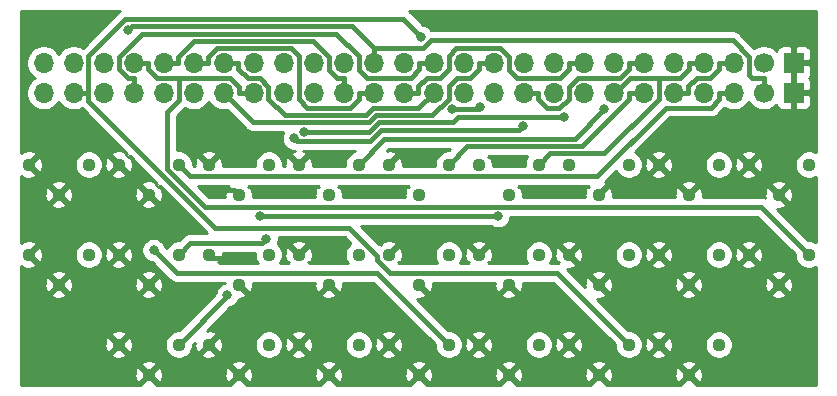
<source format=gtl>
%TF.GenerationSoftware,KiCad,Pcbnew,(5.1.8)-1*%
%TF.CreationDate,2021-03-06T21:28:27+09:00*%
%TF.ProjectId,line_sensor_controler,6c696e65-5f73-4656-9e73-6f725f636f6e,rev?*%
%TF.SameCoordinates,PX7445a00PY43d3480*%
%TF.FileFunction,Copper,L1,Top*%
%TF.FilePolarity,Positive*%
%FSLAX46Y46*%
G04 Gerber Fmt 4.6, Leading zero omitted, Abs format (unit mm)*
G04 Created by KiCad (PCBNEW (5.1.8)-1) date 2021-03-06 21:28:27*
%MOMM*%
%LPD*%
G01*
G04 APERTURE LIST*
%TA.AperFunction,ComponentPad*%
%ADD10C,1.700000*%
%TD*%
%TA.AperFunction,ComponentPad*%
%ADD11O,1.700000X1.700000*%
%TD*%
%TA.AperFunction,ComponentPad*%
%ADD12R,1.700000X1.700000*%
%TD*%
%TA.AperFunction,ComponentPad*%
%ADD13C,1.120000*%
%TD*%
%TA.AperFunction,ViaPad*%
%ADD14C,0.800000*%
%TD*%
%TA.AperFunction,Conductor*%
%ADD15C,0.400000*%
%TD*%
%TA.AperFunction,Conductor*%
%ADD16C,0.254000*%
%TD*%
%TA.AperFunction,Conductor*%
%ADD17C,0.100000*%
%TD*%
G04 APERTURE END LIST*
D10*
%TO.P,J1,1*%
%TO.N,Net-(J1-Pad1)*%
X63500000Y25400000D03*
D11*
%TO.P,J1,2*%
%TO.N,Net-(J1-Pad2)*%
X60960000Y25400000D03*
%TO.P,J1,3*%
%TO.N,Net-(J1-Pad3)*%
X58420000Y25400000D03*
%TO.P,J1,4*%
%TO.N,Net-(J1-Pad4)*%
X55880000Y25400000D03*
%TO.P,J1,5*%
%TO.N,Net-(J1-Pad5)*%
X53340000Y25400000D03*
%TO.P,J1,6*%
%TO.N,Net-(J1-Pad6)*%
X50800000Y25400000D03*
%TO.P,J1,7*%
%TO.N,Net-(J1-Pad7)*%
X48260000Y25400000D03*
%TO.P,J1,8*%
%TO.N,Net-(J1-Pad8)*%
X45720000Y25400000D03*
%TO.P,J1,9*%
%TO.N,Net-(J1-Pad9)*%
X43180000Y25400000D03*
%TO.P,J1,10*%
%TO.N,Net-(J1-Pad10)*%
X40640000Y25400000D03*
%TO.P,J1,11*%
%TO.N,Net-(J1-Pad11)*%
X38100000Y25400000D03*
%TO.P,J1,12*%
%TO.N,Net-(J1-Pad12)*%
X35560000Y25400000D03*
%TO.P,J1,13*%
%TO.N,Net-(J1-Pad13)*%
X33020000Y25400000D03*
%TO.P,J1,14*%
%TO.N,Net-(J1-Pad14)*%
X30480000Y25400000D03*
%TO.P,J1,15*%
%TO.N,Net-(J1-Pad15)*%
X27940000Y25400000D03*
%TO.P,J1,16*%
%TO.N,Net-(J1-Pad16)*%
X25400000Y25400000D03*
%TO.P,J1,17*%
%TO.N,Net-(J1-Pad17)*%
X22860000Y25400000D03*
%TO.P,J1,18*%
%TO.N,Net-(J1-Pad18)*%
X20320000Y25400000D03*
%TO.P,J1,19*%
%TO.N,Net-(J1-Pad19)*%
X17780000Y25400000D03*
%TO.P,J1,20*%
%TO.N,Net-(J1-Pad20)*%
X15240000Y25400000D03*
%TO.P,J1,21*%
%TO.N,Net-(J1-Pad21)*%
X12700000Y25400000D03*
%TO.P,J1,22*%
%TO.N,Net-(J1-Pad22)*%
X10160000Y25400000D03*
%TO.P,J1,23*%
%TO.N,Net-(J1-Pad23)*%
X7620000Y25400000D03*
%TO.P,J1,24*%
%TO.N,Net-(J1-Pad24)*%
X5080000Y25400000D03*
%TO.P,J1,25*%
%TO.N,Net-(J1-Pad25)*%
X2540000Y25400000D03*
%TD*%
%TO.P,J2,25*%
%TO.N,Net-(J1-Pad25)*%
X2540000Y27940000D03*
%TO.P,J2,24*%
%TO.N,Net-(J1-Pad23)*%
X5080000Y27940000D03*
%TO.P,J2,23*%
%TO.N,Net-(J1-Pad21)*%
X7620000Y27940000D03*
%TO.P,J2,22*%
%TO.N,Net-(J1-Pad18)*%
X10160000Y27940000D03*
%TO.P,J2,21*%
%TO.N,Net-(J1-Pad15)*%
X12700000Y27940000D03*
%TO.P,J2,20*%
%TO.N,Net-(J1-Pad14)*%
X15240000Y27940000D03*
%TO.P,J2,19*%
%TO.N,Net-(J1-Pad12)*%
X17780000Y27940000D03*
%TO.P,J2,18*%
%TO.N,Net-(J1-Pad11)*%
X20320000Y27940000D03*
%TO.P,J2,17*%
%TO.N,Net-(J1-Pad8)*%
X22860000Y27940000D03*
%TO.P,J2,16*%
%TO.N,Net-(J1-Pad5)*%
X25400000Y27940000D03*
%TO.P,J2,15*%
%TO.N,Net-(J1-Pad3)*%
X27940000Y27940000D03*
%TO.P,J2,14*%
%TO.N,Net-(J1-Pad1)*%
X30480000Y27940000D03*
%TO.P,J2,13*%
%TO.N,Net-(J1-Pad24)*%
X33020000Y27940000D03*
%TO.P,J2,12*%
%TO.N,Net-(J1-Pad22)*%
X35560000Y27940000D03*
%TO.P,J2,11*%
%TO.N,Net-(J1-Pad20)*%
X38100000Y27940000D03*
%TO.P,J2,10*%
%TO.N,Net-(J1-Pad19)*%
X40640000Y27940000D03*
%TO.P,J2,9*%
%TO.N,Net-(J1-Pad17)*%
X43180000Y27940000D03*
%TO.P,J2,8*%
%TO.N,Net-(J1-Pad16)*%
X45720000Y27940000D03*
%TO.P,J2,7*%
%TO.N,Net-(J1-Pad13)*%
X48260000Y27940000D03*
%TO.P,J2,6*%
%TO.N,Net-(J1-Pad10)*%
X50800000Y27940000D03*
%TO.P,J2,5*%
%TO.N,Net-(J1-Pad9)*%
X53340000Y27940000D03*
%TO.P,J2,4*%
%TO.N,Net-(J1-Pad7)*%
X55880000Y27940000D03*
%TO.P,J2,3*%
%TO.N,Net-(J1-Pad6)*%
X58420000Y27940000D03*
%TO.P,J2,2*%
%TO.N,Net-(J1-Pad4)*%
X60960000Y27940000D03*
D10*
%TO.P,J2,1*%
%TO.N,Net-(J1-Pad2)*%
X63500000Y27940000D03*
%TD*%
D12*
%TO.P,J3,1*%
%TO.N,Net-(J3-Pad1)*%
X66040000Y27940000D03*
%TO.P,J3,2*%
X66040000Y25400000D03*
%TD*%
D13*
%TO.P,R18,1*%
%TO.N,Net-(J1-Pad18)*%
X67310000Y11710000D03*
%TO.P,R18,2*%
%TO.N,Net-(J3-Pad1)*%
X64770000Y9170000D03*
%TO.P,R18,3*%
X62230000Y11710000D03*
%TD*%
%TO.P,R1,1*%
%TO.N,Net-(J1-Pad1)*%
X6350000Y19330000D03*
%TO.P,R1,2*%
%TO.N,Net-(J3-Pad1)*%
X3810000Y16790000D03*
%TO.P,R1,3*%
X1270000Y19330000D03*
%TD*%
%TO.P,R2,1*%
%TO.N,Net-(J1-Pad2)*%
X13970000Y19330000D03*
%TO.P,R2,2*%
%TO.N,Net-(J3-Pad1)*%
X11430000Y16790000D03*
%TO.P,R2,3*%
X8890000Y19330000D03*
%TD*%
%TO.P,R3,3*%
%TO.N,Net-(J3-Pad1)*%
X16510000Y19330000D03*
%TO.P,R3,2*%
X19050000Y16790000D03*
%TO.P,R3,1*%
%TO.N,Net-(J1-Pad3)*%
X21590000Y19330000D03*
%TD*%
%TO.P,R4,1*%
%TO.N,Net-(J1-Pad4)*%
X29210000Y19330000D03*
%TO.P,R4,2*%
%TO.N,Net-(J3-Pad1)*%
X26670000Y16790000D03*
%TO.P,R4,3*%
X24130000Y19330000D03*
%TD*%
%TO.P,R5,3*%
%TO.N,Net-(J3-Pad1)*%
X31750000Y19330000D03*
%TO.P,R5,2*%
X34290000Y16790000D03*
%TO.P,R5,1*%
%TO.N,Net-(J1-Pad5)*%
X36830000Y19330000D03*
%TD*%
%TO.P,R6,1*%
%TO.N,Net-(J1-Pad6)*%
X44450000Y19330000D03*
%TO.P,R6,2*%
%TO.N,Net-(J3-Pad1)*%
X41910000Y16790000D03*
%TO.P,R6,3*%
X39370000Y19330000D03*
%TD*%
%TO.P,R7,3*%
%TO.N,Net-(J3-Pad1)*%
X46990000Y19330000D03*
%TO.P,R7,2*%
X49530000Y16790000D03*
%TO.P,R7,1*%
%TO.N,Net-(J1-Pad7)*%
X52070000Y19330000D03*
%TD*%
%TO.P,R8,1*%
%TO.N,Net-(J1-Pad8)*%
X59690000Y19330000D03*
%TO.P,R8,2*%
%TO.N,Net-(J3-Pad1)*%
X57150000Y16790000D03*
%TO.P,R8,3*%
X54610000Y19330000D03*
%TD*%
%TO.P,R9,3*%
%TO.N,Net-(J3-Pad1)*%
X62230000Y19330000D03*
%TO.P,R9,2*%
X64770000Y16790000D03*
%TO.P,R9,1*%
%TO.N,Net-(J1-Pad9)*%
X67310000Y19330000D03*
%TD*%
%TO.P,R10,1*%
%TO.N,Net-(J1-Pad10)*%
X6350000Y11710000D03*
%TO.P,R10,2*%
%TO.N,Net-(J3-Pad1)*%
X3810000Y9170000D03*
%TO.P,R10,3*%
X1270000Y11710000D03*
%TD*%
%TO.P,R11,3*%
%TO.N,Net-(J3-Pad1)*%
X8890000Y11710000D03*
%TO.P,R11,2*%
X11430000Y9170000D03*
%TO.P,R11,1*%
%TO.N,Net-(J1-Pad11)*%
X13970000Y11710000D03*
%TD*%
%TO.P,R12,1*%
%TO.N,Net-(J1-Pad12)*%
X21590000Y11710000D03*
%TO.P,R12,2*%
%TO.N,Net-(J3-Pad1)*%
X19050000Y9170000D03*
%TO.P,R12,3*%
X16510000Y11710000D03*
%TD*%
%TO.P,R13,3*%
%TO.N,Net-(J3-Pad1)*%
X24130000Y11710000D03*
%TO.P,R13,2*%
X26670000Y9170000D03*
%TO.P,R13,1*%
%TO.N,Net-(J1-Pad13)*%
X29210000Y11710000D03*
%TD*%
%TO.P,R14,1*%
%TO.N,Net-(J1-Pad14)*%
X36830000Y11710000D03*
%TO.P,R14,2*%
%TO.N,Net-(J3-Pad1)*%
X34290000Y9170000D03*
%TO.P,R14,3*%
X31750000Y11710000D03*
%TD*%
%TO.P,R15,3*%
%TO.N,Net-(J3-Pad1)*%
X39370000Y11710000D03*
%TO.P,R15,2*%
X41910000Y9170000D03*
%TO.P,R15,1*%
%TO.N,Net-(J1-Pad15)*%
X44450000Y11710000D03*
%TD*%
%TO.P,R16,1*%
%TO.N,Net-(J1-Pad16)*%
X52070000Y11710000D03*
%TO.P,R16,2*%
%TO.N,Net-(J3-Pad1)*%
X49530000Y9170000D03*
%TO.P,R16,3*%
X46990000Y11710000D03*
%TD*%
%TO.P,R17,3*%
%TO.N,Net-(J3-Pad1)*%
X54610000Y11710000D03*
%TO.P,R17,2*%
X57150000Y9170000D03*
%TO.P,R17,1*%
%TO.N,Net-(J1-Pad17)*%
X59690000Y11710000D03*
%TD*%
%TO.P,R19,3*%
%TO.N,Net-(J3-Pad1)*%
X8890000Y4090000D03*
%TO.P,R19,2*%
X11430000Y1550000D03*
%TO.P,R19,1*%
%TO.N,Net-(J1-Pad19)*%
X13970000Y4090000D03*
%TD*%
%TO.P,R20,1*%
%TO.N,Net-(J1-Pad20)*%
X21590000Y4090000D03*
%TO.P,R20,2*%
%TO.N,Net-(J3-Pad1)*%
X19050000Y1550000D03*
%TO.P,R20,3*%
X16510000Y4090000D03*
%TD*%
%TO.P,R21,3*%
%TO.N,Net-(J3-Pad1)*%
X24130000Y4090000D03*
%TO.P,R21,2*%
X26670000Y1550000D03*
%TO.P,R21,1*%
%TO.N,Net-(J1-Pad21)*%
X29210000Y4090000D03*
%TD*%
%TO.P,R22,1*%
%TO.N,Net-(J1-Pad22)*%
X36830000Y4090000D03*
%TO.P,R22,2*%
%TO.N,Net-(J3-Pad1)*%
X34290000Y1550000D03*
%TO.P,R22,3*%
X31750000Y4090000D03*
%TD*%
%TO.P,R23,3*%
%TO.N,Net-(J3-Pad1)*%
X39370000Y4090000D03*
%TO.P,R23,2*%
X41910000Y1550000D03*
%TO.P,R23,1*%
%TO.N,Net-(J1-Pad23)*%
X44450000Y4090000D03*
%TD*%
%TO.P,R24,1*%
%TO.N,Net-(J1-Pad24)*%
X52070000Y4090000D03*
%TO.P,R24,2*%
%TO.N,Net-(J3-Pad1)*%
X49530000Y1550000D03*
%TO.P,R24,3*%
X46990000Y4090000D03*
%TD*%
%TO.P,R25,3*%
%TO.N,Net-(J3-Pad1)*%
X54610000Y4090000D03*
%TO.P,R25,2*%
X57150000Y1550000D03*
%TO.P,R25,1*%
%TO.N,Net-(J1-Pad25)*%
X59690000Y4090000D03*
%TD*%
D14*
%TO.N,Net-(J1-Pad1)*%
X9712900Y30727500D03*
%TO.N,Net-(J1-Pad4)*%
X50002600Y23996900D03*
%TO.N,Net-(J1-Pad8)*%
X24616700Y22114600D03*
X46609400Y23361300D03*
%TO.N,Net-(J1-Pad11)*%
X41025700Y14964500D03*
X20854300Y14964500D03*
X21406700Y13045700D03*
%TO.N,Net-(J1-Pad16)*%
X37144900Y23991100D03*
X39493900Y24179600D03*
%TO.N,Net-(J1-Pad17)*%
X43103300Y22561000D03*
X23728100Y21552100D03*
%TO.N,Net-(J1-Pad19)*%
X18087400Y8276200D03*
%TO.N,Net-(J1-Pad22)*%
X11848300Y12090600D03*
%TO.N,Net-(J1-Pad24)*%
X34482200Y30159900D03*
%TO.N,Net-(J3-Pad1)*%
X26670000Y19685000D03*
X29210000Y17145000D03*
X24765000Y17145000D03*
X43815000Y17145000D03*
X41910000Y19685000D03*
X8890000Y16510000D03*
X5715000Y22860000D03*
X11430000Y14605000D03*
X13970000Y14605000D03*
X16510000Y22225000D03*
X21590000Y20955000D03*
X17287400Y17145000D03*
X19685000Y11430000D03*
X1270000Y31750000D03*
%TD*%
D15*
%TO.N,Net-(J1-Pad1)*%
X30480000Y29190300D02*
X28651000Y31019300D01*
X28651000Y31019300D02*
X10004700Y31019300D01*
X10004700Y31019300D02*
X9712900Y30727500D01*
X30480000Y29190300D02*
X34644400Y29190300D01*
X34644400Y29190300D02*
X35310500Y29856400D01*
X35310500Y29856400D02*
X60869300Y29856400D01*
X60869300Y29856400D02*
X62249600Y28476100D01*
X62249600Y28476100D02*
X62249600Y26884800D01*
X62249600Y26884800D02*
X62484100Y26650300D01*
X62484100Y26650300D02*
X63500000Y26650300D01*
X63500000Y25400000D02*
X63500000Y26650300D01*
X30480000Y27940000D02*
X30480000Y29190300D01*
%TO.N,Net-(J1-Pad2)*%
X13970000Y19330000D02*
X14953500Y18346500D01*
X14953500Y18346500D02*
X49395300Y18346500D01*
X49395300Y18346500D02*
X55198500Y24149700D01*
X55198500Y24149700D02*
X59006500Y24149700D01*
X59006500Y24149700D02*
X59709700Y24852900D01*
X59709700Y24852900D02*
X59709700Y25400000D01*
X60960000Y25400000D02*
X59709700Y25400000D01*
%TO.N,Net-(J1-Pad4)*%
X29210000Y19330000D02*
X31371100Y21491100D01*
X31371100Y21491100D02*
X47496800Y21491100D01*
X47496800Y21491100D02*
X50002600Y23996900D01*
X60960000Y27940000D02*
X59709700Y27940000D01*
X55880000Y25400000D02*
X57130300Y25400000D01*
X57130300Y25400000D02*
X57130300Y25953200D01*
X57130300Y25953200D02*
X57847100Y26670000D01*
X57847100Y26670000D02*
X58957800Y26670000D01*
X58957800Y26670000D02*
X59709700Y27421900D01*
X59709700Y27421900D02*
X59709700Y27940000D01*
%TO.N,Net-(J1-Pad5)*%
X52089700Y25400000D02*
X52089700Y24881900D01*
X52089700Y24881900D02*
X48098500Y20890700D01*
X48098500Y20890700D02*
X38390700Y20890700D01*
X38390700Y20890700D02*
X36830000Y19330000D01*
X53340000Y25400000D02*
X52089700Y25400000D01*
%TO.N,Net-(J1-Pad6)*%
X54610000Y26689700D02*
X56437500Y26689700D01*
X56437500Y26689700D02*
X57169700Y27421900D01*
X57169700Y27421900D02*
X57169700Y27940000D01*
X50800000Y25400000D02*
X50916900Y25400000D01*
X50916900Y25400000D02*
X52206600Y26689700D01*
X52206600Y26689700D02*
X54610000Y26689700D01*
X44450000Y19330000D02*
X45410400Y20290400D01*
X45410400Y20290400D02*
X50012700Y20290400D01*
X50012700Y20290400D02*
X54610000Y24887700D01*
X54610000Y24887700D02*
X54610000Y26689700D01*
X58420000Y27940000D02*
X57169700Y27940000D01*
%TO.N,Net-(J1-Pad8)*%
X24616700Y22114600D02*
X30102700Y22114600D01*
X30102700Y22114600D02*
X30903100Y22915000D01*
X30903100Y22915000D02*
X37200700Y22915000D01*
X37200700Y22915000D02*
X37647000Y23361300D01*
X37647000Y23361300D02*
X46609400Y23361300D01*
%TO.N,Net-(J1-Pad9)*%
X53340000Y27940000D02*
X52089700Y27940000D01*
X43180000Y25400000D02*
X44430300Y25400000D01*
X44430300Y25400000D02*
X44430300Y24853000D01*
X44430300Y24853000D02*
X45185100Y24098200D01*
X45185100Y24098200D02*
X46208400Y24098200D01*
X46208400Y24098200D02*
X46990000Y24879800D01*
X46990000Y24879800D02*
X46990000Y25908700D01*
X46990000Y25908700D02*
X47751300Y26670000D01*
X47751300Y26670000D02*
X51337800Y26670000D01*
X51337800Y26670000D02*
X52089700Y27421900D01*
X52089700Y27421900D02*
X52089700Y27940000D01*
%TO.N,Net-(J1-Pad11)*%
X41025700Y14964500D02*
X20854300Y14964500D01*
X13970000Y11710000D02*
X14930300Y12670300D01*
X14930300Y12670300D02*
X21031400Y12670300D01*
X21031400Y12670300D02*
X21031400Y12670400D01*
X21031400Y12670400D02*
X21406700Y13045700D01*
%TO.N,Net-(J1-Pad12)*%
X19030300Y27940000D02*
X19030300Y27421900D01*
X19030300Y27421900D02*
X19801800Y26650400D01*
X19801800Y26650400D02*
X20845300Y26650400D01*
X20845300Y26650400D02*
X21570400Y25925300D01*
X21570400Y25925300D02*
X21570400Y24877400D01*
X21570400Y24877400D02*
X22932500Y23515300D01*
X22932500Y23515300D02*
X29805500Y23515300D01*
X29805500Y23515300D02*
X30405800Y24115600D01*
X30405800Y24115600D02*
X34275600Y24115600D01*
X34275600Y24115600D02*
X35560000Y25400000D01*
X17780000Y27940000D02*
X19030300Y27940000D01*
%TO.N,Net-(J1-Pad13)*%
X48260000Y27940000D02*
X47009700Y27940000D01*
X33020000Y25400000D02*
X34270300Y25400000D01*
X34270300Y25400000D02*
X34270300Y25959600D01*
X34270300Y25959600D02*
X34980500Y26669800D01*
X34980500Y26669800D02*
X36072000Y26669800D01*
X36072000Y26669800D02*
X36830000Y27427800D01*
X36830000Y27427800D02*
X36830000Y28530900D01*
X36830000Y28530900D02*
X37491700Y29192600D01*
X37491700Y29192600D02*
X41171700Y29192600D01*
X41171700Y29192600D02*
X41929600Y28434700D01*
X41929600Y28434700D02*
X41929600Y27331700D01*
X41929600Y27331700D02*
X42591300Y26670000D01*
X42591300Y26670000D02*
X46257800Y26670000D01*
X46257800Y26670000D02*
X47009700Y27421900D01*
X47009700Y27421900D02*
X47009700Y27940000D01*
%TO.N,Net-(J1-Pad14)*%
X15240000Y27940000D02*
X16490300Y27940000D01*
X30480000Y25400000D02*
X29229700Y25400000D01*
X29229700Y25400000D02*
X29229700Y24853000D01*
X29229700Y24853000D02*
X28492300Y24115600D01*
X28492300Y24115600D02*
X24859900Y24115600D01*
X24859900Y24115600D02*
X24130000Y24845500D01*
X24130000Y24845500D02*
X24130000Y28535200D01*
X24130000Y28535200D02*
X23446800Y29218400D01*
X23446800Y29218400D02*
X17250600Y29218400D01*
X17250600Y29218400D02*
X16490300Y28458100D01*
X16490300Y28458100D02*
X16490300Y27940000D01*
%TO.N,Net-(J1-Pad15)*%
X27940000Y26650300D02*
X27392900Y26650300D01*
X27392900Y26650300D02*
X26689700Y27353500D01*
X26689700Y27353500D02*
X26689700Y28461900D01*
X26689700Y28461900D02*
X25332900Y29818700D01*
X25332900Y29818700D02*
X15310900Y29818700D01*
X15310900Y29818700D02*
X13950300Y28458100D01*
X13950300Y28458100D02*
X13950300Y27940000D01*
X12700000Y27940000D02*
X13950300Y27940000D01*
X27940000Y25400000D02*
X27940000Y26650300D01*
%TO.N,Net-(J1-Pad16)*%
X39493900Y24179600D02*
X39305400Y23991100D01*
X39305400Y23991100D02*
X37144900Y23991100D01*
%TO.N,Net-(J1-Pad17)*%
X23728100Y21552100D02*
X23965900Y21314300D01*
X23965900Y21314300D02*
X30151300Y21314300D01*
X30151300Y21314300D02*
X31104600Y22267600D01*
X31104600Y22267600D02*
X42809900Y22267600D01*
X42809900Y22267600D02*
X43103300Y22561000D01*
%TO.N,Net-(J1-Pad18)*%
X67310000Y11710000D02*
X63255200Y15764800D01*
X63255200Y15764800D02*
X16161300Y15764800D01*
X16161300Y15764800D02*
X12990800Y18935300D01*
X12990800Y18935300D02*
X12990800Y23790600D01*
X12990800Y23790600D02*
X13970000Y24769800D01*
X13970000Y24769800D02*
X13970000Y26689700D01*
X13970000Y26689700D02*
X18298100Y26689700D01*
X18298100Y26689700D02*
X19069700Y25918100D01*
X19069700Y25918100D02*
X19069700Y25400000D01*
X11410300Y27940000D02*
X11410300Y27392900D01*
X11410300Y27392900D02*
X12113500Y26689700D01*
X12113500Y26689700D02*
X13970000Y26689700D01*
X20320000Y25400000D02*
X19069700Y25400000D01*
X10160000Y27940000D02*
X11410300Y27940000D01*
%TO.N,Net-(J1-Pad19)*%
X17780000Y25400000D02*
X20265000Y22915000D01*
X20265000Y22915000D02*
X30054200Y22915000D01*
X30054200Y22915000D02*
X30654500Y23515300D01*
X30654500Y23515300D02*
X35460200Y23515300D01*
X35460200Y23515300D02*
X36849600Y24904700D01*
X36849600Y24904700D02*
X36849600Y25985800D01*
X36849600Y25985800D02*
X37533800Y26670000D01*
X37533800Y26670000D02*
X38637800Y26670000D01*
X38637800Y26670000D02*
X39389700Y27421900D01*
X39389700Y27421900D02*
X39389700Y27940000D01*
X13970000Y4090000D02*
X18087400Y8207400D01*
X18087400Y8207400D02*
X18087400Y8276200D01*
X40640000Y27940000D02*
X39389700Y27940000D01*
%TO.N,Net-(J1-Pad22)*%
X10160000Y26650300D02*
X9641900Y26650300D01*
X9641900Y26650300D02*
X8890000Y27402200D01*
X8890000Y27402200D02*
X8890000Y28438200D01*
X8890000Y28438200D02*
X10870800Y30419000D01*
X10870800Y30419000D02*
X27269600Y30419000D01*
X27269600Y30419000D02*
X29210000Y28478600D01*
X29210000Y28478600D02*
X29210000Y27373800D01*
X29210000Y27373800D02*
X29894200Y26689600D01*
X29894200Y26689600D02*
X33602100Y26689600D01*
X33602100Y26689600D02*
X34309700Y27397200D01*
X34309700Y27397200D02*
X34309700Y27940000D01*
X10160000Y25400000D02*
X10160000Y26650300D01*
X35560000Y27940000D02*
X34309700Y27940000D01*
X36830000Y4090000D02*
X30789600Y10130400D01*
X30789600Y10130400D02*
X13808500Y10130400D01*
X13808500Y10130400D02*
X11848300Y12090600D01*
%TO.N,Net-(J1-Pad24)*%
X6330300Y25400000D02*
X6330300Y24734300D01*
X6330300Y24734300D02*
X17071600Y13993000D01*
X17071600Y13993000D02*
X28365300Y13993000D01*
X28365300Y13993000D02*
X30789600Y11568700D01*
X30789600Y11568700D02*
X30789600Y11232200D01*
X30789600Y11232200D02*
X31854600Y10167200D01*
X31854600Y10167200D02*
X45992800Y10167200D01*
X45992800Y10167200D02*
X52070000Y4090000D01*
X6330300Y25400000D02*
X6330300Y28524500D01*
X6330300Y28524500D02*
X9455600Y31649800D01*
X9455600Y31649800D02*
X32992300Y31649800D01*
X32992300Y31649800D02*
X34482200Y30159900D01*
X5080000Y25400000D02*
X6330300Y25400000D01*
%TO.N,Net-(J3-Pad1)*%
X18695000Y17145000D02*
X19050000Y16790000D01*
X17287400Y17145000D02*
X18695000Y17145000D01*
X16790000Y11430000D02*
X16510000Y11710000D01*
X19685000Y11430000D02*
X16790000Y11430000D01*
%TD*%
D16*
%TO.N,Net-(J3-Pad1)*%
X8989454Y32347436D02*
X8862309Y32243091D01*
X8836163Y32211232D01*
X5841865Y29216932D01*
X5783411Y29255990D01*
X5513158Y29367932D01*
X5226260Y29425000D01*
X4933740Y29425000D01*
X4646842Y29367932D01*
X4376589Y29255990D01*
X4133368Y29093475D01*
X3926525Y28886632D01*
X3810000Y28712240D01*
X3693475Y28886632D01*
X3486632Y29093475D01*
X3243411Y29255990D01*
X2973158Y29367932D01*
X2686260Y29425000D01*
X2393740Y29425000D01*
X2106842Y29367932D01*
X1836589Y29255990D01*
X1593368Y29093475D01*
X1386525Y28886632D01*
X1224010Y28643411D01*
X1112068Y28373158D01*
X1055000Y28086260D01*
X1055000Y27793740D01*
X1112068Y27506842D01*
X1224010Y27236589D01*
X1386525Y26993368D01*
X1593368Y26786525D01*
X1767760Y26670000D01*
X1593368Y26553475D01*
X1386525Y26346632D01*
X1224010Y26103411D01*
X1112068Y25833158D01*
X1055000Y25546260D01*
X1055000Y25253740D01*
X1112068Y24966842D01*
X1224010Y24696589D01*
X1386525Y24453368D01*
X1593368Y24246525D01*
X1836589Y24084010D01*
X2106842Y23972068D01*
X2393740Y23915000D01*
X2686260Y23915000D01*
X2973158Y23972068D01*
X3243411Y24084010D01*
X3486632Y24246525D01*
X3693475Y24453368D01*
X3810000Y24627760D01*
X3926525Y24453368D01*
X4133368Y24246525D01*
X4376589Y24084010D01*
X4646842Y23972068D01*
X4933740Y23915000D01*
X5226260Y23915000D01*
X5513158Y23972068D01*
X5783411Y24084010D01*
X5793189Y24090544D01*
X9632062Y20251670D01*
X9531533Y20151141D01*
X9489098Y20370653D01*
X9274564Y20467535D01*
X9045252Y20520703D01*
X8809975Y20528113D01*
X8577772Y20489479D01*
X8357568Y20406287D01*
X8290902Y20370653D01*
X8248467Y20151138D01*
X8890000Y19509605D01*
X8904143Y19523747D01*
X9083748Y19344142D01*
X9069605Y19330000D01*
X9711138Y18688467D01*
X9930653Y18730902D01*
X10027535Y18945436D01*
X10080703Y19174748D01*
X10088113Y19410025D01*
X10049479Y19642228D01*
X9966287Y19862432D01*
X9930653Y19929098D01*
X9711141Y19971533D01*
X9811670Y20072062D01*
X12172062Y17711670D01*
X12071533Y17611141D01*
X12029098Y17830653D01*
X11814564Y17927535D01*
X11585252Y17980703D01*
X11349975Y17988113D01*
X11117772Y17949479D01*
X10897568Y17866287D01*
X10830902Y17830653D01*
X10788467Y17611138D01*
X11430000Y16969605D01*
X11444143Y16983747D01*
X11623748Y16804142D01*
X11609605Y16790000D01*
X12251138Y16148467D01*
X12470653Y16190902D01*
X12567535Y16405436D01*
X12620703Y16634748D01*
X12628113Y16870025D01*
X12589479Y17102228D01*
X12506287Y17322432D01*
X12470653Y17389098D01*
X12251141Y17431533D01*
X12351670Y17532062D01*
X16378432Y13505300D01*
X14971307Y13505300D01*
X14930299Y13509339D01*
X14889291Y13505300D01*
X14889281Y13505300D01*
X14766611Y13493218D01*
X14609213Y13445472D01*
X14464154Y13367936D01*
X14337009Y13263591D01*
X14310858Y13231726D01*
X13984132Y12905000D01*
X13852303Y12905000D01*
X13621431Y12859077D01*
X13403955Y12768995D01*
X13208232Y12638217D01*
X13041783Y12471768D01*
X12911005Y12276045D01*
X12891298Y12228469D01*
X12872393Y12247375D01*
X12843526Y12392498D01*
X12765505Y12580856D01*
X12652237Y12750374D01*
X12508074Y12894537D01*
X12338556Y13007805D01*
X12150198Y13085826D01*
X11950239Y13125600D01*
X11746361Y13125600D01*
X11546402Y13085826D01*
X11358044Y13007805D01*
X11188526Y12894537D01*
X11044363Y12750374D01*
X10931095Y12580856D01*
X10853074Y12392498D01*
X10813300Y12192539D01*
X10813300Y11988661D01*
X10853074Y11788702D01*
X10931095Y11600344D01*
X11044363Y11430826D01*
X11188526Y11286663D01*
X11358044Y11173395D01*
X11546402Y11095374D01*
X11691525Y11066507D01*
X13189059Y9568973D01*
X13215209Y9537109D01*
X13342354Y9432764D01*
X13487413Y9355228D01*
X13644811Y9307482D01*
X13767481Y9295400D01*
X13767491Y9295400D01*
X13808499Y9291361D01*
X13849507Y9295400D01*
X17858357Y9295400D01*
X17858056Y9285858D01*
X17785502Y9271426D01*
X17597144Y9193405D01*
X17427626Y9080137D01*
X17283463Y8935974D01*
X17170195Y8766456D01*
X17092174Y8578098D01*
X17052400Y8378139D01*
X17052400Y8353269D01*
X13984133Y5285000D01*
X13852303Y5285000D01*
X13621431Y5239077D01*
X13403955Y5148995D01*
X13208232Y5018217D01*
X13041783Y4851768D01*
X12911005Y4656045D01*
X12820923Y4438569D01*
X12775000Y4207697D01*
X12775000Y3972303D01*
X12820923Y3741431D01*
X12911005Y3523955D01*
X13041783Y3328232D01*
X13208232Y3161783D01*
X13403955Y3031005D01*
X13621431Y2940923D01*
X13852303Y2895000D01*
X14087697Y2895000D01*
X14318569Y2940923D01*
X14536045Y3031005D01*
X14731768Y3161783D01*
X14838847Y3268862D01*
X15868467Y3268862D01*
X15910902Y3049347D01*
X16125436Y2952465D01*
X16354748Y2899297D01*
X16590025Y2891887D01*
X16822228Y2930521D01*
X17042432Y3013713D01*
X17109098Y3049347D01*
X17151533Y3268862D01*
X16510000Y3910395D01*
X15868467Y3268862D01*
X14838847Y3268862D01*
X14898217Y3328232D01*
X15028995Y3523955D01*
X15119077Y3741431D01*
X15165000Y3972303D01*
X15165000Y4104133D01*
X15323275Y4262407D01*
X15319297Y4245252D01*
X15311887Y4009975D01*
X15350521Y3777772D01*
X15433713Y3557568D01*
X15469347Y3490902D01*
X15688862Y3448467D01*
X16330395Y4090000D01*
X16689605Y4090000D01*
X17331138Y3448467D01*
X17550653Y3490902D01*
X17647535Y3705436D01*
X17700703Y3934748D01*
X17708113Y4170025D01*
X17701846Y4207697D01*
X20395000Y4207697D01*
X20395000Y3972303D01*
X20440923Y3741431D01*
X20531005Y3523955D01*
X20661783Y3328232D01*
X20828232Y3161783D01*
X21023955Y3031005D01*
X21241431Y2940923D01*
X21472303Y2895000D01*
X21707697Y2895000D01*
X21938569Y2940923D01*
X22156045Y3031005D01*
X22351768Y3161783D01*
X22458847Y3268862D01*
X23488467Y3268862D01*
X23530902Y3049347D01*
X23745436Y2952465D01*
X23974748Y2899297D01*
X24210025Y2891887D01*
X24442228Y2930521D01*
X24662432Y3013713D01*
X24729098Y3049347D01*
X24771533Y3268862D01*
X24130000Y3910395D01*
X23488467Y3268862D01*
X22458847Y3268862D01*
X22518217Y3328232D01*
X22648995Y3523955D01*
X22739077Y3741431D01*
X22785000Y3972303D01*
X22785000Y4009975D01*
X22931887Y4009975D01*
X22970521Y3777772D01*
X23053713Y3557568D01*
X23089347Y3490902D01*
X23308862Y3448467D01*
X23950395Y4090000D01*
X24309605Y4090000D01*
X24951138Y3448467D01*
X25170653Y3490902D01*
X25267535Y3705436D01*
X25320703Y3934748D01*
X25328113Y4170025D01*
X25321846Y4207697D01*
X28015000Y4207697D01*
X28015000Y3972303D01*
X28060923Y3741431D01*
X28151005Y3523955D01*
X28281783Y3328232D01*
X28448232Y3161783D01*
X28643955Y3031005D01*
X28861431Y2940923D01*
X29092303Y2895000D01*
X29327697Y2895000D01*
X29558569Y2940923D01*
X29776045Y3031005D01*
X29971768Y3161783D01*
X30078847Y3268862D01*
X31108467Y3268862D01*
X31150902Y3049347D01*
X31365436Y2952465D01*
X31594748Y2899297D01*
X31830025Y2891887D01*
X32062228Y2930521D01*
X32282432Y3013713D01*
X32349098Y3049347D01*
X32391533Y3268862D01*
X31750000Y3910395D01*
X31108467Y3268862D01*
X30078847Y3268862D01*
X30138217Y3328232D01*
X30268995Y3523955D01*
X30359077Y3741431D01*
X30405000Y3972303D01*
X30405000Y4009975D01*
X30551887Y4009975D01*
X30590521Y3777772D01*
X30673713Y3557568D01*
X30709347Y3490902D01*
X30928862Y3448467D01*
X31570395Y4090000D01*
X31929605Y4090000D01*
X32571138Y3448467D01*
X32790653Y3490902D01*
X32887535Y3705436D01*
X32940703Y3934748D01*
X32948113Y4170025D01*
X32909479Y4402228D01*
X32826287Y4622432D01*
X32790653Y4689098D01*
X32571138Y4731533D01*
X31929605Y4090000D01*
X31570395Y4090000D01*
X30928862Y4731533D01*
X30709347Y4689098D01*
X30612465Y4474564D01*
X30559297Y4245252D01*
X30551887Y4009975D01*
X30405000Y4009975D01*
X30405000Y4207697D01*
X30359077Y4438569D01*
X30268995Y4656045D01*
X30138217Y4851768D01*
X30078847Y4911138D01*
X31108467Y4911138D01*
X31750000Y4269605D01*
X32391533Y4911138D01*
X32349098Y5130653D01*
X32134564Y5227535D01*
X31905252Y5280703D01*
X31669975Y5288113D01*
X31437772Y5249479D01*
X31217568Y5166287D01*
X31150902Y5130653D01*
X31108467Y4911138D01*
X30078847Y4911138D01*
X29971768Y5018217D01*
X29776045Y5148995D01*
X29558569Y5239077D01*
X29327697Y5285000D01*
X29092303Y5285000D01*
X28861431Y5239077D01*
X28643955Y5148995D01*
X28448232Y5018217D01*
X28281783Y4851768D01*
X28151005Y4656045D01*
X28060923Y4438569D01*
X28015000Y4207697D01*
X25321846Y4207697D01*
X25289479Y4402228D01*
X25206287Y4622432D01*
X25170653Y4689098D01*
X24951138Y4731533D01*
X24309605Y4090000D01*
X23950395Y4090000D01*
X23308862Y4731533D01*
X23089347Y4689098D01*
X22992465Y4474564D01*
X22939297Y4245252D01*
X22931887Y4009975D01*
X22785000Y4009975D01*
X22785000Y4207697D01*
X22739077Y4438569D01*
X22648995Y4656045D01*
X22518217Y4851768D01*
X22458847Y4911138D01*
X23488467Y4911138D01*
X24130000Y4269605D01*
X24771533Y4911138D01*
X24729098Y5130653D01*
X24514564Y5227535D01*
X24285252Y5280703D01*
X24049975Y5288113D01*
X23817772Y5249479D01*
X23597568Y5166287D01*
X23530902Y5130653D01*
X23488467Y4911138D01*
X22458847Y4911138D01*
X22351768Y5018217D01*
X22156045Y5148995D01*
X21938569Y5239077D01*
X21707697Y5285000D01*
X21472303Y5285000D01*
X21241431Y5239077D01*
X21023955Y5148995D01*
X20828232Y5018217D01*
X20661783Y4851768D01*
X20531005Y4656045D01*
X20440923Y4438569D01*
X20395000Y4207697D01*
X17701846Y4207697D01*
X17669479Y4402228D01*
X17586287Y4622432D01*
X17550653Y4689098D01*
X17331138Y4731533D01*
X16689605Y4090000D01*
X16330395Y4090000D01*
X16316253Y4104142D01*
X16495858Y4283747D01*
X16510000Y4269605D01*
X17151533Y4911138D01*
X17109098Y5130653D01*
X16894564Y5227535D01*
X16665252Y5280703D01*
X16429975Y5288113D01*
X16332815Y5271948D01*
X18330060Y7269191D01*
X18389298Y7280974D01*
X18577656Y7358995D01*
X18747174Y7472263D01*
X18891337Y7616426D01*
X19004605Y7785944D01*
X19082249Y7973392D01*
X19130025Y7971887D01*
X19362228Y8010521D01*
X19582432Y8093713D01*
X19649098Y8129347D01*
X19691533Y8348862D01*
X26028467Y8348862D01*
X26070902Y8129347D01*
X26285436Y8032465D01*
X26514748Y7979297D01*
X26750025Y7971887D01*
X26982228Y8010521D01*
X27202432Y8093713D01*
X27269098Y8129347D01*
X27311533Y8348862D01*
X26670000Y8990395D01*
X26028467Y8348862D01*
X19691533Y8348862D01*
X19050000Y8990395D01*
X19035858Y8976252D01*
X18856253Y9155857D01*
X18870395Y9170000D01*
X18856253Y9184142D01*
X18967510Y9295400D01*
X19132490Y9295400D01*
X19243748Y9184142D01*
X19229605Y9170000D01*
X19871138Y8528467D01*
X20090653Y8570902D01*
X20187535Y8785436D01*
X20240703Y9014748D01*
X20248113Y9250025D01*
X20240563Y9295400D01*
X25478357Y9295400D01*
X25471887Y9089975D01*
X25510521Y8857772D01*
X25593713Y8637568D01*
X25629347Y8570902D01*
X25848862Y8528467D01*
X26490395Y9170000D01*
X26476253Y9184142D01*
X26587510Y9295400D01*
X26752490Y9295400D01*
X26863748Y9184142D01*
X26849605Y9170000D01*
X27491138Y8528467D01*
X27710653Y8570902D01*
X27807535Y8785436D01*
X27860703Y9014748D01*
X27868113Y9250025D01*
X27860563Y9295400D01*
X30443733Y9295400D01*
X35635000Y4104131D01*
X35635000Y3972303D01*
X35680923Y3741431D01*
X35771005Y3523955D01*
X35901783Y3328232D01*
X36068232Y3161783D01*
X36263955Y3031005D01*
X36481431Y2940923D01*
X36712303Y2895000D01*
X36947697Y2895000D01*
X37178569Y2940923D01*
X37396045Y3031005D01*
X37591768Y3161783D01*
X37698847Y3268862D01*
X38728467Y3268862D01*
X38770902Y3049347D01*
X38985436Y2952465D01*
X39214748Y2899297D01*
X39450025Y2891887D01*
X39682228Y2930521D01*
X39902432Y3013713D01*
X39969098Y3049347D01*
X40011533Y3268862D01*
X39370000Y3910395D01*
X38728467Y3268862D01*
X37698847Y3268862D01*
X37758217Y3328232D01*
X37888995Y3523955D01*
X37979077Y3741431D01*
X38025000Y3972303D01*
X38025000Y4009975D01*
X38171887Y4009975D01*
X38210521Y3777772D01*
X38293713Y3557568D01*
X38329347Y3490902D01*
X38548862Y3448467D01*
X39190395Y4090000D01*
X39549605Y4090000D01*
X40191138Y3448467D01*
X40410653Y3490902D01*
X40507535Y3705436D01*
X40560703Y3934748D01*
X40568113Y4170025D01*
X40561846Y4207697D01*
X43255000Y4207697D01*
X43255000Y3972303D01*
X43300923Y3741431D01*
X43391005Y3523955D01*
X43521783Y3328232D01*
X43688232Y3161783D01*
X43883955Y3031005D01*
X44101431Y2940923D01*
X44332303Y2895000D01*
X44567697Y2895000D01*
X44798569Y2940923D01*
X45016045Y3031005D01*
X45211768Y3161783D01*
X45318847Y3268862D01*
X46348467Y3268862D01*
X46390902Y3049347D01*
X46605436Y2952465D01*
X46834748Y2899297D01*
X47070025Y2891887D01*
X47302228Y2930521D01*
X47522432Y3013713D01*
X47589098Y3049347D01*
X47631533Y3268862D01*
X46990000Y3910395D01*
X46348467Y3268862D01*
X45318847Y3268862D01*
X45378217Y3328232D01*
X45508995Y3523955D01*
X45599077Y3741431D01*
X45645000Y3972303D01*
X45645000Y4009975D01*
X45791887Y4009975D01*
X45830521Y3777772D01*
X45913713Y3557568D01*
X45949347Y3490902D01*
X46168862Y3448467D01*
X46810395Y4090000D01*
X47169605Y4090000D01*
X47811138Y3448467D01*
X48030653Y3490902D01*
X48127535Y3705436D01*
X48180703Y3934748D01*
X48188113Y4170025D01*
X48149479Y4402228D01*
X48066287Y4622432D01*
X48030653Y4689098D01*
X47811138Y4731533D01*
X47169605Y4090000D01*
X46810395Y4090000D01*
X46168862Y4731533D01*
X45949347Y4689098D01*
X45852465Y4474564D01*
X45799297Y4245252D01*
X45791887Y4009975D01*
X45645000Y4009975D01*
X45645000Y4207697D01*
X45599077Y4438569D01*
X45508995Y4656045D01*
X45378217Y4851768D01*
X45318847Y4911138D01*
X46348467Y4911138D01*
X46990000Y4269605D01*
X47631533Y4911138D01*
X47589098Y5130653D01*
X47374564Y5227535D01*
X47145252Y5280703D01*
X46909975Y5288113D01*
X46677772Y5249479D01*
X46457568Y5166287D01*
X46390902Y5130653D01*
X46348467Y4911138D01*
X45318847Y4911138D01*
X45211768Y5018217D01*
X45016045Y5148995D01*
X44798569Y5239077D01*
X44567697Y5285000D01*
X44332303Y5285000D01*
X44101431Y5239077D01*
X43883955Y5148995D01*
X43688232Y5018217D01*
X43521783Y4851768D01*
X43391005Y4656045D01*
X43300923Y4438569D01*
X43255000Y4207697D01*
X40561846Y4207697D01*
X40529479Y4402228D01*
X40446287Y4622432D01*
X40410653Y4689098D01*
X40191138Y4731533D01*
X39549605Y4090000D01*
X39190395Y4090000D01*
X38548862Y4731533D01*
X38329347Y4689098D01*
X38232465Y4474564D01*
X38179297Y4245252D01*
X38171887Y4009975D01*
X38025000Y4009975D01*
X38025000Y4207697D01*
X37979077Y4438569D01*
X37888995Y4656045D01*
X37758217Y4851768D01*
X37698847Y4911138D01*
X38728467Y4911138D01*
X39370000Y4269605D01*
X40011533Y4911138D01*
X39969098Y5130653D01*
X39754564Y5227535D01*
X39525252Y5280703D01*
X39289975Y5288113D01*
X39057772Y5249479D01*
X38837568Y5166287D01*
X38770902Y5130653D01*
X38728467Y4911138D01*
X37698847Y4911138D01*
X37591768Y5018217D01*
X37396045Y5148995D01*
X37178569Y5239077D01*
X36947697Y5285000D01*
X36815869Y5285000D01*
X34117593Y7983274D01*
X34134748Y7979297D01*
X34370025Y7971887D01*
X34602228Y8010521D01*
X34822432Y8093713D01*
X34889098Y8129347D01*
X34931533Y8348862D01*
X41268467Y8348862D01*
X41310902Y8129347D01*
X41525436Y8032465D01*
X41754748Y7979297D01*
X41990025Y7971887D01*
X42222228Y8010521D01*
X42442432Y8093713D01*
X42509098Y8129347D01*
X42551533Y8348862D01*
X41910000Y8990395D01*
X41268467Y8348862D01*
X34931533Y8348862D01*
X34290000Y8990395D01*
X34275858Y8976252D01*
X34096253Y9155857D01*
X34110395Y9170000D01*
X34096253Y9184142D01*
X34244310Y9332200D01*
X34335690Y9332200D01*
X34483748Y9184142D01*
X34469605Y9170000D01*
X35111138Y8528467D01*
X35330653Y8570902D01*
X35427535Y8785436D01*
X35480703Y9014748D01*
X35488113Y9250025D01*
X35474441Y9332200D01*
X40720908Y9332200D01*
X40719297Y9325252D01*
X40711887Y9089975D01*
X40750521Y8857772D01*
X40833713Y8637568D01*
X40869347Y8570902D01*
X41088862Y8528467D01*
X41730395Y9170000D01*
X41716253Y9184142D01*
X41864310Y9332200D01*
X41955690Y9332200D01*
X42103748Y9184142D01*
X42089605Y9170000D01*
X42731138Y8528467D01*
X42950653Y8570902D01*
X43047535Y8785436D01*
X43100703Y9014748D01*
X43108113Y9250025D01*
X43094441Y9332200D01*
X45646933Y9332200D01*
X50875000Y4104131D01*
X50875000Y3972303D01*
X50920923Y3741431D01*
X51011005Y3523955D01*
X51141783Y3328232D01*
X51308232Y3161783D01*
X51503955Y3031005D01*
X51721431Y2940923D01*
X51952303Y2895000D01*
X52187697Y2895000D01*
X52418569Y2940923D01*
X52636045Y3031005D01*
X52831768Y3161783D01*
X52938847Y3268862D01*
X53968467Y3268862D01*
X54010902Y3049347D01*
X54225436Y2952465D01*
X54454748Y2899297D01*
X54690025Y2891887D01*
X54922228Y2930521D01*
X55142432Y3013713D01*
X55209098Y3049347D01*
X55251533Y3268862D01*
X54610000Y3910395D01*
X53968467Y3268862D01*
X52938847Y3268862D01*
X52998217Y3328232D01*
X53128995Y3523955D01*
X53219077Y3741431D01*
X53265000Y3972303D01*
X53265000Y4009975D01*
X53411887Y4009975D01*
X53450521Y3777772D01*
X53533713Y3557568D01*
X53569347Y3490902D01*
X53788862Y3448467D01*
X54430395Y4090000D01*
X54789605Y4090000D01*
X55431138Y3448467D01*
X55650653Y3490902D01*
X55747535Y3705436D01*
X55800703Y3934748D01*
X55808113Y4170025D01*
X55801846Y4207697D01*
X58495000Y4207697D01*
X58495000Y3972303D01*
X58540923Y3741431D01*
X58631005Y3523955D01*
X58761783Y3328232D01*
X58928232Y3161783D01*
X59123955Y3031005D01*
X59341431Y2940923D01*
X59572303Y2895000D01*
X59807697Y2895000D01*
X60038569Y2940923D01*
X60256045Y3031005D01*
X60451768Y3161783D01*
X60618217Y3328232D01*
X60748995Y3523955D01*
X60839077Y3741431D01*
X60885000Y3972303D01*
X60885000Y4207697D01*
X60839077Y4438569D01*
X60748995Y4656045D01*
X60618217Y4851768D01*
X60451768Y5018217D01*
X60256045Y5148995D01*
X60038569Y5239077D01*
X59807697Y5285000D01*
X59572303Y5285000D01*
X59341431Y5239077D01*
X59123955Y5148995D01*
X58928232Y5018217D01*
X58761783Y4851768D01*
X58631005Y4656045D01*
X58540923Y4438569D01*
X58495000Y4207697D01*
X55801846Y4207697D01*
X55769479Y4402228D01*
X55686287Y4622432D01*
X55650653Y4689098D01*
X55431138Y4731533D01*
X54789605Y4090000D01*
X54430395Y4090000D01*
X53788862Y4731533D01*
X53569347Y4689098D01*
X53472465Y4474564D01*
X53419297Y4245252D01*
X53411887Y4009975D01*
X53265000Y4009975D01*
X53265000Y4207697D01*
X53219077Y4438569D01*
X53128995Y4656045D01*
X52998217Y4851768D01*
X52938847Y4911138D01*
X53968467Y4911138D01*
X54610000Y4269605D01*
X55251533Y4911138D01*
X55209098Y5130653D01*
X54994564Y5227535D01*
X54765252Y5280703D01*
X54529975Y5288113D01*
X54297772Y5249479D01*
X54077568Y5166287D01*
X54010902Y5130653D01*
X53968467Y4911138D01*
X52938847Y4911138D01*
X52831768Y5018217D01*
X52636045Y5148995D01*
X52418569Y5239077D01*
X52187697Y5285000D01*
X52055869Y5285000D01*
X49357593Y7983274D01*
X49374748Y7979297D01*
X49610025Y7971887D01*
X49842228Y8010521D01*
X50062432Y8093713D01*
X50129098Y8129347D01*
X50171533Y8348862D01*
X56508467Y8348862D01*
X56550902Y8129347D01*
X56765436Y8032465D01*
X56994748Y7979297D01*
X57230025Y7971887D01*
X57462228Y8010521D01*
X57682432Y8093713D01*
X57749098Y8129347D01*
X57791533Y8348862D01*
X64128467Y8348862D01*
X64170902Y8129347D01*
X64385436Y8032465D01*
X64614748Y7979297D01*
X64850025Y7971887D01*
X65082228Y8010521D01*
X65302432Y8093713D01*
X65369098Y8129347D01*
X65411533Y8348862D01*
X64770000Y8990395D01*
X64128467Y8348862D01*
X57791533Y8348862D01*
X57150000Y8990395D01*
X56508467Y8348862D01*
X50171533Y8348862D01*
X49530000Y8990395D01*
X49515858Y8976252D01*
X49336253Y9155857D01*
X49350395Y9170000D01*
X49709605Y9170000D01*
X50351138Y8528467D01*
X50570653Y8570902D01*
X50667535Y8785436D01*
X50720703Y9014748D01*
X50723072Y9089975D01*
X55951887Y9089975D01*
X55990521Y8857772D01*
X56073713Y8637568D01*
X56109347Y8570902D01*
X56328862Y8528467D01*
X56970395Y9170000D01*
X57329605Y9170000D01*
X57971138Y8528467D01*
X58190653Y8570902D01*
X58287535Y8785436D01*
X58340703Y9014748D01*
X58343072Y9089975D01*
X63571887Y9089975D01*
X63610521Y8857772D01*
X63693713Y8637568D01*
X63729347Y8570902D01*
X63948862Y8528467D01*
X64590395Y9170000D01*
X64949605Y9170000D01*
X65591138Y8528467D01*
X65810653Y8570902D01*
X65907535Y8785436D01*
X65960703Y9014748D01*
X65968113Y9250025D01*
X65929479Y9482228D01*
X65846287Y9702432D01*
X65810653Y9769098D01*
X65591138Y9811533D01*
X64949605Y9170000D01*
X64590395Y9170000D01*
X63948862Y9811533D01*
X63729347Y9769098D01*
X63632465Y9554564D01*
X63579297Y9325252D01*
X63571887Y9089975D01*
X58343072Y9089975D01*
X58348113Y9250025D01*
X58309479Y9482228D01*
X58226287Y9702432D01*
X58190653Y9769098D01*
X57971138Y9811533D01*
X57329605Y9170000D01*
X56970395Y9170000D01*
X56328862Y9811533D01*
X56109347Y9769098D01*
X56012465Y9554564D01*
X55959297Y9325252D01*
X55951887Y9089975D01*
X50723072Y9089975D01*
X50728113Y9250025D01*
X50689479Y9482228D01*
X50606287Y9702432D01*
X50570653Y9769098D01*
X50351138Y9811533D01*
X49709605Y9170000D01*
X49350395Y9170000D01*
X48708862Y9811533D01*
X48489347Y9769098D01*
X48392465Y9554564D01*
X48339297Y9325252D01*
X48331887Y9089975D01*
X48348052Y8992815D01*
X47349729Y9991138D01*
X48888467Y9991138D01*
X49530000Y9349605D01*
X50171533Y9991138D01*
X56508467Y9991138D01*
X57150000Y9349605D01*
X57791533Y9991138D01*
X64128467Y9991138D01*
X64770000Y9349605D01*
X65411533Y9991138D01*
X65369098Y10210653D01*
X65154564Y10307535D01*
X64925252Y10360703D01*
X64689975Y10368113D01*
X64457772Y10329479D01*
X64237568Y10246287D01*
X64170902Y10210653D01*
X64128467Y9991138D01*
X57791533Y9991138D01*
X57749098Y10210653D01*
X57534564Y10307535D01*
X57305252Y10360703D01*
X57069975Y10368113D01*
X56837772Y10329479D01*
X56617568Y10246287D01*
X56550902Y10210653D01*
X56508467Y9991138D01*
X50171533Y9991138D01*
X50129098Y10210653D01*
X49914564Y10307535D01*
X49685252Y10360703D01*
X49449975Y10368113D01*
X49217772Y10329479D01*
X48997568Y10246287D01*
X48930902Y10210653D01*
X48888467Y9991138D01*
X47349729Y9991138D01*
X46817592Y10523275D01*
X46834748Y10519297D01*
X47070025Y10511887D01*
X47302228Y10550521D01*
X47522432Y10633713D01*
X47589098Y10669347D01*
X47631533Y10888862D01*
X46990000Y11530395D01*
X46975858Y11516252D01*
X46796253Y11695857D01*
X46810395Y11710000D01*
X47169605Y11710000D01*
X47811138Y11068467D01*
X48030653Y11110902D01*
X48127535Y11325436D01*
X48180703Y11554748D01*
X48188113Y11790025D01*
X48181846Y11827697D01*
X50875000Y11827697D01*
X50875000Y11592303D01*
X50920923Y11361431D01*
X51011005Y11143955D01*
X51141783Y10948232D01*
X51308232Y10781783D01*
X51503955Y10651005D01*
X51721431Y10560923D01*
X51952303Y10515000D01*
X52187697Y10515000D01*
X52418569Y10560923D01*
X52636045Y10651005D01*
X52831768Y10781783D01*
X52938847Y10888862D01*
X53968467Y10888862D01*
X54010902Y10669347D01*
X54225436Y10572465D01*
X54454748Y10519297D01*
X54690025Y10511887D01*
X54922228Y10550521D01*
X55142432Y10633713D01*
X55209098Y10669347D01*
X55251533Y10888862D01*
X54610000Y11530395D01*
X53968467Y10888862D01*
X52938847Y10888862D01*
X52998217Y10948232D01*
X53128995Y11143955D01*
X53219077Y11361431D01*
X53265000Y11592303D01*
X53265000Y11629975D01*
X53411887Y11629975D01*
X53450521Y11397772D01*
X53533713Y11177568D01*
X53569347Y11110902D01*
X53788862Y11068467D01*
X54430395Y11710000D01*
X54789605Y11710000D01*
X55431138Y11068467D01*
X55650653Y11110902D01*
X55747535Y11325436D01*
X55800703Y11554748D01*
X55808113Y11790025D01*
X55801846Y11827697D01*
X58495000Y11827697D01*
X58495000Y11592303D01*
X58540923Y11361431D01*
X58631005Y11143955D01*
X58761783Y10948232D01*
X58928232Y10781783D01*
X59123955Y10651005D01*
X59341431Y10560923D01*
X59572303Y10515000D01*
X59807697Y10515000D01*
X60038569Y10560923D01*
X60256045Y10651005D01*
X60451768Y10781783D01*
X60558847Y10888862D01*
X61588467Y10888862D01*
X61630902Y10669347D01*
X61845436Y10572465D01*
X62074748Y10519297D01*
X62310025Y10511887D01*
X62542228Y10550521D01*
X62762432Y10633713D01*
X62829098Y10669347D01*
X62871533Y10888862D01*
X62230000Y11530395D01*
X61588467Y10888862D01*
X60558847Y10888862D01*
X60618217Y10948232D01*
X60748995Y11143955D01*
X60839077Y11361431D01*
X60885000Y11592303D01*
X60885000Y11629975D01*
X61031887Y11629975D01*
X61070521Y11397772D01*
X61153713Y11177568D01*
X61189347Y11110902D01*
X61408862Y11068467D01*
X62050395Y11710000D01*
X62409605Y11710000D01*
X63051138Y11068467D01*
X63270653Y11110902D01*
X63367535Y11325436D01*
X63420703Y11554748D01*
X63428113Y11790025D01*
X63389479Y12022228D01*
X63306287Y12242432D01*
X63270653Y12309098D01*
X63051138Y12351533D01*
X62409605Y11710000D01*
X62050395Y11710000D01*
X61408862Y12351533D01*
X61189347Y12309098D01*
X61092465Y12094564D01*
X61039297Y11865252D01*
X61031887Y11629975D01*
X60885000Y11629975D01*
X60885000Y11827697D01*
X60839077Y12058569D01*
X60748995Y12276045D01*
X60618217Y12471768D01*
X60558847Y12531138D01*
X61588467Y12531138D01*
X62230000Y11889605D01*
X62871533Y12531138D01*
X62829098Y12750653D01*
X62614564Y12847535D01*
X62385252Y12900703D01*
X62149975Y12908113D01*
X61917772Y12869479D01*
X61697568Y12786287D01*
X61630902Y12750653D01*
X61588467Y12531138D01*
X60558847Y12531138D01*
X60451768Y12638217D01*
X60256045Y12768995D01*
X60038569Y12859077D01*
X59807697Y12905000D01*
X59572303Y12905000D01*
X59341431Y12859077D01*
X59123955Y12768995D01*
X58928232Y12638217D01*
X58761783Y12471768D01*
X58631005Y12276045D01*
X58540923Y12058569D01*
X58495000Y11827697D01*
X55801846Y11827697D01*
X55769479Y12022228D01*
X55686287Y12242432D01*
X55650653Y12309098D01*
X55431138Y12351533D01*
X54789605Y11710000D01*
X54430395Y11710000D01*
X53788862Y12351533D01*
X53569347Y12309098D01*
X53472465Y12094564D01*
X53419297Y11865252D01*
X53411887Y11629975D01*
X53265000Y11629975D01*
X53265000Y11827697D01*
X53219077Y12058569D01*
X53128995Y12276045D01*
X52998217Y12471768D01*
X52938847Y12531138D01*
X53968467Y12531138D01*
X54610000Y11889605D01*
X55251533Y12531138D01*
X55209098Y12750653D01*
X54994564Y12847535D01*
X54765252Y12900703D01*
X54529975Y12908113D01*
X54297772Y12869479D01*
X54077568Y12786287D01*
X54010902Y12750653D01*
X53968467Y12531138D01*
X52938847Y12531138D01*
X52831768Y12638217D01*
X52636045Y12768995D01*
X52418569Y12859077D01*
X52187697Y12905000D01*
X51952303Y12905000D01*
X51721431Y12859077D01*
X51503955Y12768995D01*
X51308232Y12638217D01*
X51141783Y12471768D01*
X51011005Y12276045D01*
X50920923Y12058569D01*
X50875000Y11827697D01*
X48181846Y11827697D01*
X48149479Y12022228D01*
X48066287Y12242432D01*
X48030653Y12309098D01*
X47811138Y12351533D01*
X47169605Y11710000D01*
X46810395Y11710000D01*
X46168862Y12351533D01*
X45949347Y12309098D01*
X45852465Y12094564D01*
X45799297Y11865252D01*
X45791887Y11629975D01*
X45830521Y11397772D01*
X45913713Y11177568D01*
X45949347Y11110902D01*
X46168859Y11068467D01*
X46096426Y10996034D01*
X46033819Y11002200D01*
X46033818Y11002200D01*
X45992800Y11006240D01*
X45951782Y11002200D01*
X45414277Y11002200D01*
X45508995Y11143955D01*
X45599077Y11361431D01*
X45645000Y11592303D01*
X45645000Y11827697D01*
X45599077Y12058569D01*
X45508995Y12276045D01*
X45378217Y12471768D01*
X45318847Y12531138D01*
X46348467Y12531138D01*
X46990000Y11889605D01*
X47631533Y12531138D01*
X47589098Y12750653D01*
X47374564Y12847535D01*
X47145252Y12900703D01*
X46909975Y12908113D01*
X46677772Y12869479D01*
X46457568Y12786287D01*
X46390902Y12750653D01*
X46348467Y12531138D01*
X45318847Y12531138D01*
X45211768Y12638217D01*
X45016045Y12768995D01*
X44798569Y12859077D01*
X44567697Y12905000D01*
X44332303Y12905000D01*
X44101431Y12859077D01*
X43883955Y12768995D01*
X43688232Y12638217D01*
X43521783Y12471768D01*
X43391005Y12276045D01*
X43300923Y12058569D01*
X43255000Y11827697D01*
X43255000Y11592303D01*
X43300923Y11361431D01*
X43391005Y11143955D01*
X43485723Y11002200D01*
X40257408Y11002200D01*
X40191141Y11068467D01*
X40410653Y11110902D01*
X40507535Y11325436D01*
X40560703Y11554748D01*
X40568113Y11790025D01*
X40529479Y12022228D01*
X40446287Y12242432D01*
X40410653Y12309098D01*
X40191138Y12351533D01*
X39549605Y11710000D01*
X39563748Y11695857D01*
X39384143Y11516252D01*
X39370000Y11530395D01*
X39355858Y11516252D01*
X39176253Y11695857D01*
X39190395Y11710000D01*
X38548862Y12351533D01*
X38329347Y12309098D01*
X38232465Y12094564D01*
X38179297Y11865252D01*
X38171887Y11629975D01*
X38210521Y11397772D01*
X38293713Y11177568D01*
X38329347Y11110902D01*
X38548859Y11068467D01*
X38482592Y11002200D01*
X37794277Y11002200D01*
X37888995Y11143955D01*
X37979077Y11361431D01*
X38025000Y11592303D01*
X38025000Y11827697D01*
X37979077Y12058569D01*
X37888995Y12276045D01*
X37758217Y12471768D01*
X37698847Y12531138D01*
X38728467Y12531138D01*
X39370000Y11889605D01*
X40011533Y12531138D01*
X39969098Y12750653D01*
X39754564Y12847535D01*
X39525252Y12900703D01*
X39289975Y12908113D01*
X39057772Y12869479D01*
X38837568Y12786287D01*
X38770902Y12750653D01*
X38728467Y12531138D01*
X37698847Y12531138D01*
X37591768Y12638217D01*
X37396045Y12768995D01*
X37178569Y12859077D01*
X36947697Y12905000D01*
X36712303Y12905000D01*
X36481431Y12859077D01*
X36263955Y12768995D01*
X36068232Y12638217D01*
X35901783Y12471768D01*
X35771005Y12276045D01*
X35680923Y12058569D01*
X35635000Y11827697D01*
X35635000Y11592303D01*
X35680923Y11361431D01*
X35771005Y11143955D01*
X35865723Y11002200D01*
X32637408Y11002200D01*
X32571141Y11068467D01*
X32790653Y11110902D01*
X32887535Y11325436D01*
X32940703Y11554748D01*
X32948113Y11790025D01*
X32909479Y12022228D01*
X32826287Y12242432D01*
X32790653Y12309098D01*
X32571138Y12351533D01*
X31929605Y11710000D01*
X31943748Y11695857D01*
X31764143Y11516252D01*
X31750000Y11530395D01*
X31735858Y11516252D01*
X31622656Y11629454D01*
X31612518Y11732389D01*
X31601342Y11769232D01*
X31735858Y11903747D01*
X31750000Y11889605D01*
X32391533Y12531138D01*
X32349098Y12750653D01*
X32134564Y12847535D01*
X31905252Y12900703D01*
X31669975Y12908113D01*
X31437772Y12869479D01*
X31217568Y12786287D01*
X31150902Y12750653D01*
X31108467Y12531141D01*
X30991157Y12648451D01*
X30940937Y12598231D01*
X29409667Y14129500D01*
X40412415Y14129500D01*
X40535444Y14047295D01*
X40723802Y13969274D01*
X40923761Y13929500D01*
X41127639Y13929500D01*
X41327598Y13969274D01*
X41515956Y14047295D01*
X41685474Y14160563D01*
X41829637Y14304726D01*
X41942905Y14474244D01*
X42020926Y14662602D01*
X42060700Y14862561D01*
X42060700Y14929800D01*
X62909333Y14929800D01*
X66115000Y11724132D01*
X66115000Y11592303D01*
X66160923Y11361431D01*
X66251005Y11143955D01*
X66381783Y10948232D01*
X66548232Y10781783D01*
X66743955Y10651005D01*
X66961431Y10560923D01*
X67192303Y10515000D01*
X67427697Y10515000D01*
X67658569Y10560923D01*
X67876045Y10651005D01*
X67920001Y10680375D01*
X67920001Y660000D01*
X57778221Y660000D01*
X57791533Y728862D01*
X57150000Y1370395D01*
X56508467Y728862D01*
X56521779Y660000D01*
X50158221Y660000D01*
X50171533Y728862D01*
X49530000Y1370395D01*
X48888467Y728862D01*
X48901779Y660000D01*
X42538221Y660000D01*
X42551533Y728862D01*
X41910000Y1370395D01*
X41268467Y728862D01*
X41281779Y660000D01*
X34918221Y660000D01*
X34931533Y728862D01*
X34290000Y1370395D01*
X33648467Y728862D01*
X33661779Y660000D01*
X27298221Y660000D01*
X27311533Y728862D01*
X26670000Y1370395D01*
X26028467Y728862D01*
X26041779Y660000D01*
X19678221Y660000D01*
X19691533Y728862D01*
X19050000Y1370395D01*
X18408467Y728862D01*
X18421779Y660000D01*
X12058221Y660000D01*
X12071533Y728862D01*
X11430000Y1370395D01*
X10788467Y728862D01*
X10801779Y660000D01*
X660000Y660000D01*
X660000Y1469975D01*
X10231887Y1469975D01*
X10270521Y1237772D01*
X10353713Y1017568D01*
X10389347Y950902D01*
X10608862Y908467D01*
X11250395Y1550000D01*
X11609605Y1550000D01*
X12251138Y908467D01*
X12470653Y950902D01*
X12567535Y1165436D01*
X12620703Y1394748D01*
X12623072Y1469975D01*
X17851887Y1469975D01*
X17890521Y1237772D01*
X17973713Y1017568D01*
X18009347Y950902D01*
X18228862Y908467D01*
X18870395Y1550000D01*
X19229605Y1550000D01*
X19871138Y908467D01*
X20090653Y950902D01*
X20187535Y1165436D01*
X20240703Y1394748D01*
X20243072Y1469975D01*
X25471887Y1469975D01*
X25510521Y1237772D01*
X25593713Y1017568D01*
X25629347Y950902D01*
X25848862Y908467D01*
X26490395Y1550000D01*
X26849605Y1550000D01*
X27491138Y908467D01*
X27710653Y950902D01*
X27807535Y1165436D01*
X27860703Y1394748D01*
X27863072Y1469975D01*
X33091887Y1469975D01*
X33130521Y1237772D01*
X33213713Y1017568D01*
X33249347Y950902D01*
X33468862Y908467D01*
X34110395Y1550000D01*
X34469605Y1550000D01*
X35111138Y908467D01*
X35330653Y950902D01*
X35427535Y1165436D01*
X35480703Y1394748D01*
X35483072Y1469975D01*
X40711887Y1469975D01*
X40750521Y1237772D01*
X40833713Y1017568D01*
X40869347Y950902D01*
X41088862Y908467D01*
X41730395Y1550000D01*
X42089605Y1550000D01*
X42731138Y908467D01*
X42950653Y950902D01*
X43047535Y1165436D01*
X43100703Y1394748D01*
X43103072Y1469975D01*
X48331887Y1469975D01*
X48370521Y1237772D01*
X48453713Y1017568D01*
X48489347Y950902D01*
X48708862Y908467D01*
X49350395Y1550000D01*
X49709605Y1550000D01*
X50351138Y908467D01*
X50570653Y950902D01*
X50667535Y1165436D01*
X50720703Y1394748D01*
X50723072Y1469975D01*
X55951887Y1469975D01*
X55990521Y1237772D01*
X56073713Y1017568D01*
X56109347Y950902D01*
X56328862Y908467D01*
X56970395Y1550000D01*
X57329605Y1550000D01*
X57971138Y908467D01*
X58190653Y950902D01*
X58287535Y1165436D01*
X58340703Y1394748D01*
X58348113Y1630025D01*
X58309479Y1862228D01*
X58226287Y2082432D01*
X58190653Y2149098D01*
X57971138Y2191533D01*
X57329605Y1550000D01*
X56970395Y1550000D01*
X56328862Y2191533D01*
X56109347Y2149098D01*
X56012465Y1934564D01*
X55959297Y1705252D01*
X55951887Y1469975D01*
X50723072Y1469975D01*
X50728113Y1630025D01*
X50689479Y1862228D01*
X50606287Y2082432D01*
X50570653Y2149098D01*
X50351138Y2191533D01*
X49709605Y1550000D01*
X49350395Y1550000D01*
X48708862Y2191533D01*
X48489347Y2149098D01*
X48392465Y1934564D01*
X48339297Y1705252D01*
X48331887Y1469975D01*
X43103072Y1469975D01*
X43108113Y1630025D01*
X43069479Y1862228D01*
X42986287Y2082432D01*
X42950653Y2149098D01*
X42731138Y2191533D01*
X42089605Y1550000D01*
X41730395Y1550000D01*
X41088862Y2191533D01*
X40869347Y2149098D01*
X40772465Y1934564D01*
X40719297Y1705252D01*
X40711887Y1469975D01*
X35483072Y1469975D01*
X35488113Y1630025D01*
X35449479Y1862228D01*
X35366287Y2082432D01*
X35330653Y2149098D01*
X35111138Y2191533D01*
X34469605Y1550000D01*
X34110395Y1550000D01*
X33468862Y2191533D01*
X33249347Y2149098D01*
X33152465Y1934564D01*
X33099297Y1705252D01*
X33091887Y1469975D01*
X27863072Y1469975D01*
X27868113Y1630025D01*
X27829479Y1862228D01*
X27746287Y2082432D01*
X27710653Y2149098D01*
X27491138Y2191533D01*
X26849605Y1550000D01*
X26490395Y1550000D01*
X25848862Y2191533D01*
X25629347Y2149098D01*
X25532465Y1934564D01*
X25479297Y1705252D01*
X25471887Y1469975D01*
X20243072Y1469975D01*
X20248113Y1630025D01*
X20209479Y1862228D01*
X20126287Y2082432D01*
X20090653Y2149098D01*
X19871138Y2191533D01*
X19229605Y1550000D01*
X18870395Y1550000D01*
X18228862Y2191533D01*
X18009347Y2149098D01*
X17912465Y1934564D01*
X17859297Y1705252D01*
X17851887Y1469975D01*
X12623072Y1469975D01*
X12628113Y1630025D01*
X12589479Y1862228D01*
X12506287Y2082432D01*
X12470653Y2149098D01*
X12251138Y2191533D01*
X11609605Y1550000D01*
X11250395Y1550000D01*
X10608862Y2191533D01*
X10389347Y2149098D01*
X10292465Y1934564D01*
X10239297Y1705252D01*
X10231887Y1469975D01*
X660000Y1469975D01*
X660000Y2371138D01*
X10788467Y2371138D01*
X11430000Y1729605D01*
X12071533Y2371138D01*
X18408467Y2371138D01*
X19050000Y1729605D01*
X19691533Y2371138D01*
X26028467Y2371138D01*
X26670000Y1729605D01*
X27311533Y2371138D01*
X33648467Y2371138D01*
X34290000Y1729605D01*
X34931533Y2371138D01*
X41268467Y2371138D01*
X41910000Y1729605D01*
X42551533Y2371138D01*
X48888467Y2371138D01*
X49530000Y1729605D01*
X50171533Y2371138D01*
X56508467Y2371138D01*
X57150000Y1729605D01*
X57791533Y2371138D01*
X57749098Y2590653D01*
X57534564Y2687535D01*
X57305252Y2740703D01*
X57069975Y2748113D01*
X56837772Y2709479D01*
X56617568Y2626287D01*
X56550902Y2590653D01*
X56508467Y2371138D01*
X50171533Y2371138D01*
X50129098Y2590653D01*
X49914564Y2687535D01*
X49685252Y2740703D01*
X49449975Y2748113D01*
X49217772Y2709479D01*
X48997568Y2626287D01*
X48930902Y2590653D01*
X48888467Y2371138D01*
X42551533Y2371138D01*
X42509098Y2590653D01*
X42294564Y2687535D01*
X42065252Y2740703D01*
X41829975Y2748113D01*
X41597772Y2709479D01*
X41377568Y2626287D01*
X41310902Y2590653D01*
X41268467Y2371138D01*
X34931533Y2371138D01*
X34889098Y2590653D01*
X34674564Y2687535D01*
X34445252Y2740703D01*
X34209975Y2748113D01*
X33977772Y2709479D01*
X33757568Y2626287D01*
X33690902Y2590653D01*
X33648467Y2371138D01*
X27311533Y2371138D01*
X27269098Y2590653D01*
X27054564Y2687535D01*
X26825252Y2740703D01*
X26589975Y2748113D01*
X26357772Y2709479D01*
X26137568Y2626287D01*
X26070902Y2590653D01*
X26028467Y2371138D01*
X19691533Y2371138D01*
X19649098Y2590653D01*
X19434564Y2687535D01*
X19205252Y2740703D01*
X18969975Y2748113D01*
X18737772Y2709479D01*
X18517568Y2626287D01*
X18450902Y2590653D01*
X18408467Y2371138D01*
X12071533Y2371138D01*
X12029098Y2590653D01*
X11814564Y2687535D01*
X11585252Y2740703D01*
X11349975Y2748113D01*
X11117772Y2709479D01*
X10897568Y2626287D01*
X10830902Y2590653D01*
X10788467Y2371138D01*
X660000Y2371138D01*
X660000Y3268862D01*
X8248467Y3268862D01*
X8290902Y3049347D01*
X8505436Y2952465D01*
X8734748Y2899297D01*
X8970025Y2891887D01*
X9202228Y2930521D01*
X9422432Y3013713D01*
X9489098Y3049347D01*
X9531533Y3268862D01*
X8890000Y3910395D01*
X8248467Y3268862D01*
X660000Y3268862D01*
X660000Y4009975D01*
X7691887Y4009975D01*
X7730521Y3777772D01*
X7813713Y3557568D01*
X7849347Y3490902D01*
X8068862Y3448467D01*
X8710395Y4090000D01*
X9069605Y4090000D01*
X9711138Y3448467D01*
X9930653Y3490902D01*
X10027535Y3705436D01*
X10080703Y3934748D01*
X10088113Y4170025D01*
X10049479Y4402228D01*
X9966287Y4622432D01*
X9930653Y4689098D01*
X9711138Y4731533D01*
X9069605Y4090000D01*
X8710395Y4090000D01*
X8068862Y4731533D01*
X7849347Y4689098D01*
X7752465Y4474564D01*
X7699297Y4245252D01*
X7691887Y4009975D01*
X660000Y4009975D01*
X660000Y4911138D01*
X8248467Y4911138D01*
X8890000Y4269605D01*
X9531533Y4911138D01*
X9489098Y5130653D01*
X9274564Y5227535D01*
X9045252Y5280703D01*
X8809975Y5288113D01*
X8577772Y5249479D01*
X8357568Y5166287D01*
X8290902Y5130653D01*
X8248467Y4911138D01*
X660000Y4911138D01*
X660000Y8348862D01*
X3168467Y8348862D01*
X3210902Y8129347D01*
X3425436Y8032465D01*
X3654748Y7979297D01*
X3890025Y7971887D01*
X4122228Y8010521D01*
X4342432Y8093713D01*
X4409098Y8129347D01*
X4451533Y8348862D01*
X10788467Y8348862D01*
X10830902Y8129347D01*
X11045436Y8032465D01*
X11274748Y7979297D01*
X11510025Y7971887D01*
X11742228Y8010521D01*
X11962432Y8093713D01*
X12029098Y8129347D01*
X12071533Y8348862D01*
X11430000Y8990395D01*
X10788467Y8348862D01*
X4451533Y8348862D01*
X3810000Y8990395D01*
X3168467Y8348862D01*
X660000Y8348862D01*
X660000Y9089975D01*
X2611887Y9089975D01*
X2650521Y8857772D01*
X2733713Y8637568D01*
X2769347Y8570902D01*
X2988862Y8528467D01*
X3630395Y9170000D01*
X3989605Y9170000D01*
X4631138Y8528467D01*
X4850653Y8570902D01*
X4947535Y8785436D01*
X5000703Y9014748D01*
X5003072Y9089975D01*
X10231887Y9089975D01*
X10270521Y8857772D01*
X10353713Y8637568D01*
X10389347Y8570902D01*
X10608862Y8528467D01*
X11250395Y9170000D01*
X11609605Y9170000D01*
X12251138Y8528467D01*
X12470653Y8570902D01*
X12567535Y8785436D01*
X12620703Y9014748D01*
X12628113Y9250025D01*
X12589479Y9482228D01*
X12506287Y9702432D01*
X12470653Y9769098D01*
X12251138Y9811533D01*
X11609605Y9170000D01*
X11250395Y9170000D01*
X10608862Y9811533D01*
X10389347Y9769098D01*
X10292465Y9554564D01*
X10239297Y9325252D01*
X10231887Y9089975D01*
X5003072Y9089975D01*
X5008113Y9250025D01*
X4969479Y9482228D01*
X4886287Y9702432D01*
X4850653Y9769098D01*
X4631138Y9811533D01*
X3989605Y9170000D01*
X3630395Y9170000D01*
X2988862Y9811533D01*
X2769347Y9769098D01*
X2672465Y9554564D01*
X2619297Y9325252D01*
X2611887Y9089975D01*
X660000Y9089975D01*
X660000Y9991138D01*
X3168467Y9991138D01*
X3810000Y9349605D01*
X4451533Y9991138D01*
X10788467Y9991138D01*
X11430000Y9349605D01*
X12071533Y9991138D01*
X12029098Y10210653D01*
X11814564Y10307535D01*
X11585252Y10360703D01*
X11349975Y10368113D01*
X11117772Y10329479D01*
X10897568Y10246287D01*
X10830902Y10210653D01*
X10788467Y9991138D01*
X4451533Y9991138D01*
X4409098Y10210653D01*
X4194564Y10307535D01*
X3965252Y10360703D01*
X3729975Y10368113D01*
X3497772Y10329479D01*
X3277568Y10246287D01*
X3210902Y10210653D01*
X3168467Y9991138D01*
X660000Y9991138D01*
X660000Y10725743D01*
X670902Y10669347D01*
X885436Y10572465D01*
X1114748Y10519297D01*
X1350025Y10511887D01*
X1582228Y10550521D01*
X1802432Y10633713D01*
X1869098Y10669347D01*
X1911533Y10888862D01*
X1270000Y11530395D01*
X1255858Y11516252D01*
X1076253Y11695857D01*
X1090395Y11710000D01*
X1449605Y11710000D01*
X2091138Y11068467D01*
X2310653Y11110902D01*
X2407535Y11325436D01*
X2460703Y11554748D01*
X2468113Y11790025D01*
X2461846Y11827697D01*
X5155000Y11827697D01*
X5155000Y11592303D01*
X5200923Y11361431D01*
X5291005Y11143955D01*
X5421783Y10948232D01*
X5588232Y10781783D01*
X5783955Y10651005D01*
X6001431Y10560923D01*
X6232303Y10515000D01*
X6467697Y10515000D01*
X6698569Y10560923D01*
X6916045Y10651005D01*
X7111768Y10781783D01*
X7218847Y10888862D01*
X8248467Y10888862D01*
X8290902Y10669347D01*
X8505436Y10572465D01*
X8734748Y10519297D01*
X8970025Y10511887D01*
X9202228Y10550521D01*
X9422432Y10633713D01*
X9489098Y10669347D01*
X9531533Y10888862D01*
X8890000Y11530395D01*
X8248467Y10888862D01*
X7218847Y10888862D01*
X7278217Y10948232D01*
X7408995Y11143955D01*
X7499077Y11361431D01*
X7545000Y11592303D01*
X7545000Y11629975D01*
X7691887Y11629975D01*
X7730521Y11397772D01*
X7813713Y11177568D01*
X7849347Y11110902D01*
X8068862Y11068467D01*
X8710395Y11710000D01*
X9069605Y11710000D01*
X9711138Y11068467D01*
X9930653Y11110902D01*
X10027535Y11325436D01*
X10080703Y11554748D01*
X10088113Y11790025D01*
X10049479Y12022228D01*
X9966287Y12242432D01*
X9930653Y12309098D01*
X9711138Y12351533D01*
X9069605Y11710000D01*
X8710395Y11710000D01*
X8068862Y12351533D01*
X7849347Y12309098D01*
X7752465Y12094564D01*
X7699297Y11865252D01*
X7691887Y11629975D01*
X7545000Y11629975D01*
X7545000Y11827697D01*
X7499077Y12058569D01*
X7408995Y12276045D01*
X7278217Y12471768D01*
X7218847Y12531138D01*
X8248467Y12531138D01*
X8890000Y11889605D01*
X9531533Y12531138D01*
X9489098Y12750653D01*
X9274564Y12847535D01*
X9045252Y12900703D01*
X8809975Y12908113D01*
X8577772Y12869479D01*
X8357568Y12786287D01*
X8290902Y12750653D01*
X8248467Y12531138D01*
X7218847Y12531138D01*
X7111768Y12638217D01*
X6916045Y12768995D01*
X6698569Y12859077D01*
X6467697Y12905000D01*
X6232303Y12905000D01*
X6001431Y12859077D01*
X5783955Y12768995D01*
X5588232Y12638217D01*
X5421783Y12471768D01*
X5291005Y12276045D01*
X5200923Y12058569D01*
X5155000Y11827697D01*
X2461846Y11827697D01*
X2429479Y12022228D01*
X2346287Y12242432D01*
X2310653Y12309098D01*
X2091138Y12351533D01*
X1449605Y11710000D01*
X1090395Y11710000D01*
X1076253Y11724142D01*
X1255858Y11903747D01*
X1270000Y11889605D01*
X1911533Y12531138D01*
X1869098Y12750653D01*
X1654564Y12847535D01*
X1425252Y12900703D01*
X1189975Y12908113D01*
X957772Y12869479D01*
X737568Y12786287D01*
X670902Y12750653D01*
X660000Y12694257D01*
X660000Y15968862D01*
X3168467Y15968862D01*
X3210902Y15749347D01*
X3425436Y15652465D01*
X3654748Y15599297D01*
X3890025Y15591887D01*
X4122228Y15630521D01*
X4342432Y15713713D01*
X4409098Y15749347D01*
X4451533Y15968862D01*
X10788467Y15968862D01*
X10830902Y15749347D01*
X11045436Y15652465D01*
X11274748Y15599297D01*
X11510025Y15591887D01*
X11742228Y15630521D01*
X11962432Y15713713D01*
X12029098Y15749347D01*
X12071533Y15968862D01*
X11430000Y16610395D01*
X10788467Y15968862D01*
X4451533Y15968862D01*
X3810000Y16610395D01*
X3168467Y15968862D01*
X660000Y15968862D01*
X660000Y16709975D01*
X2611887Y16709975D01*
X2650521Y16477772D01*
X2733713Y16257568D01*
X2769347Y16190902D01*
X2988862Y16148467D01*
X3630395Y16790000D01*
X3989605Y16790000D01*
X4631138Y16148467D01*
X4850653Y16190902D01*
X4947535Y16405436D01*
X5000703Y16634748D01*
X5003072Y16709975D01*
X10231887Y16709975D01*
X10270521Y16477772D01*
X10353713Y16257568D01*
X10389347Y16190902D01*
X10608862Y16148467D01*
X11250395Y16790000D01*
X10608862Y17431533D01*
X10389347Y17389098D01*
X10292465Y17174564D01*
X10239297Y16945252D01*
X10231887Y16709975D01*
X5003072Y16709975D01*
X5008113Y16870025D01*
X4969479Y17102228D01*
X4886287Y17322432D01*
X4850653Y17389098D01*
X4631138Y17431533D01*
X3989605Y16790000D01*
X3630395Y16790000D01*
X2988862Y17431533D01*
X2769347Y17389098D01*
X2672465Y17174564D01*
X2619297Y16945252D01*
X2611887Y16709975D01*
X660000Y16709975D01*
X660000Y17611138D01*
X3168467Y17611138D01*
X3810000Y16969605D01*
X4451533Y17611138D01*
X4409098Y17830653D01*
X4194564Y17927535D01*
X3965252Y17980703D01*
X3729975Y17988113D01*
X3497772Y17949479D01*
X3277568Y17866287D01*
X3210902Y17830653D01*
X3168467Y17611138D01*
X660000Y17611138D01*
X660000Y18345743D01*
X670902Y18289347D01*
X885436Y18192465D01*
X1114748Y18139297D01*
X1350025Y18131887D01*
X1582228Y18170521D01*
X1802432Y18253713D01*
X1869098Y18289347D01*
X1911533Y18508862D01*
X1270000Y19150395D01*
X1255858Y19136252D01*
X1076253Y19315857D01*
X1090395Y19330000D01*
X1449605Y19330000D01*
X2091138Y18688467D01*
X2310653Y18730902D01*
X2407535Y18945436D01*
X2460703Y19174748D01*
X2468113Y19410025D01*
X2461846Y19447697D01*
X5155000Y19447697D01*
X5155000Y19212303D01*
X5200923Y18981431D01*
X5291005Y18763955D01*
X5421783Y18568232D01*
X5588232Y18401783D01*
X5783955Y18271005D01*
X6001431Y18180923D01*
X6232303Y18135000D01*
X6467697Y18135000D01*
X6698569Y18180923D01*
X6916045Y18271005D01*
X7111768Y18401783D01*
X7218847Y18508862D01*
X8248467Y18508862D01*
X8290902Y18289347D01*
X8505436Y18192465D01*
X8734748Y18139297D01*
X8970025Y18131887D01*
X9202228Y18170521D01*
X9422432Y18253713D01*
X9489098Y18289347D01*
X9531533Y18508862D01*
X8890000Y19150395D01*
X8248467Y18508862D01*
X7218847Y18508862D01*
X7278217Y18568232D01*
X7408995Y18763955D01*
X7499077Y18981431D01*
X7545000Y19212303D01*
X7545000Y19249975D01*
X7691887Y19249975D01*
X7730521Y19017772D01*
X7813713Y18797568D01*
X7849347Y18730902D01*
X8068862Y18688467D01*
X8710395Y19330000D01*
X8068862Y19971533D01*
X7849347Y19929098D01*
X7752465Y19714564D01*
X7699297Y19485252D01*
X7691887Y19249975D01*
X7545000Y19249975D01*
X7545000Y19447697D01*
X7499077Y19678569D01*
X7408995Y19896045D01*
X7278217Y20091768D01*
X7111768Y20258217D01*
X6916045Y20388995D01*
X6698569Y20479077D01*
X6467697Y20525000D01*
X6232303Y20525000D01*
X6001431Y20479077D01*
X5783955Y20388995D01*
X5588232Y20258217D01*
X5421783Y20091768D01*
X5291005Y19896045D01*
X5200923Y19678569D01*
X5155000Y19447697D01*
X2461846Y19447697D01*
X2429479Y19642228D01*
X2346287Y19862432D01*
X2310653Y19929098D01*
X2091138Y19971533D01*
X1449605Y19330000D01*
X1090395Y19330000D01*
X1076253Y19344142D01*
X1255858Y19523747D01*
X1270000Y19509605D01*
X1911533Y20151138D01*
X1869098Y20370653D01*
X1654564Y20467535D01*
X1425252Y20520703D01*
X1189975Y20528113D01*
X957772Y20489479D01*
X737568Y20406287D01*
X670902Y20370653D01*
X660000Y20314257D01*
X660000Y32360000D01*
X9012959Y32360000D01*
X8989454Y32347436D01*
%TA.AperFunction,Conductor*%
D17*
G36*
X8989454Y32347436D02*
G01*
X8862309Y32243091D01*
X8836163Y32211232D01*
X5841865Y29216932D01*
X5783411Y29255990D01*
X5513158Y29367932D01*
X5226260Y29425000D01*
X4933740Y29425000D01*
X4646842Y29367932D01*
X4376589Y29255990D01*
X4133368Y29093475D01*
X3926525Y28886632D01*
X3810000Y28712240D01*
X3693475Y28886632D01*
X3486632Y29093475D01*
X3243411Y29255990D01*
X2973158Y29367932D01*
X2686260Y29425000D01*
X2393740Y29425000D01*
X2106842Y29367932D01*
X1836589Y29255990D01*
X1593368Y29093475D01*
X1386525Y28886632D01*
X1224010Y28643411D01*
X1112068Y28373158D01*
X1055000Y28086260D01*
X1055000Y27793740D01*
X1112068Y27506842D01*
X1224010Y27236589D01*
X1386525Y26993368D01*
X1593368Y26786525D01*
X1767760Y26670000D01*
X1593368Y26553475D01*
X1386525Y26346632D01*
X1224010Y26103411D01*
X1112068Y25833158D01*
X1055000Y25546260D01*
X1055000Y25253740D01*
X1112068Y24966842D01*
X1224010Y24696589D01*
X1386525Y24453368D01*
X1593368Y24246525D01*
X1836589Y24084010D01*
X2106842Y23972068D01*
X2393740Y23915000D01*
X2686260Y23915000D01*
X2973158Y23972068D01*
X3243411Y24084010D01*
X3486632Y24246525D01*
X3693475Y24453368D01*
X3810000Y24627760D01*
X3926525Y24453368D01*
X4133368Y24246525D01*
X4376589Y24084010D01*
X4646842Y23972068D01*
X4933740Y23915000D01*
X5226260Y23915000D01*
X5513158Y23972068D01*
X5783411Y24084010D01*
X5793189Y24090544D01*
X9632062Y20251670D01*
X9531533Y20151141D01*
X9489098Y20370653D01*
X9274564Y20467535D01*
X9045252Y20520703D01*
X8809975Y20528113D01*
X8577772Y20489479D01*
X8357568Y20406287D01*
X8290902Y20370653D01*
X8248467Y20151138D01*
X8890000Y19509605D01*
X8904143Y19523747D01*
X9083748Y19344142D01*
X9069605Y19330000D01*
X9711138Y18688467D01*
X9930653Y18730902D01*
X10027535Y18945436D01*
X10080703Y19174748D01*
X10088113Y19410025D01*
X10049479Y19642228D01*
X9966287Y19862432D01*
X9930653Y19929098D01*
X9711141Y19971533D01*
X9811670Y20072062D01*
X12172062Y17711670D01*
X12071533Y17611141D01*
X12029098Y17830653D01*
X11814564Y17927535D01*
X11585252Y17980703D01*
X11349975Y17988113D01*
X11117772Y17949479D01*
X10897568Y17866287D01*
X10830902Y17830653D01*
X10788467Y17611138D01*
X11430000Y16969605D01*
X11444143Y16983747D01*
X11623748Y16804142D01*
X11609605Y16790000D01*
X12251138Y16148467D01*
X12470653Y16190902D01*
X12567535Y16405436D01*
X12620703Y16634748D01*
X12628113Y16870025D01*
X12589479Y17102228D01*
X12506287Y17322432D01*
X12470653Y17389098D01*
X12251141Y17431533D01*
X12351670Y17532062D01*
X16378432Y13505300D01*
X14971307Y13505300D01*
X14930299Y13509339D01*
X14889291Y13505300D01*
X14889281Y13505300D01*
X14766611Y13493218D01*
X14609213Y13445472D01*
X14464154Y13367936D01*
X14337009Y13263591D01*
X14310858Y13231726D01*
X13984132Y12905000D01*
X13852303Y12905000D01*
X13621431Y12859077D01*
X13403955Y12768995D01*
X13208232Y12638217D01*
X13041783Y12471768D01*
X12911005Y12276045D01*
X12891298Y12228469D01*
X12872393Y12247375D01*
X12843526Y12392498D01*
X12765505Y12580856D01*
X12652237Y12750374D01*
X12508074Y12894537D01*
X12338556Y13007805D01*
X12150198Y13085826D01*
X11950239Y13125600D01*
X11746361Y13125600D01*
X11546402Y13085826D01*
X11358044Y13007805D01*
X11188526Y12894537D01*
X11044363Y12750374D01*
X10931095Y12580856D01*
X10853074Y12392498D01*
X10813300Y12192539D01*
X10813300Y11988661D01*
X10853074Y11788702D01*
X10931095Y11600344D01*
X11044363Y11430826D01*
X11188526Y11286663D01*
X11358044Y11173395D01*
X11546402Y11095374D01*
X11691525Y11066507D01*
X13189059Y9568973D01*
X13215209Y9537109D01*
X13342354Y9432764D01*
X13487413Y9355228D01*
X13644811Y9307482D01*
X13767481Y9295400D01*
X13767491Y9295400D01*
X13808499Y9291361D01*
X13849507Y9295400D01*
X17858357Y9295400D01*
X17858056Y9285858D01*
X17785502Y9271426D01*
X17597144Y9193405D01*
X17427626Y9080137D01*
X17283463Y8935974D01*
X17170195Y8766456D01*
X17092174Y8578098D01*
X17052400Y8378139D01*
X17052400Y8353269D01*
X13984133Y5285000D01*
X13852303Y5285000D01*
X13621431Y5239077D01*
X13403955Y5148995D01*
X13208232Y5018217D01*
X13041783Y4851768D01*
X12911005Y4656045D01*
X12820923Y4438569D01*
X12775000Y4207697D01*
X12775000Y3972303D01*
X12820923Y3741431D01*
X12911005Y3523955D01*
X13041783Y3328232D01*
X13208232Y3161783D01*
X13403955Y3031005D01*
X13621431Y2940923D01*
X13852303Y2895000D01*
X14087697Y2895000D01*
X14318569Y2940923D01*
X14536045Y3031005D01*
X14731768Y3161783D01*
X14838847Y3268862D01*
X15868467Y3268862D01*
X15910902Y3049347D01*
X16125436Y2952465D01*
X16354748Y2899297D01*
X16590025Y2891887D01*
X16822228Y2930521D01*
X17042432Y3013713D01*
X17109098Y3049347D01*
X17151533Y3268862D01*
X16510000Y3910395D01*
X15868467Y3268862D01*
X14838847Y3268862D01*
X14898217Y3328232D01*
X15028995Y3523955D01*
X15119077Y3741431D01*
X15165000Y3972303D01*
X15165000Y4104133D01*
X15323275Y4262407D01*
X15319297Y4245252D01*
X15311887Y4009975D01*
X15350521Y3777772D01*
X15433713Y3557568D01*
X15469347Y3490902D01*
X15688862Y3448467D01*
X16330395Y4090000D01*
X16689605Y4090000D01*
X17331138Y3448467D01*
X17550653Y3490902D01*
X17647535Y3705436D01*
X17700703Y3934748D01*
X17708113Y4170025D01*
X17701846Y4207697D01*
X20395000Y4207697D01*
X20395000Y3972303D01*
X20440923Y3741431D01*
X20531005Y3523955D01*
X20661783Y3328232D01*
X20828232Y3161783D01*
X21023955Y3031005D01*
X21241431Y2940923D01*
X21472303Y2895000D01*
X21707697Y2895000D01*
X21938569Y2940923D01*
X22156045Y3031005D01*
X22351768Y3161783D01*
X22458847Y3268862D01*
X23488467Y3268862D01*
X23530902Y3049347D01*
X23745436Y2952465D01*
X23974748Y2899297D01*
X24210025Y2891887D01*
X24442228Y2930521D01*
X24662432Y3013713D01*
X24729098Y3049347D01*
X24771533Y3268862D01*
X24130000Y3910395D01*
X23488467Y3268862D01*
X22458847Y3268862D01*
X22518217Y3328232D01*
X22648995Y3523955D01*
X22739077Y3741431D01*
X22785000Y3972303D01*
X22785000Y4009975D01*
X22931887Y4009975D01*
X22970521Y3777772D01*
X23053713Y3557568D01*
X23089347Y3490902D01*
X23308862Y3448467D01*
X23950395Y4090000D01*
X24309605Y4090000D01*
X24951138Y3448467D01*
X25170653Y3490902D01*
X25267535Y3705436D01*
X25320703Y3934748D01*
X25328113Y4170025D01*
X25321846Y4207697D01*
X28015000Y4207697D01*
X28015000Y3972303D01*
X28060923Y3741431D01*
X28151005Y3523955D01*
X28281783Y3328232D01*
X28448232Y3161783D01*
X28643955Y3031005D01*
X28861431Y2940923D01*
X29092303Y2895000D01*
X29327697Y2895000D01*
X29558569Y2940923D01*
X29776045Y3031005D01*
X29971768Y3161783D01*
X30078847Y3268862D01*
X31108467Y3268862D01*
X31150902Y3049347D01*
X31365436Y2952465D01*
X31594748Y2899297D01*
X31830025Y2891887D01*
X32062228Y2930521D01*
X32282432Y3013713D01*
X32349098Y3049347D01*
X32391533Y3268862D01*
X31750000Y3910395D01*
X31108467Y3268862D01*
X30078847Y3268862D01*
X30138217Y3328232D01*
X30268995Y3523955D01*
X30359077Y3741431D01*
X30405000Y3972303D01*
X30405000Y4009975D01*
X30551887Y4009975D01*
X30590521Y3777772D01*
X30673713Y3557568D01*
X30709347Y3490902D01*
X30928862Y3448467D01*
X31570395Y4090000D01*
X31929605Y4090000D01*
X32571138Y3448467D01*
X32790653Y3490902D01*
X32887535Y3705436D01*
X32940703Y3934748D01*
X32948113Y4170025D01*
X32909479Y4402228D01*
X32826287Y4622432D01*
X32790653Y4689098D01*
X32571138Y4731533D01*
X31929605Y4090000D01*
X31570395Y4090000D01*
X30928862Y4731533D01*
X30709347Y4689098D01*
X30612465Y4474564D01*
X30559297Y4245252D01*
X30551887Y4009975D01*
X30405000Y4009975D01*
X30405000Y4207697D01*
X30359077Y4438569D01*
X30268995Y4656045D01*
X30138217Y4851768D01*
X30078847Y4911138D01*
X31108467Y4911138D01*
X31750000Y4269605D01*
X32391533Y4911138D01*
X32349098Y5130653D01*
X32134564Y5227535D01*
X31905252Y5280703D01*
X31669975Y5288113D01*
X31437772Y5249479D01*
X31217568Y5166287D01*
X31150902Y5130653D01*
X31108467Y4911138D01*
X30078847Y4911138D01*
X29971768Y5018217D01*
X29776045Y5148995D01*
X29558569Y5239077D01*
X29327697Y5285000D01*
X29092303Y5285000D01*
X28861431Y5239077D01*
X28643955Y5148995D01*
X28448232Y5018217D01*
X28281783Y4851768D01*
X28151005Y4656045D01*
X28060923Y4438569D01*
X28015000Y4207697D01*
X25321846Y4207697D01*
X25289479Y4402228D01*
X25206287Y4622432D01*
X25170653Y4689098D01*
X24951138Y4731533D01*
X24309605Y4090000D01*
X23950395Y4090000D01*
X23308862Y4731533D01*
X23089347Y4689098D01*
X22992465Y4474564D01*
X22939297Y4245252D01*
X22931887Y4009975D01*
X22785000Y4009975D01*
X22785000Y4207697D01*
X22739077Y4438569D01*
X22648995Y4656045D01*
X22518217Y4851768D01*
X22458847Y4911138D01*
X23488467Y4911138D01*
X24130000Y4269605D01*
X24771533Y4911138D01*
X24729098Y5130653D01*
X24514564Y5227535D01*
X24285252Y5280703D01*
X24049975Y5288113D01*
X23817772Y5249479D01*
X23597568Y5166287D01*
X23530902Y5130653D01*
X23488467Y4911138D01*
X22458847Y4911138D01*
X22351768Y5018217D01*
X22156045Y5148995D01*
X21938569Y5239077D01*
X21707697Y5285000D01*
X21472303Y5285000D01*
X21241431Y5239077D01*
X21023955Y5148995D01*
X20828232Y5018217D01*
X20661783Y4851768D01*
X20531005Y4656045D01*
X20440923Y4438569D01*
X20395000Y4207697D01*
X17701846Y4207697D01*
X17669479Y4402228D01*
X17586287Y4622432D01*
X17550653Y4689098D01*
X17331138Y4731533D01*
X16689605Y4090000D01*
X16330395Y4090000D01*
X16316253Y4104142D01*
X16495858Y4283747D01*
X16510000Y4269605D01*
X17151533Y4911138D01*
X17109098Y5130653D01*
X16894564Y5227535D01*
X16665252Y5280703D01*
X16429975Y5288113D01*
X16332815Y5271948D01*
X18330060Y7269191D01*
X18389298Y7280974D01*
X18577656Y7358995D01*
X18747174Y7472263D01*
X18891337Y7616426D01*
X19004605Y7785944D01*
X19082249Y7973392D01*
X19130025Y7971887D01*
X19362228Y8010521D01*
X19582432Y8093713D01*
X19649098Y8129347D01*
X19691533Y8348862D01*
X26028467Y8348862D01*
X26070902Y8129347D01*
X26285436Y8032465D01*
X26514748Y7979297D01*
X26750025Y7971887D01*
X26982228Y8010521D01*
X27202432Y8093713D01*
X27269098Y8129347D01*
X27311533Y8348862D01*
X26670000Y8990395D01*
X26028467Y8348862D01*
X19691533Y8348862D01*
X19050000Y8990395D01*
X19035858Y8976252D01*
X18856253Y9155857D01*
X18870395Y9170000D01*
X18856253Y9184142D01*
X18967510Y9295400D01*
X19132490Y9295400D01*
X19243748Y9184142D01*
X19229605Y9170000D01*
X19871138Y8528467D01*
X20090653Y8570902D01*
X20187535Y8785436D01*
X20240703Y9014748D01*
X20248113Y9250025D01*
X20240563Y9295400D01*
X25478357Y9295400D01*
X25471887Y9089975D01*
X25510521Y8857772D01*
X25593713Y8637568D01*
X25629347Y8570902D01*
X25848862Y8528467D01*
X26490395Y9170000D01*
X26476253Y9184142D01*
X26587510Y9295400D01*
X26752490Y9295400D01*
X26863748Y9184142D01*
X26849605Y9170000D01*
X27491138Y8528467D01*
X27710653Y8570902D01*
X27807535Y8785436D01*
X27860703Y9014748D01*
X27868113Y9250025D01*
X27860563Y9295400D01*
X30443733Y9295400D01*
X35635000Y4104131D01*
X35635000Y3972303D01*
X35680923Y3741431D01*
X35771005Y3523955D01*
X35901783Y3328232D01*
X36068232Y3161783D01*
X36263955Y3031005D01*
X36481431Y2940923D01*
X36712303Y2895000D01*
X36947697Y2895000D01*
X37178569Y2940923D01*
X37396045Y3031005D01*
X37591768Y3161783D01*
X37698847Y3268862D01*
X38728467Y3268862D01*
X38770902Y3049347D01*
X38985436Y2952465D01*
X39214748Y2899297D01*
X39450025Y2891887D01*
X39682228Y2930521D01*
X39902432Y3013713D01*
X39969098Y3049347D01*
X40011533Y3268862D01*
X39370000Y3910395D01*
X38728467Y3268862D01*
X37698847Y3268862D01*
X37758217Y3328232D01*
X37888995Y3523955D01*
X37979077Y3741431D01*
X38025000Y3972303D01*
X38025000Y4009975D01*
X38171887Y4009975D01*
X38210521Y3777772D01*
X38293713Y3557568D01*
X38329347Y3490902D01*
X38548862Y3448467D01*
X39190395Y4090000D01*
X39549605Y4090000D01*
X40191138Y3448467D01*
X40410653Y3490902D01*
X40507535Y3705436D01*
X40560703Y3934748D01*
X40568113Y4170025D01*
X40561846Y4207697D01*
X43255000Y4207697D01*
X43255000Y3972303D01*
X43300923Y3741431D01*
X43391005Y3523955D01*
X43521783Y3328232D01*
X43688232Y3161783D01*
X43883955Y3031005D01*
X44101431Y2940923D01*
X44332303Y2895000D01*
X44567697Y2895000D01*
X44798569Y2940923D01*
X45016045Y3031005D01*
X45211768Y3161783D01*
X45318847Y3268862D01*
X46348467Y3268862D01*
X46390902Y3049347D01*
X46605436Y2952465D01*
X46834748Y2899297D01*
X47070025Y2891887D01*
X47302228Y2930521D01*
X47522432Y3013713D01*
X47589098Y3049347D01*
X47631533Y3268862D01*
X46990000Y3910395D01*
X46348467Y3268862D01*
X45318847Y3268862D01*
X45378217Y3328232D01*
X45508995Y3523955D01*
X45599077Y3741431D01*
X45645000Y3972303D01*
X45645000Y4009975D01*
X45791887Y4009975D01*
X45830521Y3777772D01*
X45913713Y3557568D01*
X45949347Y3490902D01*
X46168862Y3448467D01*
X46810395Y4090000D01*
X47169605Y4090000D01*
X47811138Y3448467D01*
X48030653Y3490902D01*
X48127535Y3705436D01*
X48180703Y3934748D01*
X48188113Y4170025D01*
X48149479Y4402228D01*
X48066287Y4622432D01*
X48030653Y4689098D01*
X47811138Y4731533D01*
X47169605Y4090000D01*
X46810395Y4090000D01*
X46168862Y4731533D01*
X45949347Y4689098D01*
X45852465Y4474564D01*
X45799297Y4245252D01*
X45791887Y4009975D01*
X45645000Y4009975D01*
X45645000Y4207697D01*
X45599077Y4438569D01*
X45508995Y4656045D01*
X45378217Y4851768D01*
X45318847Y4911138D01*
X46348467Y4911138D01*
X46990000Y4269605D01*
X47631533Y4911138D01*
X47589098Y5130653D01*
X47374564Y5227535D01*
X47145252Y5280703D01*
X46909975Y5288113D01*
X46677772Y5249479D01*
X46457568Y5166287D01*
X46390902Y5130653D01*
X46348467Y4911138D01*
X45318847Y4911138D01*
X45211768Y5018217D01*
X45016045Y5148995D01*
X44798569Y5239077D01*
X44567697Y5285000D01*
X44332303Y5285000D01*
X44101431Y5239077D01*
X43883955Y5148995D01*
X43688232Y5018217D01*
X43521783Y4851768D01*
X43391005Y4656045D01*
X43300923Y4438569D01*
X43255000Y4207697D01*
X40561846Y4207697D01*
X40529479Y4402228D01*
X40446287Y4622432D01*
X40410653Y4689098D01*
X40191138Y4731533D01*
X39549605Y4090000D01*
X39190395Y4090000D01*
X38548862Y4731533D01*
X38329347Y4689098D01*
X38232465Y4474564D01*
X38179297Y4245252D01*
X38171887Y4009975D01*
X38025000Y4009975D01*
X38025000Y4207697D01*
X37979077Y4438569D01*
X37888995Y4656045D01*
X37758217Y4851768D01*
X37698847Y4911138D01*
X38728467Y4911138D01*
X39370000Y4269605D01*
X40011533Y4911138D01*
X39969098Y5130653D01*
X39754564Y5227535D01*
X39525252Y5280703D01*
X39289975Y5288113D01*
X39057772Y5249479D01*
X38837568Y5166287D01*
X38770902Y5130653D01*
X38728467Y4911138D01*
X37698847Y4911138D01*
X37591768Y5018217D01*
X37396045Y5148995D01*
X37178569Y5239077D01*
X36947697Y5285000D01*
X36815869Y5285000D01*
X34117593Y7983274D01*
X34134748Y7979297D01*
X34370025Y7971887D01*
X34602228Y8010521D01*
X34822432Y8093713D01*
X34889098Y8129347D01*
X34931533Y8348862D01*
X41268467Y8348862D01*
X41310902Y8129347D01*
X41525436Y8032465D01*
X41754748Y7979297D01*
X41990025Y7971887D01*
X42222228Y8010521D01*
X42442432Y8093713D01*
X42509098Y8129347D01*
X42551533Y8348862D01*
X41910000Y8990395D01*
X41268467Y8348862D01*
X34931533Y8348862D01*
X34290000Y8990395D01*
X34275858Y8976252D01*
X34096253Y9155857D01*
X34110395Y9170000D01*
X34096253Y9184142D01*
X34244310Y9332200D01*
X34335690Y9332200D01*
X34483748Y9184142D01*
X34469605Y9170000D01*
X35111138Y8528467D01*
X35330653Y8570902D01*
X35427535Y8785436D01*
X35480703Y9014748D01*
X35488113Y9250025D01*
X35474441Y9332200D01*
X40720908Y9332200D01*
X40719297Y9325252D01*
X40711887Y9089975D01*
X40750521Y8857772D01*
X40833713Y8637568D01*
X40869347Y8570902D01*
X41088862Y8528467D01*
X41730395Y9170000D01*
X41716253Y9184142D01*
X41864310Y9332200D01*
X41955690Y9332200D01*
X42103748Y9184142D01*
X42089605Y9170000D01*
X42731138Y8528467D01*
X42950653Y8570902D01*
X43047535Y8785436D01*
X43100703Y9014748D01*
X43108113Y9250025D01*
X43094441Y9332200D01*
X45646933Y9332200D01*
X50875000Y4104131D01*
X50875000Y3972303D01*
X50920923Y3741431D01*
X51011005Y3523955D01*
X51141783Y3328232D01*
X51308232Y3161783D01*
X51503955Y3031005D01*
X51721431Y2940923D01*
X51952303Y2895000D01*
X52187697Y2895000D01*
X52418569Y2940923D01*
X52636045Y3031005D01*
X52831768Y3161783D01*
X52938847Y3268862D01*
X53968467Y3268862D01*
X54010902Y3049347D01*
X54225436Y2952465D01*
X54454748Y2899297D01*
X54690025Y2891887D01*
X54922228Y2930521D01*
X55142432Y3013713D01*
X55209098Y3049347D01*
X55251533Y3268862D01*
X54610000Y3910395D01*
X53968467Y3268862D01*
X52938847Y3268862D01*
X52998217Y3328232D01*
X53128995Y3523955D01*
X53219077Y3741431D01*
X53265000Y3972303D01*
X53265000Y4009975D01*
X53411887Y4009975D01*
X53450521Y3777772D01*
X53533713Y3557568D01*
X53569347Y3490902D01*
X53788862Y3448467D01*
X54430395Y4090000D01*
X54789605Y4090000D01*
X55431138Y3448467D01*
X55650653Y3490902D01*
X55747535Y3705436D01*
X55800703Y3934748D01*
X55808113Y4170025D01*
X55801846Y4207697D01*
X58495000Y4207697D01*
X58495000Y3972303D01*
X58540923Y3741431D01*
X58631005Y3523955D01*
X58761783Y3328232D01*
X58928232Y3161783D01*
X59123955Y3031005D01*
X59341431Y2940923D01*
X59572303Y2895000D01*
X59807697Y2895000D01*
X60038569Y2940923D01*
X60256045Y3031005D01*
X60451768Y3161783D01*
X60618217Y3328232D01*
X60748995Y3523955D01*
X60839077Y3741431D01*
X60885000Y3972303D01*
X60885000Y4207697D01*
X60839077Y4438569D01*
X60748995Y4656045D01*
X60618217Y4851768D01*
X60451768Y5018217D01*
X60256045Y5148995D01*
X60038569Y5239077D01*
X59807697Y5285000D01*
X59572303Y5285000D01*
X59341431Y5239077D01*
X59123955Y5148995D01*
X58928232Y5018217D01*
X58761783Y4851768D01*
X58631005Y4656045D01*
X58540923Y4438569D01*
X58495000Y4207697D01*
X55801846Y4207697D01*
X55769479Y4402228D01*
X55686287Y4622432D01*
X55650653Y4689098D01*
X55431138Y4731533D01*
X54789605Y4090000D01*
X54430395Y4090000D01*
X53788862Y4731533D01*
X53569347Y4689098D01*
X53472465Y4474564D01*
X53419297Y4245252D01*
X53411887Y4009975D01*
X53265000Y4009975D01*
X53265000Y4207697D01*
X53219077Y4438569D01*
X53128995Y4656045D01*
X52998217Y4851768D01*
X52938847Y4911138D01*
X53968467Y4911138D01*
X54610000Y4269605D01*
X55251533Y4911138D01*
X55209098Y5130653D01*
X54994564Y5227535D01*
X54765252Y5280703D01*
X54529975Y5288113D01*
X54297772Y5249479D01*
X54077568Y5166287D01*
X54010902Y5130653D01*
X53968467Y4911138D01*
X52938847Y4911138D01*
X52831768Y5018217D01*
X52636045Y5148995D01*
X52418569Y5239077D01*
X52187697Y5285000D01*
X52055869Y5285000D01*
X49357593Y7983274D01*
X49374748Y7979297D01*
X49610025Y7971887D01*
X49842228Y8010521D01*
X50062432Y8093713D01*
X50129098Y8129347D01*
X50171533Y8348862D01*
X56508467Y8348862D01*
X56550902Y8129347D01*
X56765436Y8032465D01*
X56994748Y7979297D01*
X57230025Y7971887D01*
X57462228Y8010521D01*
X57682432Y8093713D01*
X57749098Y8129347D01*
X57791533Y8348862D01*
X64128467Y8348862D01*
X64170902Y8129347D01*
X64385436Y8032465D01*
X64614748Y7979297D01*
X64850025Y7971887D01*
X65082228Y8010521D01*
X65302432Y8093713D01*
X65369098Y8129347D01*
X65411533Y8348862D01*
X64770000Y8990395D01*
X64128467Y8348862D01*
X57791533Y8348862D01*
X57150000Y8990395D01*
X56508467Y8348862D01*
X50171533Y8348862D01*
X49530000Y8990395D01*
X49515858Y8976252D01*
X49336253Y9155857D01*
X49350395Y9170000D01*
X49709605Y9170000D01*
X50351138Y8528467D01*
X50570653Y8570902D01*
X50667535Y8785436D01*
X50720703Y9014748D01*
X50723072Y9089975D01*
X55951887Y9089975D01*
X55990521Y8857772D01*
X56073713Y8637568D01*
X56109347Y8570902D01*
X56328862Y8528467D01*
X56970395Y9170000D01*
X57329605Y9170000D01*
X57971138Y8528467D01*
X58190653Y8570902D01*
X58287535Y8785436D01*
X58340703Y9014748D01*
X58343072Y9089975D01*
X63571887Y9089975D01*
X63610521Y8857772D01*
X63693713Y8637568D01*
X63729347Y8570902D01*
X63948862Y8528467D01*
X64590395Y9170000D01*
X64949605Y9170000D01*
X65591138Y8528467D01*
X65810653Y8570902D01*
X65907535Y8785436D01*
X65960703Y9014748D01*
X65968113Y9250025D01*
X65929479Y9482228D01*
X65846287Y9702432D01*
X65810653Y9769098D01*
X65591138Y9811533D01*
X64949605Y9170000D01*
X64590395Y9170000D01*
X63948862Y9811533D01*
X63729347Y9769098D01*
X63632465Y9554564D01*
X63579297Y9325252D01*
X63571887Y9089975D01*
X58343072Y9089975D01*
X58348113Y9250025D01*
X58309479Y9482228D01*
X58226287Y9702432D01*
X58190653Y9769098D01*
X57971138Y9811533D01*
X57329605Y9170000D01*
X56970395Y9170000D01*
X56328862Y9811533D01*
X56109347Y9769098D01*
X56012465Y9554564D01*
X55959297Y9325252D01*
X55951887Y9089975D01*
X50723072Y9089975D01*
X50728113Y9250025D01*
X50689479Y9482228D01*
X50606287Y9702432D01*
X50570653Y9769098D01*
X50351138Y9811533D01*
X49709605Y9170000D01*
X49350395Y9170000D01*
X48708862Y9811533D01*
X48489347Y9769098D01*
X48392465Y9554564D01*
X48339297Y9325252D01*
X48331887Y9089975D01*
X48348052Y8992815D01*
X47349729Y9991138D01*
X48888467Y9991138D01*
X49530000Y9349605D01*
X50171533Y9991138D01*
X56508467Y9991138D01*
X57150000Y9349605D01*
X57791533Y9991138D01*
X64128467Y9991138D01*
X64770000Y9349605D01*
X65411533Y9991138D01*
X65369098Y10210653D01*
X65154564Y10307535D01*
X64925252Y10360703D01*
X64689975Y10368113D01*
X64457772Y10329479D01*
X64237568Y10246287D01*
X64170902Y10210653D01*
X64128467Y9991138D01*
X57791533Y9991138D01*
X57749098Y10210653D01*
X57534564Y10307535D01*
X57305252Y10360703D01*
X57069975Y10368113D01*
X56837772Y10329479D01*
X56617568Y10246287D01*
X56550902Y10210653D01*
X56508467Y9991138D01*
X50171533Y9991138D01*
X50129098Y10210653D01*
X49914564Y10307535D01*
X49685252Y10360703D01*
X49449975Y10368113D01*
X49217772Y10329479D01*
X48997568Y10246287D01*
X48930902Y10210653D01*
X48888467Y9991138D01*
X47349729Y9991138D01*
X46817592Y10523275D01*
X46834748Y10519297D01*
X47070025Y10511887D01*
X47302228Y10550521D01*
X47522432Y10633713D01*
X47589098Y10669347D01*
X47631533Y10888862D01*
X46990000Y11530395D01*
X46975858Y11516252D01*
X46796253Y11695857D01*
X46810395Y11710000D01*
X47169605Y11710000D01*
X47811138Y11068467D01*
X48030653Y11110902D01*
X48127535Y11325436D01*
X48180703Y11554748D01*
X48188113Y11790025D01*
X48181846Y11827697D01*
X50875000Y11827697D01*
X50875000Y11592303D01*
X50920923Y11361431D01*
X51011005Y11143955D01*
X51141783Y10948232D01*
X51308232Y10781783D01*
X51503955Y10651005D01*
X51721431Y10560923D01*
X51952303Y10515000D01*
X52187697Y10515000D01*
X52418569Y10560923D01*
X52636045Y10651005D01*
X52831768Y10781783D01*
X52938847Y10888862D01*
X53968467Y10888862D01*
X54010902Y10669347D01*
X54225436Y10572465D01*
X54454748Y10519297D01*
X54690025Y10511887D01*
X54922228Y10550521D01*
X55142432Y10633713D01*
X55209098Y10669347D01*
X55251533Y10888862D01*
X54610000Y11530395D01*
X53968467Y10888862D01*
X52938847Y10888862D01*
X52998217Y10948232D01*
X53128995Y11143955D01*
X53219077Y11361431D01*
X53265000Y11592303D01*
X53265000Y11629975D01*
X53411887Y11629975D01*
X53450521Y11397772D01*
X53533713Y11177568D01*
X53569347Y11110902D01*
X53788862Y11068467D01*
X54430395Y11710000D01*
X54789605Y11710000D01*
X55431138Y11068467D01*
X55650653Y11110902D01*
X55747535Y11325436D01*
X55800703Y11554748D01*
X55808113Y11790025D01*
X55801846Y11827697D01*
X58495000Y11827697D01*
X58495000Y11592303D01*
X58540923Y11361431D01*
X58631005Y11143955D01*
X58761783Y10948232D01*
X58928232Y10781783D01*
X59123955Y10651005D01*
X59341431Y10560923D01*
X59572303Y10515000D01*
X59807697Y10515000D01*
X60038569Y10560923D01*
X60256045Y10651005D01*
X60451768Y10781783D01*
X60558847Y10888862D01*
X61588467Y10888862D01*
X61630902Y10669347D01*
X61845436Y10572465D01*
X62074748Y10519297D01*
X62310025Y10511887D01*
X62542228Y10550521D01*
X62762432Y10633713D01*
X62829098Y10669347D01*
X62871533Y10888862D01*
X62230000Y11530395D01*
X61588467Y10888862D01*
X60558847Y10888862D01*
X60618217Y10948232D01*
X60748995Y11143955D01*
X60839077Y11361431D01*
X60885000Y11592303D01*
X60885000Y11629975D01*
X61031887Y11629975D01*
X61070521Y11397772D01*
X61153713Y11177568D01*
X61189347Y11110902D01*
X61408862Y11068467D01*
X62050395Y11710000D01*
X62409605Y11710000D01*
X63051138Y11068467D01*
X63270653Y11110902D01*
X63367535Y11325436D01*
X63420703Y11554748D01*
X63428113Y11790025D01*
X63389479Y12022228D01*
X63306287Y12242432D01*
X63270653Y12309098D01*
X63051138Y12351533D01*
X62409605Y11710000D01*
X62050395Y11710000D01*
X61408862Y12351533D01*
X61189347Y12309098D01*
X61092465Y12094564D01*
X61039297Y11865252D01*
X61031887Y11629975D01*
X60885000Y11629975D01*
X60885000Y11827697D01*
X60839077Y12058569D01*
X60748995Y12276045D01*
X60618217Y12471768D01*
X60558847Y12531138D01*
X61588467Y12531138D01*
X62230000Y11889605D01*
X62871533Y12531138D01*
X62829098Y12750653D01*
X62614564Y12847535D01*
X62385252Y12900703D01*
X62149975Y12908113D01*
X61917772Y12869479D01*
X61697568Y12786287D01*
X61630902Y12750653D01*
X61588467Y12531138D01*
X60558847Y12531138D01*
X60451768Y12638217D01*
X60256045Y12768995D01*
X60038569Y12859077D01*
X59807697Y12905000D01*
X59572303Y12905000D01*
X59341431Y12859077D01*
X59123955Y12768995D01*
X58928232Y12638217D01*
X58761783Y12471768D01*
X58631005Y12276045D01*
X58540923Y12058569D01*
X58495000Y11827697D01*
X55801846Y11827697D01*
X55769479Y12022228D01*
X55686287Y12242432D01*
X55650653Y12309098D01*
X55431138Y12351533D01*
X54789605Y11710000D01*
X54430395Y11710000D01*
X53788862Y12351533D01*
X53569347Y12309098D01*
X53472465Y12094564D01*
X53419297Y11865252D01*
X53411887Y11629975D01*
X53265000Y11629975D01*
X53265000Y11827697D01*
X53219077Y12058569D01*
X53128995Y12276045D01*
X52998217Y12471768D01*
X52938847Y12531138D01*
X53968467Y12531138D01*
X54610000Y11889605D01*
X55251533Y12531138D01*
X55209098Y12750653D01*
X54994564Y12847535D01*
X54765252Y12900703D01*
X54529975Y12908113D01*
X54297772Y12869479D01*
X54077568Y12786287D01*
X54010902Y12750653D01*
X53968467Y12531138D01*
X52938847Y12531138D01*
X52831768Y12638217D01*
X52636045Y12768995D01*
X52418569Y12859077D01*
X52187697Y12905000D01*
X51952303Y12905000D01*
X51721431Y12859077D01*
X51503955Y12768995D01*
X51308232Y12638217D01*
X51141783Y12471768D01*
X51011005Y12276045D01*
X50920923Y12058569D01*
X50875000Y11827697D01*
X48181846Y11827697D01*
X48149479Y12022228D01*
X48066287Y12242432D01*
X48030653Y12309098D01*
X47811138Y12351533D01*
X47169605Y11710000D01*
X46810395Y11710000D01*
X46168862Y12351533D01*
X45949347Y12309098D01*
X45852465Y12094564D01*
X45799297Y11865252D01*
X45791887Y11629975D01*
X45830521Y11397772D01*
X45913713Y11177568D01*
X45949347Y11110902D01*
X46168859Y11068467D01*
X46096426Y10996034D01*
X46033819Y11002200D01*
X46033818Y11002200D01*
X45992800Y11006240D01*
X45951782Y11002200D01*
X45414277Y11002200D01*
X45508995Y11143955D01*
X45599077Y11361431D01*
X45645000Y11592303D01*
X45645000Y11827697D01*
X45599077Y12058569D01*
X45508995Y12276045D01*
X45378217Y12471768D01*
X45318847Y12531138D01*
X46348467Y12531138D01*
X46990000Y11889605D01*
X47631533Y12531138D01*
X47589098Y12750653D01*
X47374564Y12847535D01*
X47145252Y12900703D01*
X46909975Y12908113D01*
X46677772Y12869479D01*
X46457568Y12786287D01*
X46390902Y12750653D01*
X46348467Y12531138D01*
X45318847Y12531138D01*
X45211768Y12638217D01*
X45016045Y12768995D01*
X44798569Y12859077D01*
X44567697Y12905000D01*
X44332303Y12905000D01*
X44101431Y12859077D01*
X43883955Y12768995D01*
X43688232Y12638217D01*
X43521783Y12471768D01*
X43391005Y12276045D01*
X43300923Y12058569D01*
X43255000Y11827697D01*
X43255000Y11592303D01*
X43300923Y11361431D01*
X43391005Y11143955D01*
X43485723Y11002200D01*
X40257408Y11002200D01*
X40191141Y11068467D01*
X40410653Y11110902D01*
X40507535Y11325436D01*
X40560703Y11554748D01*
X40568113Y11790025D01*
X40529479Y12022228D01*
X40446287Y12242432D01*
X40410653Y12309098D01*
X40191138Y12351533D01*
X39549605Y11710000D01*
X39563748Y11695857D01*
X39384143Y11516252D01*
X39370000Y11530395D01*
X39355858Y11516252D01*
X39176253Y11695857D01*
X39190395Y11710000D01*
X38548862Y12351533D01*
X38329347Y12309098D01*
X38232465Y12094564D01*
X38179297Y11865252D01*
X38171887Y11629975D01*
X38210521Y11397772D01*
X38293713Y11177568D01*
X38329347Y11110902D01*
X38548859Y11068467D01*
X38482592Y11002200D01*
X37794277Y11002200D01*
X37888995Y11143955D01*
X37979077Y11361431D01*
X38025000Y11592303D01*
X38025000Y11827697D01*
X37979077Y12058569D01*
X37888995Y12276045D01*
X37758217Y12471768D01*
X37698847Y12531138D01*
X38728467Y12531138D01*
X39370000Y11889605D01*
X40011533Y12531138D01*
X39969098Y12750653D01*
X39754564Y12847535D01*
X39525252Y12900703D01*
X39289975Y12908113D01*
X39057772Y12869479D01*
X38837568Y12786287D01*
X38770902Y12750653D01*
X38728467Y12531138D01*
X37698847Y12531138D01*
X37591768Y12638217D01*
X37396045Y12768995D01*
X37178569Y12859077D01*
X36947697Y12905000D01*
X36712303Y12905000D01*
X36481431Y12859077D01*
X36263955Y12768995D01*
X36068232Y12638217D01*
X35901783Y12471768D01*
X35771005Y12276045D01*
X35680923Y12058569D01*
X35635000Y11827697D01*
X35635000Y11592303D01*
X35680923Y11361431D01*
X35771005Y11143955D01*
X35865723Y11002200D01*
X32637408Y11002200D01*
X32571141Y11068467D01*
X32790653Y11110902D01*
X32887535Y11325436D01*
X32940703Y11554748D01*
X32948113Y11790025D01*
X32909479Y12022228D01*
X32826287Y12242432D01*
X32790653Y12309098D01*
X32571138Y12351533D01*
X31929605Y11710000D01*
X31943748Y11695857D01*
X31764143Y11516252D01*
X31750000Y11530395D01*
X31735858Y11516252D01*
X31622656Y11629454D01*
X31612518Y11732389D01*
X31601342Y11769232D01*
X31735858Y11903747D01*
X31750000Y11889605D01*
X32391533Y12531138D01*
X32349098Y12750653D01*
X32134564Y12847535D01*
X31905252Y12900703D01*
X31669975Y12908113D01*
X31437772Y12869479D01*
X31217568Y12786287D01*
X31150902Y12750653D01*
X31108467Y12531141D01*
X30991157Y12648451D01*
X30940937Y12598231D01*
X29409667Y14129500D01*
X40412415Y14129500D01*
X40535444Y14047295D01*
X40723802Y13969274D01*
X40923761Y13929500D01*
X41127639Y13929500D01*
X41327598Y13969274D01*
X41515956Y14047295D01*
X41685474Y14160563D01*
X41829637Y14304726D01*
X41942905Y14474244D01*
X42020926Y14662602D01*
X42060700Y14862561D01*
X42060700Y14929800D01*
X62909333Y14929800D01*
X66115000Y11724132D01*
X66115000Y11592303D01*
X66160923Y11361431D01*
X66251005Y11143955D01*
X66381783Y10948232D01*
X66548232Y10781783D01*
X66743955Y10651005D01*
X66961431Y10560923D01*
X67192303Y10515000D01*
X67427697Y10515000D01*
X67658569Y10560923D01*
X67876045Y10651005D01*
X67920001Y10680375D01*
X67920001Y660000D01*
X57778221Y660000D01*
X57791533Y728862D01*
X57150000Y1370395D01*
X56508467Y728862D01*
X56521779Y660000D01*
X50158221Y660000D01*
X50171533Y728862D01*
X49530000Y1370395D01*
X48888467Y728862D01*
X48901779Y660000D01*
X42538221Y660000D01*
X42551533Y728862D01*
X41910000Y1370395D01*
X41268467Y728862D01*
X41281779Y660000D01*
X34918221Y660000D01*
X34931533Y728862D01*
X34290000Y1370395D01*
X33648467Y728862D01*
X33661779Y660000D01*
X27298221Y660000D01*
X27311533Y728862D01*
X26670000Y1370395D01*
X26028467Y728862D01*
X26041779Y660000D01*
X19678221Y660000D01*
X19691533Y728862D01*
X19050000Y1370395D01*
X18408467Y728862D01*
X18421779Y660000D01*
X12058221Y660000D01*
X12071533Y728862D01*
X11430000Y1370395D01*
X10788467Y728862D01*
X10801779Y660000D01*
X660000Y660000D01*
X660000Y1469975D01*
X10231887Y1469975D01*
X10270521Y1237772D01*
X10353713Y1017568D01*
X10389347Y950902D01*
X10608862Y908467D01*
X11250395Y1550000D01*
X11609605Y1550000D01*
X12251138Y908467D01*
X12470653Y950902D01*
X12567535Y1165436D01*
X12620703Y1394748D01*
X12623072Y1469975D01*
X17851887Y1469975D01*
X17890521Y1237772D01*
X17973713Y1017568D01*
X18009347Y950902D01*
X18228862Y908467D01*
X18870395Y1550000D01*
X19229605Y1550000D01*
X19871138Y908467D01*
X20090653Y950902D01*
X20187535Y1165436D01*
X20240703Y1394748D01*
X20243072Y1469975D01*
X25471887Y1469975D01*
X25510521Y1237772D01*
X25593713Y1017568D01*
X25629347Y950902D01*
X25848862Y908467D01*
X26490395Y1550000D01*
X26849605Y1550000D01*
X27491138Y908467D01*
X27710653Y950902D01*
X27807535Y1165436D01*
X27860703Y1394748D01*
X27863072Y1469975D01*
X33091887Y1469975D01*
X33130521Y1237772D01*
X33213713Y1017568D01*
X33249347Y950902D01*
X33468862Y908467D01*
X34110395Y1550000D01*
X34469605Y1550000D01*
X35111138Y908467D01*
X35330653Y950902D01*
X35427535Y1165436D01*
X35480703Y1394748D01*
X35483072Y1469975D01*
X40711887Y1469975D01*
X40750521Y1237772D01*
X40833713Y1017568D01*
X40869347Y950902D01*
X41088862Y908467D01*
X41730395Y1550000D01*
X42089605Y1550000D01*
X42731138Y908467D01*
X42950653Y950902D01*
X43047535Y1165436D01*
X43100703Y1394748D01*
X43103072Y1469975D01*
X48331887Y1469975D01*
X48370521Y1237772D01*
X48453713Y1017568D01*
X48489347Y950902D01*
X48708862Y908467D01*
X49350395Y1550000D01*
X49709605Y1550000D01*
X50351138Y908467D01*
X50570653Y950902D01*
X50667535Y1165436D01*
X50720703Y1394748D01*
X50723072Y1469975D01*
X55951887Y1469975D01*
X55990521Y1237772D01*
X56073713Y1017568D01*
X56109347Y950902D01*
X56328862Y908467D01*
X56970395Y1550000D01*
X57329605Y1550000D01*
X57971138Y908467D01*
X58190653Y950902D01*
X58287535Y1165436D01*
X58340703Y1394748D01*
X58348113Y1630025D01*
X58309479Y1862228D01*
X58226287Y2082432D01*
X58190653Y2149098D01*
X57971138Y2191533D01*
X57329605Y1550000D01*
X56970395Y1550000D01*
X56328862Y2191533D01*
X56109347Y2149098D01*
X56012465Y1934564D01*
X55959297Y1705252D01*
X55951887Y1469975D01*
X50723072Y1469975D01*
X50728113Y1630025D01*
X50689479Y1862228D01*
X50606287Y2082432D01*
X50570653Y2149098D01*
X50351138Y2191533D01*
X49709605Y1550000D01*
X49350395Y1550000D01*
X48708862Y2191533D01*
X48489347Y2149098D01*
X48392465Y1934564D01*
X48339297Y1705252D01*
X48331887Y1469975D01*
X43103072Y1469975D01*
X43108113Y1630025D01*
X43069479Y1862228D01*
X42986287Y2082432D01*
X42950653Y2149098D01*
X42731138Y2191533D01*
X42089605Y1550000D01*
X41730395Y1550000D01*
X41088862Y2191533D01*
X40869347Y2149098D01*
X40772465Y1934564D01*
X40719297Y1705252D01*
X40711887Y1469975D01*
X35483072Y1469975D01*
X35488113Y1630025D01*
X35449479Y1862228D01*
X35366287Y2082432D01*
X35330653Y2149098D01*
X35111138Y2191533D01*
X34469605Y1550000D01*
X34110395Y1550000D01*
X33468862Y2191533D01*
X33249347Y2149098D01*
X33152465Y1934564D01*
X33099297Y1705252D01*
X33091887Y1469975D01*
X27863072Y1469975D01*
X27868113Y1630025D01*
X27829479Y1862228D01*
X27746287Y2082432D01*
X27710653Y2149098D01*
X27491138Y2191533D01*
X26849605Y1550000D01*
X26490395Y1550000D01*
X25848862Y2191533D01*
X25629347Y2149098D01*
X25532465Y1934564D01*
X25479297Y1705252D01*
X25471887Y1469975D01*
X20243072Y1469975D01*
X20248113Y1630025D01*
X20209479Y1862228D01*
X20126287Y2082432D01*
X20090653Y2149098D01*
X19871138Y2191533D01*
X19229605Y1550000D01*
X18870395Y1550000D01*
X18228862Y2191533D01*
X18009347Y2149098D01*
X17912465Y1934564D01*
X17859297Y1705252D01*
X17851887Y1469975D01*
X12623072Y1469975D01*
X12628113Y1630025D01*
X12589479Y1862228D01*
X12506287Y2082432D01*
X12470653Y2149098D01*
X12251138Y2191533D01*
X11609605Y1550000D01*
X11250395Y1550000D01*
X10608862Y2191533D01*
X10389347Y2149098D01*
X10292465Y1934564D01*
X10239297Y1705252D01*
X10231887Y1469975D01*
X660000Y1469975D01*
X660000Y2371138D01*
X10788467Y2371138D01*
X11430000Y1729605D01*
X12071533Y2371138D01*
X18408467Y2371138D01*
X19050000Y1729605D01*
X19691533Y2371138D01*
X26028467Y2371138D01*
X26670000Y1729605D01*
X27311533Y2371138D01*
X33648467Y2371138D01*
X34290000Y1729605D01*
X34931533Y2371138D01*
X41268467Y2371138D01*
X41910000Y1729605D01*
X42551533Y2371138D01*
X48888467Y2371138D01*
X49530000Y1729605D01*
X50171533Y2371138D01*
X56508467Y2371138D01*
X57150000Y1729605D01*
X57791533Y2371138D01*
X57749098Y2590653D01*
X57534564Y2687535D01*
X57305252Y2740703D01*
X57069975Y2748113D01*
X56837772Y2709479D01*
X56617568Y2626287D01*
X56550902Y2590653D01*
X56508467Y2371138D01*
X50171533Y2371138D01*
X50129098Y2590653D01*
X49914564Y2687535D01*
X49685252Y2740703D01*
X49449975Y2748113D01*
X49217772Y2709479D01*
X48997568Y2626287D01*
X48930902Y2590653D01*
X48888467Y2371138D01*
X42551533Y2371138D01*
X42509098Y2590653D01*
X42294564Y2687535D01*
X42065252Y2740703D01*
X41829975Y2748113D01*
X41597772Y2709479D01*
X41377568Y2626287D01*
X41310902Y2590653D01*
X41268467Y2371138D01*
X34931533Y2371138D01*
X34889098Y2590653D01*
X34674564Y2687535D01*
X34445252Y2740703D01*
X34209975Y2748113D01*
X33977772Y2709479D01*
X33757568Y2626287D01*
X33690902Y2590653D01*
X33648467Y2371138D01*
X27311533Y2371138D01*
X27269098Y2590653D01*
X27054564Y2687535D01*
X26825252Y2740703D01*
X26589975Y2748113D01*
X26357772Y2709479D01*
X26137568Y2626287D01*
X26070902Y2590653D01*
X26028467Y2371138D01*
X19691533Y2371138D01*
X19649098Y2590653D01*
X19434564Y2687535D01*
X19205252Y2740703D01*
X18969975Y2748113D01*
X18737772Y2709479D01*
X18517568Y2626287D01*
X18450902Y2590653D01*
X18408467Y2371138D01*
X12071533Y2371138D01*
X12029098Y2590653D01*
X11814564Y2687535D01*
X11585252Y2740703D01*
X11349975Y2748113D01*
X11117772Y2709479D01*
X10897568Y2626287D01*
X10830902Y2590653D01*
X10788467Y2371138D01*
X660000Y2371138D01*
X660000Y3268862D01*
X8248467Y3268862D01*
X8290902Y3049347D01*
X8505436Y2952465D01*
X8734748Y2899297D01*
X8970025Y2891887D01*
X9202228Y2930521D01*
X9422432Y3013713D01*
X9489098Y3049347D01*
X9531533Y3268862D01*
X8890000Y3910395D01*
X8248467Y3268862D01*
X660000Y3268862D01*
X660000Y4009975D01*
X7691887Y4009975D01*
X7730521Y3777772D01*
X7813713Y3557568D01*
X7849347Y3490902D01*
X8068862Y3448467D01*
X8710395Y4090000D01*
X9069605Y4090000D01*
X9711138Y3448467D01*
X9930653Y3490902D01*
X10027535Y3705436D01*
X10080703Y3934748D01*
X10088113Y4170025D01*
X10049479Y4402228D01*
X9966287Y4622432D01*
X9930653Y4689098D01*
X9711138Y4731533D01*
X9069605Y4090000D01*
X8710395Y4090000D01*
X8068862Y4731533D01*
X7849347Y4689098D01*
X7752465Y4474564D01*
X7699297Y4245252D01*
X7691887Y4009975D01*
X660000Y4009975D01*
X660000Y4911138D01*
X8248467Y4911138D01*
X8890000Y4269605D01*
X9531533Y4911138D01*
X9489098Y5130653D01*
X9274564Y5227535D01*
X9045252Y5280703D01*
X8809975Y5288113D01*
X8577772Y5249479D01*
X8357568Y5166287D01*
X8290902Y5130653D01*
X8248467Y4911138D01*
X660000Y4911138D01*
X660000Y8348862D01*
X3168467Y8348862D01*
X3210902Y8129347D01*
X3425436Y8032465D01*
X3654748Y7979297D01*
X3890025Y7971887D01*
X4122228Y8010521D01*
X4342432Y8093713D01*
X4409098Y8129347D01*
X4451533Y8348862D01*
X10788467Y8348862D01*
X10830902Y8129347D01*
X11045436Y8032465D01*
X11274748Y7979297D01*
X11510025Y7971887D01*
X11742228Y8010521D01*
X11962432Y8093713D01*
X12029098Y8129347D01*
X12071533Y8348862D01*
X11430000Y8990395D01*
X10788467Y8348862D01*
X4451533Y8348862D01*
X3810000Y8990395D01*
X3168467Y8348862D01*
X660000Y8348862D01*
X660000Y9089975D01*
X2611887Y9089975D01*
X2650521Y8857772D01*
X2733713Y8637568D01*
X2769347Y8570902D01*
X2988862Y8528467D01*
X3630395Y9170000D01*
X3989605Y9170000D01*
X4631138Y8528467D01*
X4850653Y8570902D01*
X4947535Y8785436D01*
X5000703Y9014748D01*
X5003072Y9089975D01*
X10231887Y9089975D01*
X10270521Y8857772D01*
X10353713Y8637568D01*
X10389347Y8570902D01*
X10608862Y8528467D01*
X11250395Y9170000D01*
X11609605Y9170000D01*
X12251138Y8528467D01*
X12470653Y8570902D01*
X12567535Y8785436D01*
X12620703Y9014748D01*
X12628113Y9250025D01*
X12589479Y9482228D01*
X12506287Y9702432D01*
X12470653Y9769098D01*
X12251138Y9811533D01*
X11609605Y9170000D01*
X11250395Y9170000D01*
X10608862Y9811533D01*
X10389347Y9769098D01*
X10292465Y9554564D01*
X10239297Y9325252D01*
X10231887Y9089975D01*
X5003072Y9089975D01*
X5008113Y9250025D01*
X4969479Y9482228D01*
X4886287Y9702432D01*
X4850653Y9769098D01*
X4631138Y9811533D01*
X3989605Y9170000D01*
X3630395Y9170000D01*
X2988862Y9811533D01*
X2769347Y9769098D01*
X2672465Y9554564D01*
X2619297Y9325252D01*
X2611887Y9089975D01*
X660000Y9089975D01*
X660000Y9991138D01*
X3168467Y9991138D01*
X3810000Y9349605D01*
X4451533Y9991138D01*
X10788467Y9991138D01*
X11430000Y9349605D01*
X12071533Y9991138D01*
X12029098Y10210653D01*
X11814564Y10307535D01*
X11585252Y10360703D01*
X11349975Y10368113D01*
X11117772Y10329479D01*
X10897568Y10246287D01*
X10830902Y10210653D01*
X10788467Y9991138D01*
X4451533Y9991138D01*
X4409098Y10210653D01*
X4194564Y10307535D01*
X3965252Y10360703D01*
X3729975Y10368113D01*
X3497772Y10329479D01*
X3277568Y10246287D01*
X3210902Y10210653D01*
X3168467Y9991138D01*
X660000Y9991138D01*
X660000Y10725743D01*
X670902Y10669347D01*
X885436Y10572465D01*
X1114748Y10519297D01*
X1350025Y10511887D01*
X1582228Y10550521D01*
X1802432Y10633713D01*
X1869098Y10669347D01*
X1911533Y10888862D01*
X1270000Y11530395D01*
X1255858Y11516252D01*
X1076253Y11695857D01*
X1090395Y11710000D01*
X1449605Y11710000D01*
X2091138Y11068467D01*
X2310653Y11110902D01*
X2407535Y11325436D01*
X2460703Y11554748D01*
X2468113Y11790025D01*
X2461846Y11827697D01*
X5155000Y11827697D01*
X5155000Y11592303D01*
X5200923Y11361431D01*
X5291005Y11143955D01*
X5421783Y10948232D01*
X5588232Y10781783D01*
X5783955Y10651005D01*
X6001431Y10560923D01*
X6232303Y10515000D01*
X6467697Y10515000D01*
X6698569Y10560923D01*
X6916045Y10651005D01*
X7111768Y10781783D01*
X7218847Y10888862D01*
X8248467Y10888862D01*
X8290902Y10669347D01*
X8505436Y10572465D01*
X8734748Y10519297D01*
X8970025Y10511887D01*
X9202228Y10550521D01*
X9422432Y10633713D01*
X9489098Y10669347D01*
X9531533Y10888862D01*
X8890000Y11530395D01*
X8248467Y10888862D01*
X7218847Y10888862D01*
X7278217Y10948232D01*
X7408995Y11143955D01*
X7499077Y11361431D01*
X7545000Y11592303D01*
X7545000Y11629975D01*
X7691887Y11629975D01*
X7730521Y11397772D01*
X7813713Y11177568D01*
X7849347Y11110902D01*
X8068862Y11068467D01*
X8710395Y11710000D01*
X9069605Y11710000D01*
X9711138Y11068467D01*
X9930653Y11110902D01*
X10027535Y11325436D01*
X10080703Y11554748D01*
X10088113Y11790025D01*
X10049479Y12022228D01*
X9966287Y12242432D01*
X9930653Y12309098D01*
X9711138Y12351533D01*
X9069605Y11710000D01*
X8710395Y11710000D01*
X8068862Y12351533D01*
X7849347Y12309098D01*
X7752465Y12094564D01*
X7699297Y11865252D01*
X7691887Y11629975D01*
X7545000Y11629975D01*
X7545000Y11827697D01*
X7499077Y12058569D01*
X7408995Y12276045D01*
X7278217Y12471768D01*
X7218847Y12531138D01*
X8248467Y12531138D01*
X8890000Y11889605D01*
X9531533Y12531138D01*
X9489098Y12750653D01*
X9274564Y12847535D01*
X9045252Y12900703D01*
X8809975Y12908113D01*
X8577772Y12869479D01*
X8357568Y12786287D01*
X8290902Y12750653D01*
X8248467Y12531138D01*
X7218847Y12531138D01*
X7111768Y12638217D01*
X6916045Y12768995D01*
X6698569Y12859077D01*
X6467697Y12905000D01*
X6232303Y12905000D01*
X6001431Y12859077D01*
X5783955Y12768995D01*
X5588232Y12638217D01*
X5421783Y12471768D01*
X5291005Y12276045D01*
X5200923Y12058569D01*
X5155000Y11827697D01*
X2461846Y11827697D01*
X2429479Y12022228D01*
X2346287Y12242432D01*
X2310653Y12309098D01*
X2091138Y12351533D01*
X1449605Y11710000D01*
X1090395Y11710000D01*
X1076253Y11724142D01*
X1255858Y11903747D01*
X1270000Y11889605D01*
X1911533Y12531138D01*
X1869098Y12750653D01*
X1654564Y12847535D01*
X1425252Y12900703D01*
X1189975Y12908113D01*
X957772Y12869479D01*
X737568Y12786287D01*
X670902Y12750653D01*
X660000Y12694257D01*
X660000Y15968862D01*
X3168467Y15968862D01*
X3210902Y15749347D01*
X3425436Y15652465D01*
X3654748Y15599297D01*
X3890025Y15591887D01*
X4122228Y15630521D01*
X4342432Y15713713D01*
X4409098Y15749347D01*
X4451533Y15968862D01*
X10788467Y15968862D01*
X10830902Y15749347D01*
X11045436Y15652465D01*
X11274748Y15599297D01*
X11510025Y15591887D01*
X11742228Y15630521D01*
X11962432Y15713713D01*
X12029098Y15749347D01*
X12071533Y15968862D01*
X11430000Y16610395D01*
X10788467Y15968862D01*
X4451533Y15968862D01*
X3810000Y16610395D01*
X3168467Y15968862D01*
X660000Y15968862D01*
X660000Y16709975D01*
X2611887Y16709975D01*
X2650521Y16477772D01*
X2733713Y16257568D01*
X2769347Y16190902D01*
X2988862Y16148467D01*
X3630395Y16790000D01*
X3989605Y16790000D01*
X4631138Y16148467D01*
X4850653Y16190902D01*
X4947535Y16405436D01*
X5000703Y16634748D01*
X5003072Y16709975D01*
X10231887Y16709975D01*
X10270521Y16477772D01*
X10353713Y16257568D01*
X10389347Y16190902D01*
X10608862Y16148467D01*
X11250395Y16790000D01*
X10608862Y17431533D01*
X10389347Y17389098D01*
X10292465Y17174564D01*
X10239297Y16945252D01*
X10231887Y16709975D01*
X5003072Y16709975D01*
X5008113Y16870025D01*
X4969479Y17102228D01*
X4886287Y17322432D01*
X4850653Y17389098D01*
X4631138Y17431533D01*
X3989605Y16790000D01*
X3630395Y16790000D01*
X2988862Y17431533D01*
X2769347Y17389098D01*
X2672465Y17174564D01*
X2619297Y16945252D01*
X2611887Y16709975D01*
X660000Y16709975D01*
X660000Y17611138D01*
X3168467Y17611138D01*
X3810000Y16969605D01*
X4451533Y17611138D01*
X4409098Y17830653D01*
X4194564Y17927535D01*
X3965252Y17980703D01*
X3729975Y17988113D01*
X3497772Y17949479D01*
X3277568Y17866287D01*
X3210902Y17830653D01*
X3168467Y17611138D01*
X660000Y17611138D01*
X660000Y18345743D01*
X670902Y18289347D01*
X885436Y18192465D01*
X1114748Y18139297D01*
X1350025Y18131887D01*
X1582228Y18170521D01*
X1802432Y18253713D01*
X1869098Y18289347D01*
X1911533Y18508862D01*
X1270000Y19150395D01*
X1255858Y19136252D01*
X1076253Y19315857D01*
X1090395Y19330000D01*
X1449605Y19330000D01*
X2091138Y18688467D01*
X2310653Y18730902D01*
X2407535Y18945436D01*
X2460703Y19174748D01*
X2468113Y19410025D01*
X2461846Y19447697D01*
X5155000Y19447697D01*
X5155000Y19212303D01*
X5200923Y18981431D01*
X5291005Y18763955D01*
X5421783Y18568232D01*
X5588232Y18401783D01*
X5783955Y18271005D01*
X6001431Y18180923D01*
X6232303Y18135000D01*
X6467697Y18135000D01*
X6698569Y18180923D01*
X6916045Y18271005D01*
X7111768Y18401783D01*
X7218847Y18508862D01*
X8248467Y18508862D01*
X8290902Y18289347D01*
X8505436Y18192465D01*
X8734748Y18139297D01*
X8970025Y18131887D01*
X9202228Y18170521D01*
X9422432Y18253713D01*
X9489098Y18289347D01*
X9531533Y18508862D01*
X8890000Y19150395D01*
X8248467Y18508862D01*
X7218847Y18508862D01*
X7278217Y18568232D01*
X7408995Y18763955D01*
X7499077Y18981431D01*
X7545000Y19212303D01*
X7545000Y19249975D01*
X7691887Y19249975D01*
X7730521Y19017772D01*
X7813713Y18797568D01*
X7849347Y18730902D01*
X8068862Y18688467D01*
X8710395Y19330000D01*
X8068862Y19971533D01*
X7849347Y19929098D01*
X7752465Y19714564D01*
X7699297Y19485252D01*
X7691887Y19249975D01*
X7545000Y19249975D01*
X7545000Y19447697D01*
X7499077Y19678569D01*
X7408995Y19896045D01*
X7278217Y20091768D01*
X7111768Y20258217D01*
X6916045Y20388995D01*
X6698569Y20479077D01*
X6467697Y20525000D01*
X6232303Y20525000D01*
X6001431Y20479077D01*
X5783955Y20388995D01*
X5588232Y20258217D01*
X5421783Y20091768D01*
X5291005Y19896045D01*
X5200923Y19678569D01*
X5155000Y19447697D01*
X2461846Y19447697D01*
X2429479Y19642228D01*
X2346287Y19862432D01*
X2310653Y19929098D01*
X2091138Y19971533D01*
X1449605Y19330000D01*
X1090395Y19330000D01*
X1076253Y19344142D01*
X1255858Y19523747D01*
X1270000Y19509605D01*
X1911533Y20151138D01*
X1869098Y20370653D01*
X1654564Y20467535D01*
X1425252Y20520703D01*
X1189975Y20528113D01*
X957772Y20489479D01*
X737568Y20406287D01*
X670902Y20370653D01*
X660000Y20314257D01*
X660000Y32360000D01*
X9012959Y32360000D01*
X8989454Y32347436D01*
G37*
%TD.AperFunction*%
D16*
X28502773Y12674660D02*
X28448232Y12638217D01*
X28281783Y12471768D01*
X28151005Y12276045D01*
X28060923Y12058569D01*
X28015000Y11827697D01*
X28015000Y11592303D01*
X28060923Y11361431D01*
X28151005Y11143955D01*
X28270312Y10965400D01*
X25054208Y10965400D01*
X24951141Y11068467D01*
X25170653Y11110902D01*
X25267535Y11325436D01*
X25320703Y11554748D01*
X25328113Y11790025D01*
X25289479Y12022228D01*
X25206287Y12242432D01*
X25170653Y12309098D01*
X24951138Y12351533D01*
X24309605Y11710000D01*
X24323748Y11695857D01*
X24144143Y11516252D01*
X24130000Y11530395D01*
X24115858Y11516252D01*
X23936253Y11695857D01*
X23950395Y11710000D01*
X23308862Y12351533D01*
X23089347Y12309098D01*
X22992465Y12094564D01*
X22939297Y11865252D01*
X22931887Y11629975D01*
X22970521Y11397772D01*
X23053713Y11177568D01*
X23089347Y11110902D01*
X23308859Y11068467D01*
X23205792Y10965400D01*
X22529688Y10965400D01*
X22648995Y11143955D01*
X22739077Y11361431D01*
X22785000Y11592303D01*
X22785000Y11827697D01*
X22739077Y12058569D01*
X22648995Y12276045D01*
X22518217Y12471768D01*
X22458847Y12531138D01*
X23488467Y12531138D01*
X24130000Y11889605D01*
X24771533Y12531138D01*
X24729098Y12750653D01*
X24514564Y12847535D01*
X24285252Y12900703D01*
X24049975Y12908113D01*
X23817772Y12869479D01*
X23597568Y12786287D01*
X23530902Y12750653D01*
X23488467Y12531138D01*
X22458847Y12531138D01*
X22356310Y12633675D01*
X22401926Y12743802D01*
X22441700Y12943761D01*
X22441700Y13147639D01*
X22439639Y13158000D01*
X28019433Y13158000D01*
X28502773Y12674660D01*
%TA.AperFunction,Conductor*%
D17*
G36*
X28502773Y12674660D02*
G01*
X28448232Y12638217D01*
X28281783Y12471768D01*
X28151005Y12276045D01*
X28060923Y12058569D01*
X28015000Y11827697D01*
X28015000Y11592303D01*
X28060923Y11361431D01*
X28151005Y11143955D01*
X28270312Y10965400D01*
X25054208Y10965400D01*
X24951141Y11068467D01*
X25170653Y11110902D01*
X25267535Y11325436D01*
X25320703Y11554748D01*
X25328113Y11790025D01*
X25289479Y12022228D01*
X25206287Y12242432D01*
X25170653Y12309098D01*
X24951138Y12351533D01*
X24309605Y11710000D01*
X24323748Y11695857D01*
X24144143Y11516252D01*
X24130000Y11530395D01*
X24115858Y11516252D01*
X23936253Y11695857D01*
X23950395Y11710000D01*
X23308862Y12351533D01*
X23089347Y12309098D01*
X22992465Y12094564D01*
X22939297Y11865252D01*
X22931887Y11629975D01*
X22970521Y11397772D01*
X23053713Y11177568D01*
X23089347Y11110902D01*
X23308859Y11068467D01*
X23205792Y10965400D01*
X22529688Y10965400D01*
X22648995Y11143955D01*
X22739077Y11361431D01*
X22785000Y11592303D01*
X22785000Y11827697D01*
X22739077Y12058569D01*
X22648995Y12276045D01*
X22518217Y12471768D01*
X22458847Y12531138D01*
X23488467Y12531138D01*
X24130000Y11889605D01*
X24771533Y12531138D01*
X24729098Y12750653D01*
X24514564Y12847535D01*
X24285252Y12900703D01*
X24049975Y12908113D01*
X23817772Y12869479D01*
X23597568Y12786287D01*
X23530902Y12750653D01*
X23488467Y12531138D01*
X22458847Y12531138D01*
X22356310Y12633675D01*
X22401926Y12743802D01*
X22441700Y12943761D01*
X22441700Y13147639D01*
X22439639Y13158000D01*
X28019433Y13158000D01*
X28502773Y12674660D01*
G37*
%TD.AperFunction*%
D16*
X20395000Y11827697D02*
X20395000Y11592303D01*
X20440923Y11361431D01*
X20531005Y11143955D01*
X20650312Y10965400D01*
X17434208Y10965400D01*
X17331141Y11068467D01*
X17550653Y11110902D01*
X17647535Y11325436D01*
X17700703Y11554748D01*
X17708113Y11790025D01*
X17700580Y11835300D01*
X20396512Y11835300D01*
X20395000Y11827697D01*
%TA.AperFunction,Conductor*%
D17*
G36*
X20395000Y11827697D02*
G01*
X20395000Y11592303D01*
X20440923Y11361431D01*
X20531005Y11143955D01*
X20650312Y10965400D01*
X17434208Y10965400D01*
X17331141Y11068467D01*
X17550653Y11110902D01*
X17647535Y11325436D01*
X17700703Y11554748D01*
X17708113Y11790025D01*
X17700580Y11835300D01*
X20396512Y11835300D01*
X20395000Y11827697D01*
G37*
%TD.AperFunction*%
D16*
X16703748Y11724142D02*
X16689605Y11710000D01*
X16703748Y11695857D01*
X16524143Y11516252D01*
X16510000Y11530395D01*
X16495858Y11516252D01*
X16316253Y11695857D01*
X16330395Y11710000D01*
X16316253Y11724142D01*
X16427410Y11835300D01*
X16592590Y11835300D01*
X16703748Y11724142D01*
%TA.AperFunction,Conductor*%
D17*
G36*
X16703748Y11724142D02*
G01*
X16689605Y11710000D01*
X16703748Y11695857D01*
X16524143Y11516252D01*
X16510000Y11530395D01*
X16495858Y11516252D01*
X16316253Y11695857D01*
X16330395Y11710000D01*
X16316253Y11724142D01*
X16427410Y11835300D01*
X16592590Y11835300D01*
X16703748Y11724142D01*
G37*
%TD.AperFunction*%
D16*
X67920001Y30512428D02*
X67920000Y30512418D01*
X67920000Y20359625D01*
X67876045Y20388995D01*
X67658569Y20479077D01*
X67427697Y20525000D01*
X67192303Y20525000D01*
X66961431Y20479077D01*
X66743955Y20388995D01*
X66548232Y20258217D01*
X66381783Y20091768D01*
X66251005Y19896045D01*
X66160923Y19678569D01*
X66115000Y19447697D01*
X66115000Y19212303D01*
X66160923Y18981431D01*
X66251005Y18763955D01*
X66381783Y18568232D01*
X66548232Y18401783D01*
X66743955Y18271005D01*
X66961431Y18180923D01*
X67192303Y18135000D01*
X67427697Y18135000D01*
X67658569Y18180923D01*
X67876045Y18271005D01*
X67920000Y18300375D01*
X67920001Y12739625D01*
X67876045Y12768995D01*
X67658569Y12859077D01*
X67427697Y12905000D01*
X67295868Y12905000D01*
X64597593Y15603275D01*
X64614748Y15599297D01*
X64850025Y15591887D01*
X65082228Y15630521D01*
X65302432Y15713713D01*
X65369098Y15749347D01*
X65411533Y15968862D01*
X64770000Y16610395D01*
X64755858Y16596252D01*
X64576253Y16775857D01*
X64590395Y16790000D01*
X64949605Y16790000D01*
X65591138Y16148467D01*
X65810653Y16190902D01*
X65907535Y16405436D01*
X65960703Y16634748D01*
X65968113Y16870025D01*
X65929479Y17102228D01*
X65846287Y17322432D01*
X65810653Y17389098D01*
X65591138Y17431533D01*
X64949605Y16790000D01*
X64590395Y16790000D01*
X63948862Y17431533D01*
X63729347Y17389098D01*
X63632465Y17174564D01*
X63579297Y16945252D01*
X63571887Y16709975D01*
X63602504Y16525959D01*
X63576287Y16539972D01*
X63418889Y16587718D01*
X63296219Y16599800D01*
X63296218Y16599800D01*
X63255200Y16603840D01*
X63214182Y16599800D01*
X58332600Y16599800D01*
X58340703Y16634748D01*
X58348113Y16870025D01*
X58309479Y17102228D01*
X58226287Y17322432D01*
X58190653Y17389098D01*
X57971138Y17431533D01*
X57329605Y16790000D01*
X57343748Y16775857D01*
X57167690Y16599800D01*
X57160595Y16599800D01*
X57150000Y16610395D01*
X57139405Y16599800D01*
X57132310Y16599800D01*
X56956253Y16775857D01*
X56970395Y16790000D01*
X56328862Y17431533D01*
X56109347Y17389098D01*
X56012465Y17174564D01*
X55959297Y16945252D01*
X55951887Y16709975D01*
X55970218Y16599800D01*
X50712600Y16599800D01*
X50720703Y16634748D01*
X50728113Y16870025D01*
X50689479Y17102228D01*
X50606287Y17322432D01*
X50570653Y17389098D01*
X50351138Y17431533D01*
X49709605Y16790000D01*
X49723748Y16775857D01*
X49547690Y16599800D01*
X49540595Y16599800D01*
X49530000Y16610395D01*
X49519405Y16599800D01*
X49512310Y16599800D01*
X49336253Y16775857D01*
X49350395Y16790000D01*
X49336253Y16804142D01*
X49515858Y16983747D01*
X49530000Y16969605D01*
X50171533Y17611138D01*
X56508467Y17611138D01*
X57150000Y16969605D01*
X57791533Y17611138D01*
X64128467Y17611138D01*
X64770000Y16969605D01*
X65411533Y17611138D01*
X65369098Y17830653D01*
X65154564Y17927535D01*
X64925252Y17980703D01*
X64689975Y17988113D01*
X64457772Y17949479D01*
X64237568Y17866287D01*
X64170902Y17830653D01*
X64128467Y17611138D01*
X57791533Y17611138D01*
X57749098Y17830653D01*
X57534564Y17927535D01*
X57305252Y17980703D01*
X57069975Y17988113D01*
X56837772Y17949479D01*
X56617568Y17866287D01*
X56550902Y17830653D01*
X56508467Y17611138D01*
X50171533Y17611138D01*
X50129098Y17830653D01*
X50081717Y17852050D01*
X51005914Y18776246D01*
X51011005Y18763955D01*
X51141783Y18568232D01*
X51308232Y18401783D01*
X51503955Y18271005D01*
X51721431Y18180923D01*
X51952303Y18135000D01*
X52187697Y18135000D01*
X52418569Y18180923D01*
X52636045Y18271005D01*
X52831768Y18401783D01*
X52938847Y18508862D01*
X53968467Y18508862D01*
X54010902Y18289347D01*
X54225436Y18192465D01*
X54454748Y18139297D01*
X54690025Y18131887D01*
X54922228Y18170521D01*
X55142432Y18253713D01*
X55209098Y18289347D01*
X55251533Y18508862D01*
X54610000Y19150395D01*
X53968467Y18508862D01*
X52938847Y18508862D01*
X52998217Y18568232D01*
X53128995Y18763955D01*
X53219077Y18981431D01*
X53265000Y19212303D01*
X53265000Y19249975D01*
X53411887Y19249975D01*
X53450521Y19017772D01*
X53533713Y18797568D01*
X53569347Y18730902D01*
X53788862Y18688467D01*
X54430395Y19330000D01*
X54789605Y19330000D01*
X55431138Y18688467D01*
X55650653Y18730902D01*
X55747535Y18945436D01*
X55800703Y19174748D01*
X55808113Y19410025D01*
X55801846Y19447697D01*
X58495000Y19447697D01*
X58495000Y19212303D01*
X58540923Y18981431D01*
X58631005Y18763955D01*
X58761783Y18568232D01*
X58928232Y18401783D01*
X59123955Y18271005D01*
X59341431Y18180923D01*
X59572303Y18135000D01*
X59807697Y18135000D01*
X60038569Y18180923D01*
X60256045Y18271005D01*
X60451768Y18401783D01*
X60558847Y18508862D01*
X61588467Y18508862D01*
X61630902Y18289347D01*
X61845436Y18192465D01*
X62074748Y18139297D01*
X62310025Y18131887D01*
X62542228Y18170521D01*
X62762432Y18253713D01*
X62829098Y18289347D01*
X62871533Y18508862D01*
X62230000Y19150395D01*
X61588467Y18508862D01*
X60558847Y18508862D01*
X60618217Y18568232D01*
X60748995Y18763955D01*
X60839077Y18981431D01*
X60885000Y19212303D01*
X60885000Y19249975D01*
X61031887Y19249975D01*
X61070521Y19017772D01*
X61153713Y18797568D01*
X61189347Y18730902D01*
X61408862Y18688467D01*
X62050395Y19330000D01*
X62409605Y19330000D01*
X63051138Y18688467D01*
X63270653Y18730902D01*
X63367535Y18945436D01*
X63420703Y19174748D01*
X63428113Y19410025D01*
X63389479Y19642228D01*
X63306287Y19862432D01*
X63270653Y19929098D01*
X63051138Y19971533D01*
X62409605Y19330000D01*
X62050395Y19330000D01*
X61408862Y19971533D01*
X61189347Y19929098D01*
X61092465Y19714564D01*
X61039297Y19485252D01*
X61031887Y19249975D01*
X60885000Y19249975D01*
X60885000Y19447697D01*
X60839077Y19678569D01*
X60748995Y19896045D01*
X60618217Y20091768D01*
X60558847Y20151138D01*
X61588467Y20151138D01*
X62230000Y19509605D01*
X62871533Y20151138D01*
X62829098Y20370653D01*
X62614564Y20467535D01*
X62385252Y20520703D01*
X62149975Y20528113D01*
X61917772Y20489479D01*
X61697568Y20406287D01*
X61630902Y20370653D01*
X61588467Y20151138D01*
X60558847Y20151138D01*
X60451768Y20258217D01*
X60256045Y20388995D01*
X60038569Y20479077D01*
X59807697Y20525000D01*
X59572303Y20525000D01*
X59341431Y20479077D01*
X59123955Y20388995D01*
X58928232Y20258217D01*
X58761783Y20091768D01*
X58631005Y19896045D01*
X58540923Y19678569D01*
X58495000Y19447697D01*
X55801846Y19447697D01*
X55769479Y19642228D01*
X55686287Y19862432D01*
X55650653Y19929098D01*
X55431138Y19971533D01*
X54789605Y19330000D01*
X54430395Y19330000D01*
X53788862Y19971533D01*
X53569347Y19929098D01*
X53472465Y19714564D01*
X53419297Y19485252D01*
X53411887Y19249975D01*
X53265000Y19249975D01*
X53265000Y19447697D01*
X53219077Y19678569D01*
X53128995Y19896045D01*
X52998217Y20091768D01*
X52938847Y20151138D01*
X53968467Y20151138D01*
X54610000Y19509605D01*
X55251533Y20151138D01*
X55209098Y20370653D01*
X54994564Y20467535D01*
X54765252Y20520703D01*
X54529975Y20528113D01*
X54297772Y20489479D01*
X54077568Y20406287D01*
X54010902Y20370653D01*
X53968467Y20151138D01*
X52938847Y20151138D01*
X52831768Y20258217D01*
X52636045Y20388995D01*
X52623754Y20394086D01*
X55544368Y23314700D01*
X58965482Y23314700D01*
X59006500Y23310660D01*
X59047518Y23314700D01*
X59047519Y23314700D01*
X59170189Y23326782D01*
X59327587Y23374528D01*
X59472646Y23452064D01*
X59599791Y23556409D01*
X59625946Y23588278D01*
X60175716Y24138048D01*
X60256589Y24084010D01*
X60526842Y23972068D01*
X60813740Y23915000D01*
X61106260Y23915000D01*
X61393158Y23972068D01*
X61663411Y24084010D01*
X61906632Y24246525D01*
X62113475Y24453368D01*
X62230000Y24627760D01*
X62346525Y24453368D01*
X62553368Y24246525D01*
X62796589Y24084010D01*
X63066842Y23972068D01*
X63353740Y23915000D01*
X63646260Y23915000D01*
X63933158Y23972068D01*
X64203411Y24084010D01*
X64446632Y24246525D01*
X64578487Y24378380D01*
X64600498Y24305820D01*
X64659463Y24195506D01*
X64738815Y24098815D01*
X64835506Y24019463D01*
X64945820Y23960498D01*
X65065518Y23924188D01*
X65190000Y23911928D01*
X65754250Y23915000D01*
X65913000Y24073750D01*
X65913000Y25273000D01*
X66167000Y25273000D01*
X66167000Y24073750D01*
X66325750Y23915000D01*
X66890000Y23911928D01*
X67014482Y23924188D01*
X67134180Y23960498D01*
X67244494Y24019463D01*
X67341185Y24098815D01*
X67420537Y24195506D01*
X67479502Y24305820D01*
X67515812Y24425518D01*
X67528072Y24550000D01*
X67525000Y25114250D01*
X67366250Y25273000D01*
X66167000Y25273000D01*
X65913000Y25273000D01*
X65893000Y25273000D01*
X65893000Y25527000D01*
X65913000Y25527000D01*
X65913000Y27813000D01*
X66167000Y27813000D01*
X66167000Y25527000D01*
X67366250Y25527000D01*
X67525000Y25685750D01*
X67528072Y26250000D01*
X67515812Y26374482D01*
X67479502Y26494180D01*
X67420537Y26604494D01*
X67366778Y26670000D01*
X67420537Y26735506D01*
X67479502Y26845820D01*
X67515812Y26965518D01*
X67528072Y27090000D01*
X67525000Y27654250D01*
X67366250Y27813000D01*
X66167000Y27813000D01*
X65913000Y27813000D01*
X65893000Y27813000D01*
X65893000Y28067000D01*
X65913000Y28067000D01*
X65913000Y29266250D01*
X66167000Y29266250D01*
X66167000Y28067000D01*
X67366250Y28067000D01*
X67525000Y28225750D01*
X67528072Y28790000D01*
X67515812Y28914482D01*
X67479502Y29034180D01*
X67420537Y29144494D01*
X67341185Y29241185D01*
X67244494Y29320537D01*
X67134180Y29379502D01*
X67014482Y29415812D01*
X66890000Y29428072D01*
X66325750Y29425000D01*
X66167000Y29266250D01*
X65913000Y29266250D01*
X65754250Y29425000D01*
X65190000Y29428072D01*
X65065518Y29415812D01*
X64945820Y29379502D01*
X64835506Y29320537D01*
X64738815Y29241185D01*
X64659463Y29144494D01*
X64600498Y29034180D01*
X64578487Y28961620D01*
X64446632Y29093475D01*
X64203411Y29255990D01*
X63933158Y29367932D01*
X63646260Y29425000D01*
X63353740Y29425000D01*
X63066842Y29367932D01*
X62796589Y29255990D01*
X62709062Y29197506D01*
X61488746Y30417821D01*
X61462591Y30449691D01*
X61335446Y30554036D01*
X61190387Y30631572D01*
X61032989Y30679318D01*
X60910319Y30691400D01*
X60910318Y30691400D01*
X60869300Y30695440D01*
X60828282Y30691400D01*
X35371847Y30691400D01*
X35286137Y30819674D01*
X35141974Y30963837D01*
X34972456Y31077105D01*
X34784098Y31155126D01*
X34638976Y31183992D01*
X33611746Y32211222D01*
X33585591Y32243091D01*
X33458446Y32347436D01*
X33434941Y32360000D01*
X67920000Y32360000D01*
X67920001Y30512428D01*
%TA.AperFunction,Conductor*%
D17*
G36*
X67920001Y30512428D02*
G01*
X67920000Y30512418D01*
X67920000Y20359625D01*
X67876045Y20388995D01*
X67658569Y20479077D01*
X67427697Y20525000D01*
X67192303Y20525000D01*
X66961431Y20479077D01*
X66743955Y20388995D01*
X66548232Y20258217D01*
X66381783Y20091768D01*
X66251005Y19896045D01*
X66160923Y19678569D01*
X66115000Y19447697D01*
X66115000Y19212303D01*
X66160923Y18981431D01*
X66251005Y18763955D01*
X66381783Y18568232D01*
X66548232Y18401783D01*
X66743955Y18271005D01*
X66961431Y18180923D01*
X67192303Y18135000D01*
X67427697Y18135000D01*
X67658569Y18180923D01*
X67876045Y18271005D01*
X67920000Y18300375D01*
X67920001Y12739625D01*
X67876045Y12768995D01*
X67658569Y12859077D01*
X67427697Y12905000D01*
X67295868Y12905000D01*
X64597593Y15603275D01*
X64614748Y15599297D01*
X64850025Y15591887D01*
X65082228Y15630521D01*
X65302432Y15713713D01*
X65369098Y15749347D01*
X65411533Y15968862D01*
X64770000Y16610395D01*
X64755858Y16596252D01*
X64576253Y16775857D01*
X64590395Y16790000D01*
X64949605Y16790000D01*
X65591138Y16148467D01*
X65810653Y16190902D01*
X65907535Y16405436D01*
X65960703Y16634748D01*
X65968113Y16870025D01*
X65929479Y17102228D01*
X65846287Y17322432D01*
X65810653Y17389098D01*
X65591138Y17431533D01*
X64949605Y16790000D01*
X64590395Y16790000D01*
X63948862Y17431533D01*
X63729347Y17389098D01*
X63632465Y17174564D01*
X63579297Y16945252D01*
X63571887Y16709975D01*
X63602504Y16525959D01*
X63576287Y16539972D01*
X63418889Y16587718D01*
X63296219Y16599800D01*
X63296218Y16599800D01*
X63255200Y16603840D01*
X63214182Y16599800D01*
X58332600Y16599800D01*
X58340703Y16634748D01*
X58348113Y16870025D01*
X58309479Y17102228D01*
X58226287Y17322432D01*
X58190653Y17389098D01*
X57971138Y17431533D01*
X57329605Y16790000D01*
X57343748Y16775857D01*
X57167690Y16599800D01*
X57160595Y16599800D01*
X57150000Y16610395D01*
X57139405Y16599800D01*
X57132310Y16599800D01*
X56956253Y16775857D01*
X56970395Y16790000D01*
X56328862Y17431533D01*
X56109347Y17389098D01*
X56012465Y17174564D01*
X55959297Y16945252D01*
X55951887Y16709975D01*
X55970218Y16599800D01*
X50712600Y16599800D01*
X50720703Y16634748D01*
X50728113Y16870025D01*
X50689479Y17102228D01*
X50606287Y17322432D01*
X50570653Y17389098D01*
X50351138Y17431533D01*
X49709605Y16790000D01*
X49723748Y16775857D01*
X49547690Y16599800D01*
X49540595Y16599800D01*
X49530000Y16610395D01*
X49519405Y16599800D01*
X49512310Y16599800D01*
X49336253Y16775857D01*
X49350395Y16790000D01*
X49336253Y16804142D01*
X49515858Y16983747D01*
X49530000Y16969605D01*
X50171533Y17611138D01*
X56508467Y17611138D01*
X57150000Y16969605D01*
X57791533Y17611138D01*
X64128467Y17611138D01*
X64770000Y16969605D01*
X65411533Y17611138D01*
X65369098Y17830653D01*
X65154564Y17927535D01*
X64925252Y17980703D01*
X64689975Y17988113D01*
X64457772Y17949479D01*
X64237568Y17866287D01*
X64170902Y17830653D01*
X64128467Y17611138D01*
X57791533Y17611138D01*
X57749098Y17830653D01*
X57534564Y17927535D01*
X57305252Y17980703D01*
X57069975Y17988113D01*
X56837772Y17949479D01*
X56617568Y17866287D01*
X56550902Y17830653D01*
X56508467Y17611138D01*
X50171533Y17611138D01*
X50129098Y17830653D01*
X50081717Y17852050D01*
X51005914Y18776246D01*
X51011005Y18763955D01*
X51141783Y18568232D01*
X51308232Y18401783D01*
X51503955Y18271005D01*
X51721431Y18180923D01*
X51952303Y18135000D01*
X52187697Y18135000D01*
X52418569Y18180923D01*
X52636045Y18271005D01*
X52831768Y18401783D01*
X52938847Y18508862D01*
X53968467Y18508862D01*
X54010902Y18289347D01*
X54225436Y18192465D01*
X54454748Y18139297D01*
X54690025Y18131887D01*
X54922228Y18170521D01*
X55142432Y18253713D01*
X55209098Y18289347D01*
X55251533Y18508862D01*
X54610000Y19150395D01*
X53968467Y18508862D01*
X52938847Y18508862D01*
X52998217Y18568232D01*
X53128995Y18763955D01*
X53219077Y18981431D01*
X53265000Y19212303D01*
X53265000Y19249975D01*
X53411887Y19249975D01*
X53450521Y19017772D01*
X53533713Y18797568D01*
X53569347Y18730902D01*
X53788862Y18688467D01*
X54430395Y19330000D01*
X54789605Y19330000D01*
X55431138Y18688467D01*
X55650653Y18730902D01*
X55747535Y18945436D01*
X55800703Y19174748D01*
X55808113Y19410025D01*
X55801846Y19447697D01*
X58495000Y19447697D01*
X58495000Y19212303D01*
X58540923Y18981431D01*
X58631005Y18763955D01*
X58761783Y18568232D01*
X58928232Y18401783D01*
X59123955Y18271005D01*
X59341431Y18180923D01*
X59572303Y18135000D01*
X59807697Y18135000D01*
X60038569Y18180923D01*
X60256045Y18271005D01*
X60451768Y18401783D01*
X60558847Y18508862D01*
X61588467Y18508862D01*
X61630902Y18289347D01*
X61845436Y18192465D01*
X62074748Y18139297D01*
X62310025Y18131887D01*
X62542228Y18170521D01*
X62762432Y18253713D01*
X62829098Y18289347D01*
X62871533Y18508862D01*
X62230000Y19150395D01*
X61588467Y18508862D01*
X60558847Y18508862D01*
X60618217Y18568232D01*
X60748995Y18763955D01*
X60839077Y18981431D01*
X60885000Y19212303D01*
X60885000Y19249975D01*
X61031887Y19249975D01*
X61070521Y19017772D01*
X61153713Y18797568D01*
X61189347Y18730902D01*
X61408862Y18688467D01*
X62050395Y19330000D01*
X62409605Y19330000D01*
X63051138Y18688467D01*
X63270653Y18730902D01*
X63367535Y18945436D01*
X63420703Y19174748D01*
X63428113Y19410025D01*
X63389479Y19642228D01*
X63306287Y19862432D01*
X63270653Y19929098D01*
X63051138Y19971533D01*
X62409605Y19330000D01*
X62050395Y19330000D01*
X61408862Y19971533D01*
X61189347Y19929098D01*
X61092465Y19714564D01*
X61039297Y19485252D01*
X61031887Y19249975D01*
X60885000Y19249975D01*
X60885000Y19447697D01*
X60839077Y19678569D01*
X60748995Y19896045D01*
X60618217Y20091768D01*
X60558847Y20151138D01*
X61588467Y20151138D01*
X62230000Y19509605D01*
X62871533Y20151138D01*
X62829098Y20370653D01*
X62614564Y20467535D01*
X62385252Y20520703D01*
X62149975Y20528113D01*
X61917772Y20489479D01*
X61697568Y20406287D01*
X61630902Y20370653D01*
X61588467Y20151138D01*
X60558847Y20151138D01*
X60451768Y20258217D01*
X60256045Y20388995D01*
X60038569Y20479077D01*
X59807697Y20525000D01*
X59572303Y20525000D01*
X59341431Y20479077D01*
X59123955Y20388995D01*
X58928232Y20258217D01*
X58761783Y20091768D01*
X58631005Y19896045D01*
X58540923Y19678569D01*
X58495000Y19447697D01*
X55801846Y19447697D01*
X55769479Y19642228D01*
X55686287Y19862432D01*
X55650653Y19929098D01*
X55431138Y19971533D01*
X54789605Y19330000D01*
X54430395Y19330000D01*
X53788862Y19971533D01*
X53569347Y19929098D01*
X53472465Y19714564D01*
X53419297Y19485252D01*
X53411887Y19249975D01*
X53265000Y19249975D01*
X53265000Y19447697D01*
X53219077Y19678569D01*
X53128995Y19896045D01*
X52998217Y20091768D01*
X52938847Y20151138D01*
X53968467Y20151138D01*
X54610000Y19509605D01*
X55251533Y20151138D01*
X55209098Y20370653D01*
X54994564Y20467535D01*
X54765252Y20520703D01*
X54529975Y20528113D01*
X54297772Y20489479D01*
X54077568Y20406287D01*
X54010902Y20370653D01*
X53968467Y20151138D01*
X52938847Y20151138D01*
X52831768Y20258217D01*
X52636045Y20388995D01*
X52623754Y20394086D01*
X55544368Y23314700D01*
X58965482Y23314700D01*
X59006500Y23310660D01*
X59047518Y23314700D01*
X59047519Y23314700D01*
X59170189Y23326782D01*
X59327587Y23374528D01*
X59472646Y23452064D01*
X59599791Y23556409D01*
X59625946Y23588278D01*
X60175716Y24138048D01*
X60256589Y24084010D01*
X60526842Y23972068D01*
X60813740Y23915000D01*
X61106260Y23915000D01*
X61393158Y23972068D01*
X61663411Y24084010D01*
X61906632Y24246525D01*
X62113475Y24453368D01*
X62230000Y24627760D01*
X62346525Y24453368D01*
X62553368Y24246525D01*
X62796589Y24084010D01*
X63066842Y23972068D01*
X63353740Y23915000D01*
X63646260Y23915000D01*
X63933158Y23972068D01*
X64203411Y24084010D01*
X64446632Y24246525D01*
X64578487Y24378380D01*
X64600498Y24305820D01*
X64659463Y24195506D01*
X64738815Y24098815D01*
X64835506Y24019463D01*
X64945820Y23960498D01*
X65065518Y23924188D01*
X65190000Y23911928D01*
X65754250Y23915000D01*
X65913000Y24073750D01*
X65913000Y25273000D01*
X66167000Y25273000D01*
X66167000Y24073750D01*
X66325750Y23915000D01*
X66890000Y23911928D01*
X67014482Y23924188D01*
X67134180Y23960498D01*
X67244494Y24019463D01*
X67341185Y24098815D01*
X67420537Y24195506D01*
X67479502Y24305820D01*
X67515812Y24425518D01*
X67528072Y24550000D01*
X67525000Y25114250D01*
X67366250Y25273000D01*
X66167000Y25273000D01*
X65913000Y25273000D01*
X65893000Y25273000D01*
X65893000Y25527000D01*
X65913000Y25527000D01*
X65913000Y27813000D01*
X66167000Y27813000D01*
X66167000Y25527000D01*
X67366250Y25527000D01*
X67525000Y25685750D01*
X67528072Y26250000D01*
X67515812Y26374482D01*
X67479502Y26494180D01*
X67420537Y26604494D01*
X67366778Y26670000D01*
X67420537Y26735506D01*
X67479502Y26845820D01*
X67515812Y26965518D01*
X67528072Y27090000D01*
X67525000Y27654250D01*
X67366250Y27813000D01*
X66167000Y27813000D01*
X65913000Y27813000D01*
X65893000Y27813000D01*
X65893000Y28067000D01*
X65913000Y28067000D01*
X65913000Y29266250D01*
X66167000Y29266250D01*
X66167000Y28067000D01*
X67366250Y28067000D01*
X67525000Y28225750D01*
X67528072Y28790000D01*
X67515812Y28914482D01*
X67479502Y29034180D01*
X67420537Y29144494D01*
X67341185Y29241185D01*
X67244494Y29320537D01*
X67134180Y29379502D01*
X67014482Y29415812D01*
X66890000Y29428072D01*
X66325750Y29425000D01*
X66167000Y29266250D01*
X65913000Y29266250D01*
X65754250Y29425000D01*
X65190000Y29428072D01*
X65065518Y29415812D01*
X64945820Y29379502D01*
X64835506Y29320537D01*
X64738815Y29241185D01*
X64659463Y29144494D01*
X64600498Y29034180D01*
X64578487Y28961620D01*
X64446632Y29093475D01*
X64203411Y29255990D01*
X63933158Y29367932D01*
X63646260Y29425000D01*
X63353740Y29425000D01*
X63066842Y29367932D01*
X62796589Y29255990D01*
X62709062Y29197506D01*
X61488746Y30417821D01*
X61462591Y30449691D01*
X61335446Y30554036D01*
X61190387Y30631572D01*
X61032989Y30679318D01*
X60910319Y30691400D01*
X60910318Y30691400D01*
X60869300Y30695440D01*
X60828282Y30691400D01*
X35371847Y30691400D01*
X35286137Y30819674D01*
X35141974Y30963837D01*
X34972456Y31077105D01*
X34784098Y31155126D01*
X34638976Y31183992D01*
X33611746Y32211222D01*
X33585591Y32243091D01*
X33458446Y32347436D01*
X33434941Y32360000D01*
X67920000Y32360000D01*
X67920001Y30512428D01*
G37*
%TD.AperFunction*%
D16*
X26863748Y16804142D02*
X26849605Y16790000D01*
X26863748Y16775857D01*
X26687690Y16599800D01*
X26680595Y16599800D01*
X26670000Y16610395D01*
X26659405Y16599800D01*
X26652310Y16599800D01*
X26476253Y16775857D01*
X26490395Y16790000D01*
X26476253Y16804142D01*
X26655858Y16983747D01*
X26670000Y16969605D01*
X26684143Y16983747D01*
X26863748Y16804142D01*
%TA.AperFunction,Conductor*%
D17*
G36*
X26863748Y16804142D02*
G01*
X26849605Y16790000D01*
X26863748Y16775857D01*
X26687690Y16599800D01*
X26680595Y16599800D01*
X26670000Y16610395D01*
X26659405Y16599800D01*
X26652310Y16599800D01*
X26476253Y16775857D01*
X26490395Y16790000D01*
X26476253Y16804142D01*
X26655858Y16983747D01*
X26670000Y16969605D01*
X26684143Y16983747D01*
X26863748Y16804142D01*
G37*
%TD.AperFunction*%
D16*
X42103748Y16804142D02*
X42089605Y16790000D01*
X42103748Y16775857D01*
X41927690Y16599800D01*
X41920595Y16599800D01*
X41910000Y16610395D01*
X41899405Y16599800D01*
X41892310Y16599800D01*
X41716253Y16775857D01*
X41730395Y16790000D01*
X41716253Y16804142D01*
X41895858Y16983747D01*
X41910000Y16969605D01*
X41924143Y16983747D01*
X42103748Y16804142D01*
%TA.AperFunction,Conductor*%
D17*
G36*
X42103748Y16804142D02*
G01*
X42089605Y16790000D01*
X42103748Y16775857D01*
X41927690Y16599800D01*
X41920595Y16599800D01*
X41910000Y16610395D01*
X41899405Y16599800D01*
X41892310Y16599800D01*
X41716253Y16775857D01*
X41730395Y16790000D01*
X41716253Y16804142D01*
X41895858Y16983747D01*
X41910000Y16969605D01*
X41924143Y16983747D01*
X42103748Y16804142D01*
G37*
%TD.AperFunction*%
D16*
X48708859Y17431533D02*
X48489347Y17389098D01*
X48392465Y17174564D01*
X48339297Y16945252D01*
X48331887Y16709975D01*
X48350218Y16599800D01*
X43092600Y16599800D01*
X43100703Y16634748D01*
X43108113Y16870025D01*
X43069479Y17102228D01*
X42986287Y17322432D01*
X42950653Y17389098D01*
X42731141Y17431533D01*
X42811108Y17511500D01*
X48628892Y17511500D01*
X48708859Y17431533D01*
%TA.AperFunction,Conductor*%
D17*
G36*
X48708859Y17431533D02*
G01*
X48489347Y17389098D01*
X48392465Y17174564D01*
X48339297Y16945252D01*
X48331887Y16709975D01*
X48350218Y16599800D01*
X43092600Y16599800D01*
X43100703Y16634748D01*
X43108113Y16870025D01*
X43069479Y17102228D01*
X42986287Y17322432D01*
X42950653Y17389098D01*
X42731141Y17431533D01*
X42811108Y17511500D01*
X48628892Y17511500D01*
X48708859Y17431533D01*
G37*
%TD.AperFunction*%
D16*
X34483748Y16804142D02*
X34469605Y16790000D01*
X34483748Y16775857D01*
X34307690Y16599800D01*
X34300595Y16599800D01*
X34290000Y16610395D01*
X34279405Y16599800D01*
X34272310Y16599800D01*
X34096253Y16775857D01*
X34110395Y16790000D01*
X34096253Y16804142D01*
X34275858Y16983747D01*
X34290000Y16969605D01*
X34304143Y16983747D01*
X34483748Y16804142D01*
%TA.AperFunction,Conductor*%
D17*
G36*
X34483748Y16804142D02*
G01*
X34469605Y16790000D01*
X34483748Y16775857D01*
X34307690Y16599800D01*
X34300595Y16599800D01*
X34290000Y16610395D01*
X34279405Y16599800D01*
X34272310Y16599800D01*
X34096253Y16775857D01*
X34110395Y16790000D01*
X34096253Y16804142D01*
X34275858Y16983747D01*
X34290000Y16969605D01*
X34304143Y16983747D01*
X34483748Y16804142D01*
G37*
%TD.AperFunction*%
D16*
X33468859Y17431533D02*
X33249347Y17389098D01*
X33152465Y17174564D01*
X33099297Y16945252D01*
X33091887Y16709975D01*
X33110218Y16599800D01*
X27852600Y16599800D01*
X27860703Y16634748D01*
X27868113Y16870025D01*
X27829479Y17102228D01*
X27746287Y17322432D01*
X27710653Y17389098D01*
X27491141Y17431533D01*
X27571108Y17511500D01*
X33388892Y17511500D01*
X33468859Y17431533D01*
%TA.AperFunction,Conductor*%
D17*
G36*
X33468859Y17431533D02*
G01*
X33249347Y17389098D01*
X33152465Y17174564D01*
X33099297Y16945252D01*
X33091887Y16709975D01*
X33110218Y16599800D01*
X27852600Y16599800D01*
X27860703Y16634748D01*
X27868113Y16870025D01*
X27829479Y17102228D01*
X27746287Y17322432D01*
X27710653Y17389098D01*
X27491141Y17431533D01*
X27571108Y17511500D01*
X33388892Y17511500D01*
X33468859Y17431533D01*
G37*
%TD.AperFunction*%
D16*
X25848859Y17431533D02*
X25629347Y17389098D01*
X25532465Y17174564D01*
X25479297Y16945252D01*
X25471887Y16709975D01*
X25490218Y16599800D01*
X20232600Y16599800D01*
X20240703Y16634748D01*
X20248113Y16870025D01*
X20209479Y17102228D01*
X20126287Y17322432D01*
X20090653Y17389098D01*
X19871141Y17431533D01*
X19951108Y17511500D01*
X25768892Y17511500D01*
X25848859Y17431533D01*
%TA.AperFunction,Conductor*%
D17*
G36*
X25848859Y17431533D02*
G01*
X25629347Y17389098D01*
X25532465Y17174564D01*
X25479297Y16945252D01*
X25471887Y16709975D01*
X25490218Y16599800D01*
X20232600Y16599800D01*
X20240703Y16634748D01*
X20248113Y16870025D01*
X20209479Y17102228D01*
X20126287Y17322432D01*
X20090653Y17389098D01*
X19871141Y17431533D01*
X19951108Y17511500D01*
X25768892Y17511500D01*
X25848859Y17431533D01*
G37*
%TD.AperFunction*%
D16*
X19243748Y16804142D02*
X19229605Y16790000D01*
X19243748Y16775857D01*
X19067690Y16599800D01*
X19060595Y16599800D01*
X19050000Y16610395D01*
X19039405Y16599800D01*
X19032310Y16599800D01*
X18856253Y16775857D01*
X18870395Y16790000D01*
X18856253Y16804142D01*
X19035858Y16983747D01*
X19050000Y16969605D01*
X19064143Y16983747D01*
X19243748Y16804142D01*
%TA.AperFunction,Conductor*%
D17*
G36*
X19243748Y16804142D02*
G01*
X19229605Y16790000D01*
X19243748Y16775857D01*
X19067690Y16599800D01*
X19060595Y16599800D01*
X19050000Y16610395D01*
X19039405Y16599800D01*
X19032310Y16599800D01*
X18856253Y16775857D01*
X18870395Y16790000D01*
X18856253Y16804142D01*
X19035858Y16983747D01*
X19050000Y16969605D01*
X19064143Y16983747D01*
X19243748Y16804142D01*
G37*
%TD.AperFunction*%
D16*
X18228859Y17431533D02*
X18009347Y17389098D01*
X17912465Y17174564D01*
X17859297Y16945252D01*
X17851887Y16709975D01*
X17870218Y16599800D01*
X16507168Y16599800D01*
X15595468Y17511500D01*
X18148892Y17511500D01*
X18228859Y17431533D01*
%TA.AperFunction,Conductor*%
D17*
G36*
X18228859Y17431533D02*
G01*
X18009347Y17389098D01*
X17912465Y17174564D01*
X17859297Y16945252D01*
X17851887Y16709975D01*
X17870218Y16599800D01*
X16507168Y16599800D01*
X15595468Y17511500D01*
X18148892Y17511500D01*
X18228859Y17431533D01*
G37*
%TD.AperFunction*%
D16*
X16626525Y24453368D02*
X16833368Y24246525D01*
X17076589Y24084010D01*
X17346842Y23972068D01*
X17633740Y23915000D01*
X17926260Y23915000D01*
X18057939Y23941193D01*
X19645561Y22353570D01*
X19671709Y22321709D01*
X19703568Y22295563D01*
X19703570Y22295561D01*
X19771377Y22239914D01*
X19798854Y22217364D01*
X19943913Y22139828D01*
X20101311Y22092082D01*
X20223981Y22080000D01*
X20223982Y22080000D01*
X20265000Y22075960D01*
X20306018Y22080000D01*
X22836048Y22080000D01*
X22810895Y22042356D01*
X22732874Y21853998D01*
X22693100Y21654039D01*
X22693100Y21450161D01*
X22732874Y21250202D01*
X22810895Y21061844D01*
X22924163Y20892326D01*
X23068326Y20748163D01*
X23237844Y20634895D01*
X23426202Y20556874D01*
X23626161Y20517100D01*
X23717430Y20517100D01*
X23802211Y20491382D01*
X23819170Y20489712D01*
X23817772Y20489479D01*
X23597568Y20406287D01*
X23530902Y20370653D01*
X23488467Y20151138D01*
X24130000Y19509605D01*
X24771533Y20151138D01*
X24729098Y20370653D01*
X24514564Y20467535D01*
X24463822Y20479300D01*
X28862552Y20479300D01*
X28861431Y20479077D01*
X28643955Y20388995D01*
X28448232Y20258217D01*
X28281783Y20091768D01*
X28151005Y19896045D01*
X28060923Y19678569D01*
X28015000Y19447697D01*
X28015000Y19212303D01*
X28021127Y19181500D01*
X25320916Y19181500D01*
X25328113Y19410025D01*
X25289479Y19642228D01*
X25206287Y19862432D01*
X25170653Y19929098D01*
X24951138Y19971533D01*
X24309605Y19330000D01*
X24323748Y19315857D01*
X24189390Y19181500D01*
X24070610Y19181500D01*
X23936253Y19315857D01*
X23950395Y19330000D01*
X23308862Y19971533D01*
X23089347Y19929098D01*
X22992465Y19714564D01*
X22939297Y19485252D01*
X22931887Y19249975D01*
X22943280Y19181500D01*
X22778873Y19181500D01*
X22785000Y19212303D01*
X22785000Y19447697D01*
X22739077Y19678569D01*
X22648995Y19896045D01*
X22518217Y20091768D01*
X22351768Y20258217D01*
X22156045Y20388995D01*
X21938569Y20479077D01*
X21707697Y20525000D01*
X21472303Y20525000D01*
X21241431Y20479077D01*
X21023955Y20388995D01*
X20828232Y20258217D01*
X20661783Y20091768D01*
X20531005Y19896045D01*
X20440923Y19678569D01*
X20395000Y19447697D01*
X20395000Y19212303D01*
X20401127Y19181500D01*
X17700916Y19181500D01*
X17708113Y19410025D01*
X17669479Y19642228D01*
X17586287Y19862432D01*
X17550653Y19929098D01*
X17331138Y19971533D01*
X16689605Y19330000D01*
X16703748Y19315857D01*
X16569390Y19181500D01*
X16450610Y19181500D01*
X16316253Y19315857D01*
X16330395Y19330000D01*
X15688862Y19971533D01*
X15469347Y19929098D01*
X15372465Y19714564D01*
X15319297Y19485252D01*
X15311887Y19249975D01*
X15323280Y19181500D01*
X15299368Y19181500D01*
X15165000Y19315868D01*
X15165000Y19447697D01*
X15119077Y19678569D01*
X15028995Y19896045D01*
X14898217Y20091768D01*
X14838847Y20151138D01*
X15868467Y20151138D01*
X16510000Y19509605D01*
X17151533Y20151138D01*
X17109098Y20370653D01*
X16894564Y20467535D01*
X16665252Y20520703D01*
X16429975Y20528113D01*
X16197772Y20489479D01*
X15977568Y20406287D01*
X15910902Y20370653D01*
X15868467Y20151138D01*
X14838847Y20151138D01*
X14731768Y20258217D01*
X14536045Y20388995D01*
X14318569Y20479077D01*
X14087697Y20525000D01*
X13852303Y20525000D01*
X13825800Y20519728D01*
X13825800Y23444732D01*
X14493722Y24112653D01*
X14536589Y24084010D01*
X14806842Y23972068D01*
X15093740Y23915000D01*
X15386260Y23915000D01*
X15673158Y23972068D01*
X15943411Y24084010D01*
X16186632Y24246525D01*
X16393475Y24453368D01*
X16510000Y24627760D01*
X16626525Y24453368D01*
%TA.AperFunction,Conductor*%
D17*
G36*
X16626525Y24453368D02*
G01*
X16833368Y24246525D01*
X17076589Y24084010D01*
X17346842Y23972068D01*
X17633740Y23915000D01*
X17926260Y23915000D01*
X18057939Y23941193D01*
X19645561Y22353570D01*
X19671709Y22321709D01*
X19703568Y22295563D01*
X19703570Y22295561D01*
X19771377Y22239914D01*
X19798854Y22217364D01*
X19943913Y22139828D01*
X20101311Y22092082D01*
X20223981Y22080000D01*
X20223982Y22080000D01*
X20265000Y22075960D01*
X20306018Y22080000D01*
X22836048Y22080000D01*
X22810895Y22042356D01*
X22732874Y21853998D01*
X22693100Y21654039D01*
X22693100Y21450161D01*
X22732874Y21250202D01*
X22810895Y21061844D01*
X22924163Y20892326D01*
X23068326Y20748163D01*
X23237844Y20634895D01*
X23426202Y20556874D01*
X23626161Y20517100D01*
X23717430Y20517100D01*
X23802211Y20491382D01*
X23819170Y20489712D01*
X23817772Y20489479D01*
X23597568Y20406287D01*
X23530902Y20370653D01*
X23488467Y20151138D01*
X24130000Y19509605D01*
X24771533Y20151138D01*
X24729098Y20370653D01*
X24514564Y20467535D01*
X24463822Y20479300D01*
X28862552Y20479300D01*
X28861431Y20479077D01*
X28643955Y20388995D01*
X28448232Y20258217D01*
X28281783Y20091768D01*
X28151005Y19896045D01*
X28060923Y19678569D01*
X28015000Y19447697D01*
X28015000Y19212303D01*
X28021127Y19181500D01*
X25320916Y19181500D01*
X25328113Y19410025D01*
X25289479Y19642228D01*
X25206287Y19862432D01*
X25170653Y19929098D01*
X24951138Y19971533D01*
X24309605Y19330000D01*
X24323748Y19315857D01*
X24189390Y19181500D01*
X24070610Y19181500D01*
X23936253Y19315857D01*
X23950395Y19330000D01*
X23308862Y19971533D01*
X23089347Y19929098D01*
X22992465Y19714564D01*
X22939297Y19485252D01*
X22931887Y19249975D01*
X22943280Y19181500D01*
X22778873Y19181500D01*
X22785000Y19212303D01*
X22785000Y19447697D01*
X22739077Y19678569D01*
X22648995Y19896045D01*
X22518217Y20091768D01*
X22351768Y20258217D01*
X22156045Y20388995D01*
X21938569Y20479077D01*
X21707697Y20525000D01*
X21472303Y20525000D01*
X21241431Y20479077D01*
X21023955Y20388995D01*
X20828232Y20258217D01*
X20661783Y20091768D01*
X20531005Y19896045D01*
X20440923Y19678569D01*
X20395000Y19447697D01*
X20395000Y19212303D01*
X20401127Y19181500D01*
X17700916Y19181500D01*
X17708113Y19410025D01*
X17669479Y19642228D01*
X17586287Y19862432D01*
X17550653Y19929098D01*
X17331138Y19971533D01*
X16689605Y19330000D01*
X16703748Y19315857D01*
X16569390Y19181500D01*
X16450610Y19181500D01*
X16316253Y19315857D01*
X16330395Y19330000D01*
X15688862Y19971533D01*
X15469347Y19929098D01*
X15372465Y19714564D01*
X15319297Y19485252D01*
X15311887Y19249975D01*
X15323280Y19181500D01*
X15299368Y19181500D01*
X15165000Y19315868D01*
X15165000Y19447697D01*
X15119077Y19678569D01*
X15028995Y19896045D01*
X14898217Y20091768D01*
X14838847Y20151138D01*
X15868467Y20151138D01*
X16510000Y19509605D01*
X17151533Y20151138D01*
X17109098Y20370653D01*
X16894564Y20467535D01*
X16665252Y20520703D01*
X16429975Y20528113D01*
X16197772Y20489479D01*
X15977568Y20406287D01*
X15910902Y20370653D01*
X15868467Y20151138D01*
X14838847Y20151138D01*
X14731768Y20258217D01*
X14536045Y20388995D01*
X14318569Y20479077D01*
X14087697Y20525000D01*
X13852303Y20525000D01*
X13825800Y20519728D01*
X13825800Y23444732D01*
X14493722Y24112653D01*
X14536589Y24084010D01*
X14806842Y23972068D01*
X15093740Y23915000D01*
X15386260Y23915000D01*
X15673158Y23972068D01*
X15943411Y24084010D01*
X16186632Y24246525D01*
X16393475Y24453368D01*
X16510000Y24627760D01*
X16626525Y24453368D01*
G37*
%TD.AperFunction*%
D16*
X39563748Y19344142D02*
X39549605Y19330000D01*
X39563748Y19315857D01*
X39429390Y19181500D01*
X39310610Y19181500D01*
X39176253Y19315857D01*
X39190395Y19330000D01*
X39176253Y19344142D01*
X39355858Y19523747D01*
X39370000Y19509605D01*
X39384143Y19523747D01*
X39563748Y19344142D01*
%TA.AperFunction,Conductor*%
D17*
G36*
X39563748Y19344142D02*
G01*
X39549605Y19330000D01*
X39563748Y19315857D01*
X39429390Y19181500D01*
X39310610Y19181500D01*
X39176253Y19315857D01*
X39190395Y19330000D01*
X39176253Y19344142D01*
X39355858Y19523747D01*
X39370000Y19509605D01*
X39384143Y19523747D01*
X39563748Y19344142D01*
G37*
%TD.AperFunction*%
D16*
X43391005Y19896045D02*
X43300923Y19678569D01*
X43255000Y19447697D01*
X43255000Y19212303D01*
X43261127Y19181500D01*
X40560916Y19181500D01*
X40568113Y19410025D01*
X40529479Y19642228D01*
X40446287Y19862432D01*
X40410653Y19929098D01*
X40191141Y19971533D01*
X40275308Y20055700D01*
X43497683Y20055700D01*
X43391005Y19896045D01*
%TA.AperFunction,Conductor*%
D17*
G36*
X43391005Y19896045D02*
G01*
X43300923Y19678569D01*
X43255000Y19447697D01*
X43255000Y19212303D01*
X43261127Y19181500D01*
X40560916Y19181500D01*
X40568113Y19410025D01*
X40529479Y19642228D01*
X40446287Y19862432D01*
X40410653Y19929098D01*
X40191141Y19971533D01*
X40275308Y20055700D01*
X43497683Y20055700D01*
X43391005Y19896045D01*
G37*
%TD.AperFunction*%
D16*
X47183748Y19344142D02*
X47169605Y19330000D01*
X47183748Y19315857D01*
X47049390Y19181500D01*
X46930610Y19181500D01*
X46796253Y19315857D01*
X46810395Y19330000D01*
X46796253Y19344142D01*
X46907510Y19455400D01*
X47072490Y19455400D01*
X47183748Y19344142D01*
%TA.AperFunction,Conductor*%
D17*
G36*
X47183748Y19344142D02*
G01*
X47169605Y19330000D01*
X47183748Y19315857D01*
X47049390Y19181500D01*
X46930610Y19181500D01*
X46796253Y19315857D01*
X46810395Y19330000D01*
X46796253Y19344142D01*
X46907510Y19455400D01*
X47072490Y19455400D01*
X47183748Y19344142D01*
G37*
%TD.AperFunction*%
D16*
X36844133Y20525000D02*
X36712303Y20525000D01*
X36481431Y20479077D01*
X36263955Y20388995D01*
X36068232Y20258217D01*
X35901783Y20091768D01*
X35771005Y19896045D01*
X35680923Y19678569D01*
X35635000Y19447697D01*
X35635000Y19212303D01*
X35641127Y19181500D01*
X32940916Y19181500D01*
X32948113Y19410025D01*
X32909479Y19642228D01*
X32826287Y19862432D01*
X32790653Y19929098D01*
X32571138Y19971533D01*
X31929605Y19330000D01*
X31943748Y19315857D01*
X31809390Y19181500D01*
X31690610Y19181500D01*
X31556253Y19315857D01*
X31570395Y19330000D01*
X31556253Y19344142D01*
X31735858Y19523747D01*
X31750000Y19509605D01*
X32391533Y20151138D01*
X32349098Y20370653D01*
X32134564Y20467535D01*
X31905252Y20520703D01*
X31669975Y20528113D01*
X31572816Y20511948D01*
X31716969Y20656100D01*
X36975233Y20656100D01*
X36844133Y20525000D01*
%TA.AperFunction,Conductor*%
D17*
G36*
X36844133Y20525000D02*
G01*
X36712303Y20525000D01*
X36481431Y20479077D01*
X36263955Y20388995D01*
X36068232Y20258217D01*
X35901783Y20091768D01*
X35771005Y19896045D01*
X35680923Y19678569D01*
X35635000Y19447697D01*
X35635000Y19212303D01*
X35641127Y19181500D01*
X32940916Y19181500D01*
X32948113Y19410025D01*
X32909479Y19642228D01*
X32826287Y19862432D01*
X32790653Y19929098D01*
X32571138Y19971533D01*
X31929605Y19330000D01*
X31943748Y19315857D01*
X31809390Y19181500D01*
X31690610Y19181500D01*
X31556253Y19315857D01*
X31570395Y19330000D01*
X31556253Y19344142D01*
X31735858Y19523747D01*
X31750000Y19509605D01*
X32391533Y20151138D01*
X32349098Y20370653D01*
X32134564Y20467535D01*
X31905252Y20520703D01*
X31669975Y20528113D01*
X31572816Y20511948D01*
X31716969Y20656100D01*
X36975233Y20656100D01*
X36844133Y20525000D01*
G37*
%TD.AperFunction*%
%TD*%
M02*

</source>
